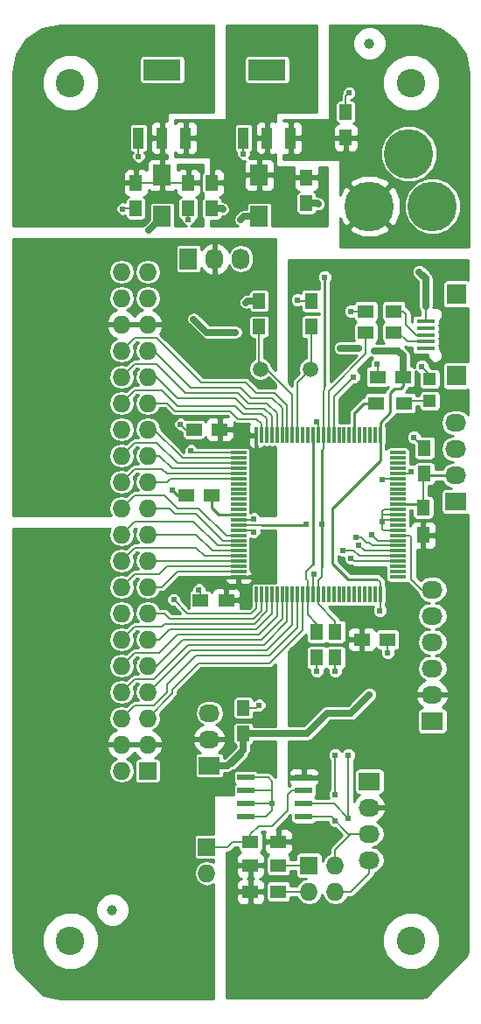
<source format=gbr>
G04 #@! TF.FileFunction,Copper,L1,Top,Signal*
%FSLAX46Y46*%
G04 Gerber Fmt 4.6, Leading zero omitted, Abs format (unit mm)*
G04 Created by KiCad (PCBNEW 4.0.1-stable) date 12/18/2016 7:56:37 PM*
%MOMM*%
G01*
G04 APERTURE LIST*
%ADD10C,0.100000*%
%ADD11R,1.500000X0.300000*%
%ADD12R,0.300000X1.500000*%
%ADD13R,1.500000X1.250000*%
%ADD14R,1.250000X1.500000*%
%ADD15R,1.700000X2.000000*%
%ADD16C,1.000000*%
%ADD17R,2.032000X1.727200*%
%ADD18O,2.032000X1.727200*%
%ADD19R,1.727200X1.727200*%
%ADD20O,1.727200X1.727200*%
%ADD21R,1.727200X2.032000*%
%ADD22O,1.727200X2.032000*%
%ADD23C,2.750000*%
%ADD24R,1.500000X1.300000*%
%ADD25R,1.300000X1.500000*%
%ADD26R,1.651000X0.599440*%
%ADD27C,4.800600*%
%ADD28R,3.657600X2.032000*%
%ADD29R,1.016000X2.032000*%
%ADD30R,1.800000X0.400000*%
%ADD31R,1.900000X1.900000*%
%ADD32C,1.501140*%
%ADD33R,1.198880X1.198880*%
%ADD34C,0.610000*%
%ADD35C,0.203200*%
%ADD36C,0.254000*%
%ADD37C,0.635000*%
G04 APERTURE END LIST*
D10*
D11*
X47705000Y-63785000D03*
X47705000Y-63285000D03*
X47705000Y-62785000D03*
X47705000Y-62285000D03*
X47705000Y-61785000D03*
X47705000Y-61285000D03*
X47705000Y-60785000D03*
X47705000Y-60285000D03*
X47705000Y-59785000D03*
X47705000Y-59285000D03*
X47705000Y-58785000D03*
X47705000Y-58285000D03*
X47705000Y-57785000D03*
X47705000Y-57285000D03*
X47705000Y-56785000D03*
X47705000Y-56285000D03*
X47705000Y-55785000D03*
X47705000Y-55285000D03*
X47705000Y-54785000D03*
X47705000Y-54285000D03*
X47705000Y-53785000D03*
X47705000Y-53285000D03*
X47705000Y-52785000D03*
X47705000Y-52285000D03*
X47705000Y-51785000D03*
D12*
X46005000Y-50085000D03*
X45505000Y-50085000D03*
X45005000Y-50085000D03*
X44505000Y-50085000D03*
X44005000Y-50085000D03*
X43505000Y-50085000D03*
X43005000Y-50085000D03*
X42505000Y-50085000D03*
X42005000Y-50085000D03*
X41505000Y-50085000D03*
X41005000Y-50085000D03*
X40505000Y-50085000D03*
X40005000Y-50085000D03*
X39505000Y-50085000D03*
X39005000Y-50085000D03*
X38505000Y-50085000D03*
X38005000Y-50085000D03*
X37505000Y-50085000D03*
X37005000Y-50085000D03*
X36505000Y-50085000D03*
X36005000Y-50085000D03*
X35505000Y-50085000D03*
X35005000Y-50085000D03*
X34505000Y-50085000D03*
X34005000Y-50085000D03*
D11*
X32305000Y-51785000D03*
X32305000Y-52285000D03*
X32305000Y-52785000D03*
X32305000Y-53285000D03*
X32305000Y-53785000D03*
X32305000Y-54285000D03*
X32305000Y-54785000D03*
X32305000Y-55285000D03*
X32305000Y-55785000D03*
X32305000Y-56285000D03*
X32305000Y-56785000D03*
X32305000Y-57285000D03*
X32305000Y-57785000D03*
X32305000Y-58285000D03*
X32305000Y-58785000D03*
X32305000Y-59285000D03*
X32305000Y-59785000D03*
X32305000Y-60285000D03*
X32305000Y-60785000D03*
X32305000Y-61285000D03*
X32305000Y-61785000D03*
X32305000Y-62285000D03*
X32305000Y-62785000D03*
X32305000Y-63285000D03*
X32305000Y-63785000D03*
D12*
X34005000Y-65485000D03*
X34505000Y-65485000D03*
X35005000Y-65485000D03*
X35505000Y-65485000D03*
X36005000Y-65485000D03*
X36505000Y-65485000D03*
X37005000Y-65485000D03*
X37505000Y-65485000D03*
X38005000Y-65485000D03*
X38505000Y-65485000D03*
X39005000Y-65485000D03*
X39505000Y-65485000D03*
X40005000Y-65485000D03*
X40505000Y-65485000D03*
X41005000Y-65485000D03*
X41505000Y-65485000D03*
X42005000Y-65485000D03*
X42505000Y-65485000D03*
X43005000Y-65485000D03*
X43505000Y-65485000D03*
X44005000Y-65485000D03*
X44505000Y-65485000D03*
X45005000Y-65485000D03*
X45505000Y-65485000D03*
X46005000Y-65485000D03*
D13*
X44216000Y-69850000D03*
X46716000Y-69850000D03*
D14*
X50292000Y-53828000D03*
X50292000Y-51328000D03*
D13*
X31095000Y-66040000D03*
X28595000Y-66040000D03*
X48240000Y-44450000D03*
X45740000Y-44450000D03*
D14*
X32766000Y-78974000D03*
X32766000Y-76474000D03*
D13*
X30460000Y-49530000D03*
X27960000Y-49530000D03*
D14*
X39878000Y-71608000D03*
X39878000Y-69108000D03*
X41656000Y-71608000D03*
X41656000Y-69108000D03*
D13*
X27198000Y-55880000D03*
X29698000Y-55880000D03*
D15*
X24892000Y-28924000D03*
X24892000Y-24924000D03*
X34290000Y-28924000D03*
X34290000Y-24924000D03*
D16*
X44958000Y-12192000D03*
X20066000Y-96012000D03*
D17*
X53340000Y-56515000D03*
D18*
X53340000Y-53975000D03*
X53340000Y-51435000D03*
X53340000Y-48895000D03*
D19*
X29210000Y-89916000D03*
D20*
X29210000Y-92456000D03*
D21*
X27432000Y-33020000D03*
D22*
X29972000Y-33020000D03*
X32512000Y-33020000D03*
D17*
X29464000Y-82042000D03*
D18*
X29464000Y-79502000D03*
X29464000Y-76962000D03*
D23*
X16000000Y-16000000D03*
X49000000Y-16000000D03*
X16000000Y-99000000D03*
X49000000Y-99000000D03*
D24*
X36148000Y-89408000D03*
X33448000Y-89408000D03*
X36148000Y-91694000D03*
X33448000Y-91694000D03*
X36148000Y-94234000D03*
X33448000Y-94234000D03*
D25*
X50165000Y-57070000D03*
X50165000Y-59770000D03*
D24*
X45640000Y-46990000D03*
X48340000Y-46990000D03*
D26*
X38608000Y-83185000D03*
X33020000Y-83185000D03*
X38608000Y-84455000D03*
X38608000Y-85725000D03*
X38608000Y-86995000D03*
X33020000Y-84455000D03*
X33020000Y-85725000D03*
X33020000Y-86995000D03*
D27*
X51054000Y-27940000D03*
X44958000Y-27940000D03*
X48768000Y-22860000D03*
D28*
X35052000Y-14732000D03*
D29*
X35052000Y-21336000D03*
X37338000Y-21336000D03*
X32766000Y-21336000D03*
D28*
X24892000Y-14732000D03*
D29*
X24892000Y-21336000D03*
X27178000Y-21336000D03*
X22606000Y-21336000D03*
D19*
X23495000Y-82550000D03*
D20*
X20955000Y-82550000D03*
X23495000Y-80010000D03*
X20955000Y-80010000D03*
X23495000Y-77470000D03*
X20955000Y-77470000D03*
X23495000Y-74930000D03*
X20955000Y-74930000D03*
X23495000Y-72390000D03*
X20955000Y-72390000D03*
X23495000Y-69850000D03*
X20955000Y-69850000D03*
X23495000Y-67310000D03*
X20955000Y-67310000D03*
X23495000Y-64770000D03*
X20955000Y-64770000D03*
X23495000Y-62230000D03*
X20955000Y-62230000D03*
X23495000Y-59690000D03*
X20955000Y-59690000D03*
X23495000Y-57150000D03*
X20955000Y-57150000D03*
X23495000Y-54610000D03*
X20955000Y-54610000D03*
X23495000Y-52070000D03*
X20955000Y-52070000D03*
X23495000Y-49530000D03*
X20955000Y-49530000D03*
X23495000Y-46990000D03*
X20955000Y-46990000D03*
X23495000Y-44450000D03*
X20955000Y-44450000D03*
X23495000Y-41910000D03*
X20955000Y-41910000D03*
X23495000Y-39370000D03*
X20955000Y-39370000D03*
X23495000Y-36830000D03*
X20955000Y-36830000D03*
X23495000Y-34290000D03*
X20955000Y-34290000D03*
D14*
X34290000Y-37104000D03*
X34290000Y-39604000D03*
X39370000Y-37104000D03*
X39370000Y-39604000D03*
D30*
X50400000Y-41686000D03*
X50400000Y-41036000D03*
X50400000Y-40386000D03*
X50400000Y-39736000D03*
X50400000Y-39086000D03*
D31*
X53425000Y-44336000D03*
X53425000Y-36436000D03*
D24*
X47324000Y-40132000D03*
X44624000Y-40132000D03*
X47324000Y-38100000D03*
X44624000Y-38100000D03*
D32*
X34389060Y-43688000D03*
X39270940Y-43688000D03*
D14*
X42672000Y-21316000D03*
X42672000Y-18816000D03*
X29718000Y-25674000D03*
X29718000Y-28174000D03*
X38862000Y-25166000D03*
X38862000Y-27666000D03*
X27432000Y-25674000D03*
X27432000Y-28174000D03*
X22352000Y-25674000D03*
X22352000Y-28174000D03*
D17*
X44958000Y-83566000D03*
D18*
X44958000Y-86106000D03*
X44958000Y-88646000D03*
X44958000Y-91186000D03*
D19*
X39116000Y-91694000D03*
D20*
X41656000Y-91694000D03*
X39116000Y-94234000D03*
X41656000Y-94234000D03*
D17*
X51054000Y-77724000D03*
D18*
X51054000Y-75184000D03*
X51054000Y-72644000D03*
X51054000Y-70104000D03*
X51054000Y-67564000D03*
X51054000Y-65024000D03*
D33*
X50800000Y-46769020D03*
X50800000Y-44670980D03*
D34*
X50038000Y-43434000D03*
X25908000Y-55372000D03*
X49784000Y-34290000D03*
X38000000Y-37000000D03*
X33000000Y-37250000D03*
X30750000Y-28250000D03*
X40000000Y-27750000D03*
X45720000Y-43180000D03*
X49276000Y-50292000D03*
X28448000Y-65024000D03*
X43000000Y-17000000D03*
X22606000Y-23114000D03*
X21082000Y-28194000D03*
X26670000Y-49022000D03*
X27432000Y-29210000D03*
X32766000Y-22860000D03*
X39878000Y-72898000D03*
X41656000Y-72898000D03*
X34290000Y-76200000D03*
X35560000Y-85725000D03*
X46736000Y-71120000D03*
X46228000Y-58420000D03*
X33782000Y-59436000D03*
X33782000Y-58166000D03*
X39878000Y-48768000D03*
X39624000Y-63500000D03*
X40640000Y-34798000D03*
X40640000Y-29464000D03*
X38862000Y-58674000D03*
X40386000Y-58674000D03*
X27432000Y-24130000D03*
X51562000Y-59690000D03*
X42418000Y-47752000D03*
X41402000Y-42926000D03*
X41402000Y-39624000D03*
X49022000Y-53594000D03*
X46228000Y-54356000D03*
X42926000Y-87122000D03*
X43180000Y-61976000D03*
X42926000Y-81026000D03*
X42418000Y-61214000D03*
X41656000Y-87376000D03*
X41656000Y-84836000D03*
X41656000Y-81026000D03*
X27686000Y-51562000D03*
X26000000Y-66000000D03*
X43434000Y-44450000D03*
X43180000Y-38100000D03*
X43942000Y-60706000D03*
X43688000Y-59944000D03*
X45212000Y-59690000D03*
X23622000Y-30226000D03*
X42164000Y-41656000D03*
X43942000Y-41656000D03*
X44958000Y-75184000D03*
X45974000Y-67056000D03*
X45466000Y-41910000D03*
X32004000Y-40132000D03*
X27940000Y-38862000D03*
X32500000Y-29250000D03*
D35*
X50800000Y-44670980D02*
X50800000Y-44196000D01*
X50800000Y-44196000D02*
X50038000Y-43434000D01*
D36*
X27198000Y-55880000D02*
X26416000Y-55880000D01*
X26416000Y-55880000D02*
X25908000Y-55372000D01*
D35*
X26416000Y-55880000D02*
X25908000Y-55372000D01*
D37*
X50400000Y-37592000D02*
X50400000Y-34906000D01*
X50400000Y-34906000D02*
X49784000Y-34290000D01*
D35*
X50400000Y-39086000D02*
X50400000Y-37592000D01*
X50400000Y-34906000D02*
X49784000Y-34290000D01*
X50400000Y-34906000D02*
X49784000Y-34290000D01*
X39370000Y-37104000D02*
X38104000Y-37104000D01*
X38104000Y-37104000D02*
X38000000Y-37000000D01*
D37*
X34290000Y-37104000D02*
X33146000Y-37104000D01*
X33146000Y-37104000D02*
X33000000Y-37250000D01*
X29718000Y-28174000D02*
X30674000Y-28174000D01*
X30674000Y-28174000D02*
X30750000Y-28250000D01*
X38862000Y-27666000D02*
X39916000Y-27666000D01*
X39916000Y-27666000D02*
X40000000Y-27750000D01*
D35*
X45740000Y-43200000D02*
X45720000Y-43180000D01*
X45740000Y-44450000D02*
X45740000Y-43200000D01*
X50292000Y-51308000D02*
X49276000Y-50292000D01*
X50292000Y-51328000D02*
X50292000Y-51308000D01*
X28595000Y-65171000D02*
X28448000Y-65024000D01*
X28595000Y-66040000D02*
X28595000Y-65171000D01*
X42672000Y-17328000D02*
X43000000Y-17000000D01*
X42672000Y-18816000D02*
X42672000Y-17328000D01*
X22606000Y-21336000D02*
X22606000Y-23114000D01*
X21102000Y-28174000D02*
X21082000Y-28194000D01*
X22352000Y-28174000D02*
X21102000Y-28174000D01*
X27178000Y-49530000D02*
X26670000Y-49022000D01*
X27960000Y-49530000D02*
X27178000Y-49530000D01*
X27432000Y-28174000D02*
X27432000Y-29210000D01*
X32766000Y-21336000D02*
X32766000Y-22860000D01*
X39878000Y-71608000D02*
X39878000Y-72898000D01*
X41656000Y-71608000D02*
X41656000Y-72898000D01*
X34016000Y-76474000D02*
X34290000Y-76200000D01*
X32766000Y-76474000D02*
X34016000Y-76474000D01*
X34925000Y-86995000D02*
X35560000Y-86360000D01*
X35560000Y-84455000D02*
X35560000Y-83566000D01*
X35560000Y-85852000D02*
X35560000Y-84455000D01*
X35560000Y-86360000D02*
X35560000Y-85852000D01*
X35560000Y-83566000D02*
X35179000Y-83185000D01*
X35179000Y-83185000D02*
X33020000Y-83185000D01*
X33020000Y-86995000D02*
X34925000Y-86995000D01*
X33020000Y-84455000D02*
X35560000Y-84455000D01*
X35560000Y-85725000D02*
X35560000Y-85852000D01*
X33020000Y-85725000D02*
X34798000Y-85725000D01*
X34798000Y-85725000D02*
X35560000Y-85725000D01*
X46716000Y-71100000D02*
X46736000Y-71120000D01*
X46716000Y-69850000D02*
X46716000Y-71100000D01*
X46347000Y-57285000D02*
X46228000Y-57404000D01*
X46228000Y-58166000D02*
X46228000Y-59182000D01*
X46228000Y-57658000D02*
X46228000Y-58166000D01*
X46228000Y-57404000D02*
X46228000Y-57658000D01*
X46228000Y-59182000D02*
X46331000Y-59285000D01*
X46331000Y-59285000D02*
X47705000Y-59285000D01*
X47705000Y-57285000D02*
X46347000Y-57285000D01*
X46228000Y-57785000D02*
X46228000Y-57658000D01*
X47705000Y-57785000D02*
X46228000Y-57785000D01*
X46228000Y-58285000D02*
X46228000Y-58166000D01*
X47705000Y-58285000D02*
X46228000Y-58285000D01*
X46228000Y-58285000D02*
X46228000Y-58420000D01*
X33631000Y-59285000D02*
X33782000Y-59436000D01*
X32305000Y-59285000D02*
X33631000Y-59285000D01*
X33663000Y-58285000D02*
X33782000Y-58166000D01*
X32305000Y-58285000D02*
X33663000Y-58285000D01*
X40005000Y-48895000D02*
X39878000Y-48768000D01*
X40005000Y-50085000D02*
X40005000Y-48895000D01*
X39505000Y-63619000D02*
X39624000Y-63500000D01*
X39505000Y-65485000D02*
X39505000Y-63619000D01*
D36*
X34544000Y-58785000D02*
X38751000Y-58785000D01*
X38751000Y-58785000D02*
X38862000Y-58674000D01*
X40386000Y-51562000D02*
X40386000Y-58674000D01*
D35*
X40505000Y-51443000D02*
X40505000Y-50085000D01*
X40386000Y-51562000D02*
X40505000Y-51443000D01*
D36*
X40386000Y-58674000D02*
X40386000Y-62865000D01*
X40640000Y-34798000D02*
X40640000Y-45339000D01*
D35*
X40505000Y-50085000D02*
X40505000Y-45839000D01*
X40640000Y-45704000D02*
X40640000Y-45339000D01*
X40505000Y-45839000D02*
X40640000Y-45704000D01*
X35052000Y-22606000D02*
X34290000Y-23368000D01*
X34290000Y-23368000D02*
X34290000Y-24924000D01*
X35052000Y-21336000D02*
X35052000Y-22606000D01*
X34532000Y-25166000D02*
X34290000Y-24924000D01*
X40005000Y-66421000D02*
X41656000Y-68072000D01*
X41656000Y-68072000D02*
X41656000Y-69108000D01*
X40005000Y-65485000D02*
X40005000Y-66421000D01*
X40005000Y-64135000D02*
X40386000Y-63754000D01*
X40386000Y-63754000D02*
X40386000Y-62865000D01*
X40386000Y-62865000D02*
X40386000Y-58674000D01*
X40005000Y-65485000D02*
X40005000Y-64135000D01*
X38751000Y-58785000D02*
X38862000Y-58674000D01*
X32305000Y-58785000D02*
X34544000Y-58785000D01*
X27432000Y-25674000D02*
X27432000Y-24130000D01*
X51482000Y-59770000D02*
X51562000Y-59690000D01*
X51482000Y-59770000D02*
X50165000Y-59770000D01*
X41402000Y-39624000D02*
X41402000Y-42926000D01*
X22352000Y-25674000D02*
X24142000Y-25674000D01*
X24142000Y-25674000D02*
X24892000Y-24924000D01*
X27432000Y-25674000D02*
X25642000Y-25674000D01*
X25642000Y-25674000D02*
X24892000Y-24924000D01*
X24892000Y-21336000D02*
X24892000Y-24924000D01*
D36*
X53340000Y-53975000D02*
X50439000Y-53975000D01*
X50439000Y-53975000D02*
X50292000Y-53828000D01*
X47705000Y-56785000D02*
X49880000Y-56785000D01*
X49880000Y-56785000D02*
X50165000Y-57070000D01*
D35*
X50165000Y-53955000D02*
X50292000Y-53828000D01*
X50165000Y-57070000D02*
X50165000Y-53955000D01*
X50439000Y-53975000D02*
X50292000Y-53828000D01*
X31095000Y-66040000D02*
X31095000Y-65095000D01*
X32305000Y-64695000D02*
X32305000Y-63785000D01*
X32000000Y-65000000D02*
X32305000Y-64695000D01*
X31190000Y-65000000D02*
X32000000Y-65000000D01*
X31095000Y-65095000D02*
X31190000Y-65000000D01*
X33067000Y-50085000D02*
X32512000Y-49530000D01*
X32512000Y-49530000D02*
X30460000Y-49530000D01*
X34005000Y-50085000D02*
X33067000Y-50085000D01*
D36*
X39505000Y-62603000D02*
X39505000Y-50085000D01*
D35*
X39005000Y-67453000D02*
X39878000Y-68326000D01*
X39878000Y-68326000D02*
X39878000Y-69108000D01*
X39005000Y-65485000D02*
X39005000Y-67453000D01*
X39505000Y-62603000D02*
X38862000Y-63246000D01*
X38862000Y-63246000D02*
X38862000Y-64008000D01*
X38862000Y-64008000D02*
X39005000Y-64151000D01*
X39005000Y-64151000D02*
X39005000Y-65485000D01*
D36*
X32305000Y-57785000D02*
X30353000Y-57785000D01*
X30353000Y-57785000D02*
X29698000Y-57130000D01*
X29698000Y-57130000D02*
X29698000Y-55880000D01*
X29698000Y-57130000D02*
X29698000Y-55880000D01*
D35*
X29698000Y-57130000D02*
X29698000Y-55880000D01*
X48831000Y-53785000D02*
X49022000Y-53594000D01*
X47705000Y-53785000D02*
X48831000Y-53785000D01*
X46228000Y-54356000D02*
X46299000Y-54285000D01*
X46299000Y-54285000D02*
X47705000Y-54285000D01*
X31242000Y-89916000D02*
X31750000Y-89408000D01*
X31750000Y-89408000D02*
X33448000Y-89408000D01*
X29210000Y-89916000D02*
X31242000Y-89916000D01*
X33448000Y-88726000D02*
X34290000Y-87884000D01*
X34290000Y-87884000D02*
X35560000Y-87884000D01*
X35560000Y-87884000D02*
X37084000Y-86360000D01*
X37084000Y-86360000D02*
X37084000Y-84836000D01*
X37084000Y-84836000D02*
X37465000Y-84455000D01*
X37465000Y-84455000D02*
X38608000Y-84455000D01*
X33448000Y-89408000D02*
X33448000Y-88726000D01*
X23749000Y-74676000D02*
X23495000Y-74930000D01*
X37505000Y-68413000D02*
X35052000Y-70866000D01*
X37505000Y-65485000D02*
X37505000Y-68413000D01*
X27686000Y-70866000D02*
X35052000Y-70866000D01*
X23622000Y-74930000D02*
X27686000Y-70866000D01*
X23495000Y-74930000D02*
X23622000Y-74930000D01*
X43180000Y-94234000D02*
X44958000Y-92456000D01*
X44958000Y-92456000D02*
X44958000Y-91186000D01*
X41656000Y-94234000D02*
X43180000Y-94234000D01*
X41529000Y-85725000D02*
X42926000Y-87122000D01*
X38608000Y-85725000D02*
X41529000Y-85725000D01*
X43180000Y-61976000D02*
X43489000Y-62285000D01*
X43489000Y-62285000D02*
X47705000Y-62285000D01*
X42926000Y-87122000D02*
X42926000Y-81026000D01*
X43180000Y-88646000D02*
X41656000Y-90170000D01*
X41656000Y-90170000D02*
X41656000Y-91694000D01*
X44958000Y-88646000D02*
X43180000Y-88646000D01*
X42926000Y-88646000D02*
X41275000Y-86995000D01*
X44958000Y-88646000D02*
X42926000Y-88646000D01*
X42418000Y-61214000D02*
X43434000Y-61214000D01*
X41275000Y-86995000D02*
X41656000Y-87376000D01*
X38608000Y-86995000D02*
X41275000Y-86995000D01*
X44005000Y-61785000D02*
X43434000Y-61214000D01*
X47705000Y-61785000D02*
X44005000Y-61785000D01*
X41656000Y-84836000D02*
X41656000Y-81026000D01*
D36*
X43505000Y-50085000D02*
X43505000Y-47935000D01*
X43505000Y-47935000D02*
X44450000Y-46990000D01*
X44450000Y-46990000D02*
X45640000Y-46990000D01*
D35*
X43505000Y-47935000D02*
X44450000Y-46990000D01*
X44450000Y-46990000D02*
X45640000Y-46990000D01*
X37005000Y-47165000D02*
X35814000Y-45974000D01*
X35814000Y-45974000D02*
X34036000Y-45974000D01*
X34036000Y-45974000D02*
X33020000Y-44958000D01*
X33020000Y-44958000D02*
X28702000Y-44958000D01*
X28702000Y-44958000D02*
X24384000Y-40640000D01*
X24384000Y-40640000D02*
X22225000Y-40640000D01*
X22225000Y-40640000D02*
X20955000Y-41910000D01*
X37005000Y-50085000D02*
X37005000Y-47165000D01*
X24130000Y-41910000D02*
X23495000Y-41910000D01*
X36505000Y-47427000D02*
X35560000Y-46482000D01*
X35560000Y-46482000D02*
X33528000Y-46482000D01*
X33528000Y-46482000D02*
X32512000Y-45466000D01*
X32512000Y-45466000D02*
X27686000Y-45466000D01*
X27686000Y-45466000D02*
X24130000Y-41910000D01*
X36505000Y-50085000D02*
X36505000Y-47427000D01*
X36005000Y-47943000D02*
X35052000Y-46990000D01*
X35052000Y-46990000D02*
X33274000Y-46990000D01*
X33274000Y-46990000D02*
X32258000Y-45974000D01*
X32258000Y-45974000D02*
X27178000Y-45974000D01*
X27178000Y-45974000D02*
X24384000Y-43180000D01*
X24384000Y-43180000D02*
X22225000Y-43180000D01*
X22225000Y-43180000D02*
X20955000Y-44450000D01*
X36005000Y-50085000D02*
X36005000Y-47943000D01*
X35505000Y-48205000D02*
X34798000Y-47498000D01*
X34798000Y-47498000D02*
X33020000Y-47498000D01*
X33020000Y-47498000D02*
X32004000Y-46482000D01*
X32004000Y-46482000D02*
X26416000Y-46482000D01*
X26416000Y-46482000D02*
X24384000Y-44450000D01*
X24384000Y-44450000D02*
X23495000Y-44450000D01*
X35505000Y-50085000D02*
X35505000Y-48205000D01*
X35005000Y-48467000D02*
X34544000Y-48006000D01*
X34544000Y-48006000D02*
X32766000Y-48006000D01*
X32766000Y-48006000D02*
X32004000Y-47244000D01*
X32004000Y-47244000D02*
X26416000Y-47244000D01*
X26416000Y-47244000D02*
X24892000Y-45720000D01*
X24892000Y-45720000D02*
X22225000Y-45720000D01*
X22225000Y-45720000D02*
X20955000Y-46990000D01*
X35005000Y-50085000D02*
X35005000Y-48467000D01*
X31496000Y-47752000D02*
X26162000Y-47752000D01*
X26162000Y-47752000D02*
X25400000Y-46990000D01*
X25400000Y-46990000D02*
X23495000Y-46990000D01*
X34036000Y-48514000D02*
X32258000Y-48514000D01*
X32258000Y-48514000D02*
X31496000Y-47752000D01*
X34505000Y-48983000D02*
X34036000Y-48514000D01*
X34505000Y-50085000D02*
X34505000Y-48983000D01*
X32305000Y-51785000D02*
X27909000Y-51785000D01*
X27909000Y-51785000D02*
X27686000Y-51562000D01*
X24130000Y-49530000D02*
X23495000Y-49530000D01*
X26885000Y-52285000D02*
X24130000Y-49530000D01*
X32305000Y-52285000D02*
X26885000Y-52285000D01*
X26369000Y-52785000D02*
X24384000Y-50800000D01*
X24384000Y-50800000D02*
X22225000Y-50800000D01*
X22225000Y-50800000D02*
X20955000Y-52070000D01*
X32305000Y-52785000D02*
X26369000Y-52785000D01*
X25853000Y-53285000D02*
X24638000Y-52070000D01*
X24638000Y-52070000D02*
X23495000Y-52070000D01*
X32305000Y-53285000D02*
X25853000Y-53285000D01*
X25337000Y-53785000D02*
X24892000Y-53340000D01*
X24892000Y-53340000D02*
X22225000Y-53340000D01*
X22225000Y-53340000D02*
X20955000Y-54610000D01*
X32305000Y-53785000D02*
X25337000Y-53785000D01*
X25725000Y-54285000D02*
X25400000Y-54610000D01*
X25400000Y-54610000D02*
X23495000Y-54610000D01*
X32305000Y-54285000D02*
X25725000Y-54285000D01*
X31083000Y-59785000D02*
X28448000Y-57150000D01*
X28448000Y-57150000D02*
X26416000Y-57150000D01*
X26416000Y-57150000D02*
X25146000Y-55880000D01*
X25146000Y-55880000D02*
X22225000Y-55880000D01*
X22225000Y-55880000D02*
X20955000Y-57150000D01*
X32305000Y-59785000D02*
X31083000Y-59785000D01*
X30821000Y-60285000D02*
X28194000Y-57658000D01*
X28194000Y-57658000D02*
X26162000Y-57658000D01*
X26162000Y-57658000D02*
X25654000Y-57150000D01*
X25654000Y-57150000D02*
X23495000Y-57150000D01*
X32305000Y-60285000D02*
X30821000Y-60285000D01*
X30305000Y-60785000D02*
X27940000Y-58420000D01*
X27940000Y-58420000D02*
X22225000Y-58420000D01*
X22225000Y-58420000D02*
X20955000Y-59690000D01*
X32305000Y-60785000D02*
X30305000Y-60785000D01*
X29789000Y-61285000D02*
X28194000Y-59690000D01*
X28194000Y-59690000D02*
X23495000Y-59690000D01*
X32305000Y-61285000D02*
X29789000Y-61285000D01*
X29019000Y-61785000D02*
X28194000Y-60960000D01*
X28194000Y-60960000D02*
X22225000Y-60960000D01*
X22225000Y-60960000D02*
X20955000Y-62230000D01*
X32305000Y-61785000D02*
X29019000Y-61785000D01*
X28503000Y-62285000D02*
X28448000Y-62230000D01*
X28448000Y-62230000D02*
X23495000Y-62230000D01*
X32305000Y-62285000D02*
X28503000Y-62285000D01*
X25353000Y-62785000D02*
X24638000Y-63500000D01*
X24638000Y-63500000D02*
X22225000Y-63500000D01*
X22225000Y-63500000D02*
X20955000Y-64770000D01*
X32305000Y-62785000D02*
X25353000Y-62785000D01*
X26377000Y-63285000D02*
X24892000Y-64770000D01*
X24892000Y-64770000D02*
X23495000Y-64770000D01*
X32305000Y-63285000D02*
X26377000Y-63285000D01*
X29000000Y-67310000D02*
X27310000Y-67310000D01*
X27310000Y-67310000D02*
X26000000Y-66000000D01*
X34005000Y-66833000D02*
X33528000Y-67310000D01*
X33528000Y-67310000D02*
X29000000Y-67310000D01*
X34005000Y-65485000D02*
X34005000Y-66833000D01*
X34505000Y-67095000D02*
X33782000Y-67818000D01*
X33782000Y-67818000D02*
X25654000Y-67818000D01*
X25654000Y-67818000D02*
X25146000Y-67310000D01*
X25146000Y-67310000D02*
X23495000Y-67310000D01*
X34505000Y-65485000D02*
X34505000Y-67095000D01*
X35005000Y-67133818D02*
X33812818Y-68326000D01*
X33812818Y-68326000D02*
X25146000Y-68326000D01*
X25146000Y-68326000D02*
X24892000Y-68580000D01*
X24892000Y-68580000D02*
X22225000Y-68580000D01*
X22225000Y-68580000D02*
X20955000Y-69850000D01*
X35005000Y-65485000D02*
X35005000Y-67133818D01*
X24003000Y-69342000D02*
X23495000Y-69850000D01*
X35505000Y-67365000D02*
X34036000Y-68834000D01*
X35505000Y-65485000D02*
X35505000Y-67365000D01*
X24638000Y-69850000D02*
X25654000Y-68834000D01*
X25654000Y-68834000D02*
X34036000Y-68834000D01*
X23495000Y-69850000D02*
X24638000Y-69850000D01*
X22225000Y-71120000D02*
X20955000Y-72390000D01*
X36005000Y-67627000D02*
X34290000Y-69342000D01*
X36005000Y-65485000D02*
X36005000Y-67627000D01*
X24638000Y-71120000D02*
X26416000Y-69342000D01*
X26416000Y-69342000D02*
X34290000Y-69342000D01*
X22225000Y-71120000D02*
X24638000Y-71120000D01*
X36505000Y-67889000D02*
X34544000Y-69850000D01*
X36505000Y-65485000D02*
X36505000Y-67889000D01*
X24384000Y-72390000D02*
X26924000Y-69850000D01*
X26924000Y-69850000D02*
X34544000Y-69850000D01*
X23495000Y-72390000D02*
X24384000Y-72390000D01*
X22352000Y-73660000D02*
X22225000Y-73660000D01*
X22225000Y-73660000D02*
X20955000Y-74930000D01*
X37005000Y-68151000D02*
X34798000Y-70358000D01*
X37005000Y-65485000D02*
X37005000Y-68151000D01*
X24130000Y-73660000D02*
X27432000Y-70358000D01*
X27432000Y-70358000D02*
X34798000Y-70358000D01*
X22352000Y-73660000D02*
X24130000Y-73660000D01*
X38505000Y-68937000D02*
X35306000Y-72136000D01*
X35306000Y-72136000D02*
X28448000Y-72136000D01*
X28448000Y-72136000D02*
X25908000Y-74676000D01*
X25908000Y-74676000D02*
X25908000Y-75057000D01*
X25908000Y-75057000D02*
X23495000Y-77470000D01*
X38505000Y-65485000D02*
X38505000Y-68937000D01*
X38005000Y-68675000D02*
X35306000Y-71374000D01*
X35306000Y-71374000D02*
X28194000Y-71374000D01*
X28194000Y-71374000D02*
X25400000Y-74168000D01*
X25400000Y-74168000D02*
X25400000Y-74930000D01*
X25400000Y-74930000D02*
X24130000Y-76200000D01*
X24130000Y-76200000D02*
X22225000Y-76200000D01*
X22225000Y-76200000D02*
X20955000Y-77470000D01*
X38005000Y-65485000D02*
X38005000Y-68675000D01*
X35052000Y-43688000D02*
X34389060Y-43688000D01*
X37505000Y-46141000D02*
X35052000Y-43688000D01*
X37505000Y-50085000D02*
X37505000Y-46141000D01*
X34290000Y-43588940D02*
X34389060Y-43688000D01*
X34290000Y-39604000D02*
X34290000Y-43588940D01*
X38005000Y-44953940D02*
X39270940Y-43688000D01*
X38005000Y-50085000D02*
X38005000Y-44953940D01*
X39370000Y-43588940D02*
X39270940Y-43688000D01*
X39370000Y-39604000D02*
X39370000Y-43588940D01*
X47752000Y-40132000D02*
X47324000Y-40132000D01*
X48656000Y-41036000D02*
X47752000Y-40132000D01*
X50400000Y-41036000D02*
X48656000Y-41036000D01*
X48260000Y-38100000D02*
X47324000Y-38100000D01*
X48514000Y-38354000D02*
X48260000Y-38100000D01*
X48514000Y-39370000D02*
X48514000Y-38354000D01*
X49530000Y-40386000D02*
X48514000Y-39370000D01*
X50400000Y-40386000D02*
X49530000Y-40386000D01*
X41005000Y-45863000D02*
X44624000Y-42244000D01*
X44624000Y-42244000D02*
X44624000Y-40132000D01*
X41005000Y-50085000D02*
X41005000Y-45863000D01*
X41505000Y-46379000D02*
X43434000Y-44450000D01*
X43180000Y-38100000D02*
X44624000Y-38100000D01*
X41505000Y-50085000D02*
X41505000Y-46379000D01*
X44521000Y-61285000D02*
X43942000Y-60706000D01*
X47705000Y-61285000D02*
X44521000Y-61285000D01*
X43688000Y-59944000D02*
X44196000Y-59944000D01*
X44196000Y-59944000D02*
X44704000Y-60452000D01*
X44704000Y-60452000D02*
X44958000Y-60452000D01*
X44958000Y-60452000D02*
X45291000Y-60785000D01*
X45291000Y-60785000D02*
X47705000Y-60785000D01*
X45212000Y-59690000D02*
X45807000Y-60285000D01*
X45807000Y-60285000D02*
X47705000Y-60285000D01*
X48863000Y-59785000D02*
X47705000Y-59785000D01*
X49022000Y-59944000D02*
X48863000Y-59785000D01*
X49022000Y-64008000D02*
X49022000Y-59944000D01*
X50038000Y-65024000D02*
X49022000Y-64008000D01*
X51054000Y-65024000D02*
X50038000Y-65024000D01*
D36*
X46005000Y-50085000D02*
X46005000Y-48864000D01*
X48240000Y-45359000D02*
X48240000Y-44450000D01*
X48006000Y-45593000D02*
X48240000Y-45359000D01*
X47371000Y-45593000D02*
X48006000Y-45593000D01*
X46990000Y-45974000D02*
X47371000Y-45593000D01*
X46990000Y-47879000D02*
X46990000Y-45974000D01*
X46005000Y-48864000D02*
X46990000Y-47879000D01*
X45720000Y-64008000D02*
X42926000Y-64008000D01*
X42926000Y-64008000D02*
X41402000Y-62484000D01*
X41402000Y-62484000D02*
X41402000Y-57150000D01*
X41402000Y-57150000D02*
X46005000Y-52547000D01*
X46005000Y-52547000D02*
X46005000Y-50085000D01*
D37*
X23622000Y-30226000D02*
X24892000Y-28956000D01*
X24892000Y-28956000D02*
X24892000Y-28924000D01*
X32766000Y-78974000D02*
X38882000Y-78974000D01*
X43180000Y-76962000D02*
X44958000Y-75184000D01*
X40894000Y-76962000D02*
X43180000Y-76962000D01*
X38882000Y-78974000D02*
X40894000Y-76962000D01*
X29464000Y-82042000D02*
X31242000Y-82042000D01*
X32766000Y-80518000D02*
X32766000Y-78974000D01*
X31242000Y-82042000D02*
X32766000Y-80518000D01*
X45466000Y-41910000D02*
X47752000Y-41910000D01*
X47752000Y-41910000D02*
X48240000Y-42398000D01*
X48240000Y-42398000D02*
X48240000Y-44450000D01*
X42164000Y-41656000D02*
X43942000Y-41656000D01*
X32004000Y-40132000D02*
X29210000Y-40132000D01*
X29210000Y-40132000D02*
X27940000Y-38862000D01*
D35*
X31750000Y-82042000D02*
X32766000Y-81026000D01*
X45974000Y-67056000D02*
X46005000Y-67025000D01*
X46005000Y-67025000D02*
X46005000Y-65485000D01*
X29464000Y-82042000D02*
X31750000Y-82042000D01*
X48240000Y-42398000D02*
X47752000Y-41910000D01*
X48240000Y-44450000D02*
X48240000Y-42398000D01*
X32766000Y-78974000D02*
X32766000Y-81026000D01*
X46005000Y-50085000D02*
X46005000Y-49753000D01*
X46005000Y-52547000D02*
X41402000Y-57150000D01*
X41402000Y-57150000D02*
X41402000Y-62484000D01*
X41402000Y-62484000D02*
X42926000Y-64008000D01*
X45720000Y-64008000D02*
X46005000Y-64293000D01*
X46005000Y-64293000D02*
X46005000Y-65485000D01*
X46005000Y-50085000D02*
X46005000Y-52547000D01*
X44958000Y-27940000D02*
X44958000Y-27482000D01*
X42652000Y-21336000D02*
X42672000Y-21316000D01*
D37*
X32500000Y-29250000D02*
X32826000Y-28924000D01*
X32826000Y-28924000D02*
X34290000Y-28924000D01*
D35*
X32512000Y-33020000D02*
X32512000Y-32258000D01*
X36148000Y-91694000D02*
X39116000Y-91694000D01*
X36148000Y-94234000D02*
X39116000Y-94234000D01*
X50800000Y-46769020D02*
X48560980Y-46769020D01*
X48560980Y-46769020D02*
X48340000Y-46990000D01*
D36*
G36*
X52243250Y-54890986D02*
X52663508Y-55171794D01*
X52861320Y-55211141D01*
X52324000Y-55211141D01*
X52163985Y-55241250D01*
X52017020Y-55335819D01*
X51918427Y-55480115D01*
X51883741Y-55651400D01*
X51883741Y-57378600D01*
X51913850Y-57538615D01*
X52008419Y-57685580D01*
X52152715Y-57784173D01*
X52324000Y-57818859D01*
X54356000Y-57818859D01*
X54516015Y-57788750D01*
X54518200Y-57787344D01*
X54518200Y-99952549D01*
X54431382Y-100389012D01*
X50389012Y-104431382D01*
X49952549Y-104518200D01*
X31127000Y-104518200D01*
X31127000Y-99548966D01*
X46227520Y-99548966D01*
X46648642Y-100568161D01*
X47427738Y-101348617D01*
X48446196Y-101771518D01*
X49548966Y-101772480D01*
X50568161Y-101351358D01*
X51348617Y-100572262D01*
X51771518Y-99553804D01*
X51772480Y-98451034D01*
X51351358Y-97431839D01*
X50572262Y-96651383D01*
X49553804Y-96228482D01*
X48451034Y-96227520D01*
X47431839Y-96648642D01*
X46651383Y-97427738D01*
X46228482Y-98446196D01*
X46227520Y-99548966D01*
X31127000Y-99548966D01*
X31127000Y-94519750D01*
X32063000Y-94519750D01*
X32063000Y-95010310D01*
X32159673Y-95243699D01*
X32338302Y-95422327D01*
X32571691Y-95519000D01*
X33162250Y-95519000D01*
X33321000Y-95360250D01*
X33321000Y-94361000D01*
X33575000Y-94361000D01*
X33575000Y-95360250D01*
X33733750Y-95519000D01*
X34324309Y-95519000D01*
X34557698Y-95422327D01*
X34736327Y-95243699D01*
X34833000Y-95010310D01*
X34833000Y-94519750D01*
X34674250Y-94361000D01*
X33575000Y-94361000D01*
X33321000Y-94361000D01*
X32221750Y-94361000D01*
X32063000Y-94519750D01*
X31127000Y-94519750D01*
X31127000Y-91979750D01*
X32063000Y-91979750D01*
X32063000Y-92470310D01*
X32159673Y-92703699D01*
X32338302Y-92882327D01*
X32535478Y-92964000D01*
X32338302Y-93045673D01*
X32159673Y-93224301D01*
X32063000Y-93457690D01*
X32063000Y-93948250D01*
X32221750Y-94107000D01*
X33321000Y-94107000D01*
X33321000Y-93107750D01*
X33177250Y-92964000D01*
X33321000Y-92820250D01*
X33321000Y-91821000D01*
X33575000Y-91821000D01*
X33575000Y-92820250D01*
X33718750Y-92964000D01*
X33575000Y-93107750D01*
X33575000Y-94107000D01*
X34674250Y-94107000D01*
X34833000Y-93948250D01*
X34833000Y-93457690D01*
X34736327Y-93224301D01*
X34557698Y-93045673D01*
X34360522Y-92964000D01*
X34557698Y-92882327D01*
X34736327Y-92703699D01*
X34833000Y-92470310D01*
X34833000Y-91979750D01*
X34674250Y-91821000D01*
X33575000Y-91821000D01*
X33321000Y-91821000D01*
X32221750Y-91821000D01*
X32063000Y-91979750D01*
X31127000Y-91979750D01*
X31127000Y-90449400D01*
X31242000Y-90449400D01*
X31446123Y-90408797D01*
X31619171Y-90293171D01*
X31970941Y-89941400D01*
X32257741Y-89941400D01*
X32257741Y-90058000D01*
X32287850Y-90218015D01*
X32382419Y-90364980D01*
X32493964Y-90441195D01*
X32338302Y-90505673D01*
X32159673Y-90684301D01*
X32063000Y-90917690D01*
X32063000Y-91408250D01*
X32221750Y-91567000D01*
X33321000Y-91567000D01*
X33321000Y-91547000D01*
X33575000Y-91547000D01*
X33575000Y-91567000D01*
X34674250Y-91567000D01*
X34833000Y-91408250D01*
X34833000Y-90917690D01*
X34736327Y-90684301D01*
X34557698Y-90505673D01*
X34400739Y-90440658D01*
X34504980Y-90373581D01*
X34603573Y-90229285D01*
X34638259Y-90058000D01*
X34638259Y-88758000D01*
X34608150Y-88597985D01*
X34513581Y-88451020D01*
X34492040Y-88436302D01*
X34510942Y-88417400D01*
X34851762Y-88417400D01*
X34763000Y-88631690D01*
X34763000Y-89122250D01*
X34921750Y-89281000D01*
X36021000Y-89281000D01*
X36021000Y-88281750D01*
X36275000Y-88281750D01*
X36275000Y-89281000D01*
X37374250Y-89281000D01*
X37533000Y-89122250D01*
X37533000Y-88631690D01*
X37436327Y-88398301D01*
X37257698Y-88219673D01*
X37024309Y-88123000D01*
X36433750Y-88123000D01*
X36275000Y-88281750D01*
X36021000Y-88281750D01*
X35968796Y-88229546D01*
X37342241Y-86856100D01*
X37342241Y-87294720D01*
X37372350Y-87454735D01*
X37466919Y-87601700D01*
X37611215Y-87700293D01*
X37782500Y-87734979D01*
X39433500Y-87734979D01*
X39593515Y-87704870D01*
X39740480Y-87610301D01*
X39796440Y-87528400D01*
X40921751Y-87528400D01*
X41031007Y-87792819D01*
X41238091Y-88000265D01*
X41508798Y-88112672D01*
X41638444Y-88112785D01*
X42298659Y-88773000D01*
X41278829Y-89792829D01*
X41163203Y-89965877D01*
X41122600Y-90170000D01*
X41122600Y-90505421D01*
X40714636Y-90778014D01*
X40433828Y-91198272D01*
X40419859Y-91268499D01*
X40419859Y-90830400D01*
X40389750Y-90670385D01*
X40295181Y-90523420D01*
X40150885Y-90424827D01*
X39979600Y-90390141D01*
X38252400Y-90390141D01*
X38092385Y-90420250D01*
X37945420Y-90514819D01*
X37846827Y-90659115D01*
X37812141Y-90830400D01*
X37812141Y-91160600D01*
X37338259Y-91160600D01*
X37338259Y-91044000D01*
X37308150Y-90883985D01*
X37213581Y-90737020D01*
X37102036Y-90660805D01*
X37257698Y-90596327D01*
X37436327Y-90417699D01*
X37533000Y-90184310D01*
X37533000Y-89693750D01*
X37374250Y-89535000D01*
X36275000Y-89535000D01*
X36275000Y-89555000D01*
X36021000Y-89555000D01*
X36021000Y-89535000D01*
X34921750Y-89535000D01*
X34763000Y-89693750D01*
X34763000Y-90184310D01*
X34859673Y-90417699D01*
X35038302Y-90596327D01*
X35195261Y-90661342D01*
X35091020Y-90728419D01*
X34992427Y-90872715D01*
X34957741Y-91044000D01*
X34957741Y-92344000D01*
X34987850Y-92504015D01*
X35082419Y-92650980D01*
X35226715Y-92749573D01*
X35398000Y-92784259D01*
X36898000Y-92784259D01*
X37058015Y-92754150D01*
X37204980Y-92659581D01*
X37303573Y-92515285D01*
X37338259Y-92344000D01*
X37338259Y-92227400D01*
X37812141Y-92227400D01*
X37812141Y-92557600D01*
X37842250Y-92717615D01*
X37936819Y-92864580D01*
X38081115Y-92963173D01*
X38252400Y-92997859D01*
X38792706Y-92997859D01*
X38594894Y-93037206D01*
X38174636Y-93318014D01*
X37919000Y-93700600D01*
X37338259Y-93700600D01*
X37338259Y-93584000D01*
X37308150Y-93423985D01*
X37213581Y-93277020D01*
X37069285Y-93178427D01*
X36898000Y-93143741D01*
X35398000Y-93143741D01*
X35237985Y-93173850D01*
X35091020Y-93268419D01*
X34992427Y-93412715D01*
X34957741Y-93584000D01*
X34957741Y-94884000D01*
X34987850Y-95044015D01*
X35082419Y-95190980D01*
X35226715Y-95289573D01*
X35398000Y-95324259D01*
X36898000Y-95324259D01*
X37058015Y-95294150D01*
X37204980Y-95199581D01*
X37303573Y-95055285D01*
X37338259Y-94884000D01*
X37338259Y-94767400D01*
X37919000Y-94767400D01*
X38174636Y-95149986D01*
X38594894Y-95430794D01*
X39090622Y-95529400D01*
X39141378Y-95529400D01*
X39637106Y-95430794D01*
X40057364Y-95149986D01*
X40338172Y-94729728D01*
X40386000Y-94489279D01*
X40433828Y-94729728D01*
X40714636Y-95149986D01*
X41134894Y-95430794D01*
X41630622Y-95529400D01*
X41681378Y-95529400D01*
X42177106Y-95430794D01*
X42597364Y-95149986D01*
X42853000Y-94767400D01*
X43180000Y-94767400D01*
X43384123Y-94726797D01*
X43557171Y-94611171D01*
X45335171Y-92833171D01*
X45450797Y-92660123D01*
X45491401Y-92456000D01*
X45491400Y-92455995D01*
X45491400Y-92411257D01*
X45634492Y-92382794D01*
X46054750Y-92101986D01*
X46335558Y-91681728D01*
X46434164Y-91186000D01*
X46335558Y-90690272D01*
X46054750Y-90270014D01*
X45634492Y-89989206D01*
X45266459Y-89916000D01*
X45634492Y-89842794D01*
X46054750Y-89561986D01*
X46335558Y-89141728D01*
X46434164Y-88646000D01*
X46335558Y-88150272D01*
X46054750Y-87730014D01*
X45665867Y-87470170D01*
X45872320Y-87397954D01*
X46308732Y-87008036D01*
X46562709Y-86480791D01*
X46565358Y-86465026D01*
X46444217Y-86233000D01*
X45085000Y-86233000D01*
X45085000Y-86253000D01*
X44831000Y-86253000D01*
X44831000Y-86233000D01*
X44811000Y-86233000D01*
X44811000Y-85979000D01*
X44831000Y-85979000D01*
X44831000Y-85959000D01*
X45085000Y-85959000D01*
X45085000Y-85979000D01*
X46444217Y-85979000D01*
X46565358Y-85746974D01*
X46562709Y-85731209D01*
X46308732Y-85203964D01*
X45934788Y-84869859D01*
X45974000Y-84869859D01*
X46134015Y-84839750D01*
X46280980Y-84745181D01*
X46379573Y-84600885D01*
X46414259Y-84429600D01*
X46414259Y-82702400D01*
X46384150Y-82542385D01*
X46289581Y-82395420D01*
X46145285Y-82296827D01*
X45974000Y-82262141D01*
X43942000Y-82262141D01*
X43781985Y-82292250D01*
X43635020Y-82386819D01*
X43536427Y-82531115D01*
X43501741Y-82702400D01*
X43501741Y-84429600D01*
X43531850Y-84589615D01*
X43626419Y-84736580D01*
X43770715Y-84835173D01*
X43942000Y-84869859D01*
X43981212Y-84869859D01*
X43607268Y-85203964D01*
X43459400Y-85510931D01*
X43459400Y-81534615D01*
X43550265Y-81443909D01*
X43662672Y-81173202D01*
X43662928Y-80880084D01*
X43550993Y-80609181D01*
X43343909Y-80401735D01*
X43073202Y-80289328D01*
X42780084Y-80289072D01*
X42509181Y-80401007D01*
X42301735Y-80608091D01*
X42291113Y-80633672D01*
X42280993Y-80609181D01*
X42073909Y-80401735D01*
X41803202Y-80289328D01*
X41510084Y-80289072D01*
X41239181Y-80401007D01*
X41031735Y-80608091D01*
X40919328Y-80878798D01*
X40919072Y-81171916D01*
X41031007Y-81442819D01*
X41122600Y-81534572D01*
X41122600Y-84327385D01*
X41031735Y-84418091D01*
X40919328Y-84688798D01*
X40919072Y-84981916D01*
X41005712Y-85191600D01*
X39796248Y-85191600D01*
X39749081Y-85118300D01*
X39708732Y-85090730D01*
X39740480Y-85070301D01*
X39839073Y-84926005D01*
X39873759Y-84754720D01*
X39873759Y-84155280D01*
X39843650Y-83995265D01*
X39834774Y-83981472D01*
X39971827Y-83844418D01*
X40068500Y-83611029D01*
X40068500Y-83470750D01*
X39909750Y-83312000D01*
X38735000Y-83312000D01*
X38735000Y-83332000D01*
X38481000Y-83332000D01*
X38481000Y-83312000D01*
X37306250Y-83312000D01*
X37147500Y-83470750D01*
X37147500Y-83611029D01*
X37244173Y-83844418D01*
X37345187Y-83945432D01*
X37260876Y-83962203D01*
X37211396Y-83995265D01*
X37127000Y-84051656D01*
X37127000Y-82758971D01*
X37147500Y-82758971D01*
X37147500Y-82899250D01*
X37306250Y-83058000D01*
X38481000Y-83058000D01*
X38481000Y-82409030D01*
X38735000Y-82409030D01*
X38735000Y-83058000D01*
X39909750Y-83058000D01*
X40068500Y-82899250D01*
X40068500Y-82758971D01*
X39971827Y-82525582D01*
X39793199Y-82346953D01*
X39559810Y-82250280D01*
X38893750Y-82250280D01*
X38735000Y-82409030D01*
X38481000Y-82409030D01*
X38322250Y-82250280D01*
X37656190Y-82250280D01*
X37422801Y-82346953D01*
X37244173Y-82525582D01*
X37147500Y-82758971D01*
X37127000Y-82758971D01*
X37127000Y-79723300D01*
X38882000Y-79723300D01*
X39168745Y-79666263D01*
X39411835Y-79503835D01*
X41204370Y-77711300D01*
X43180000Y-77711300D01*
X43466745Y-77654263D01*
X43709835Y-77491835D01*
X45487835Y-75713835D01*
X45523273Y-75660798D01*
X45582265Y-75601909D01*
X45606715Y-75543026D01*
X49446642Y-75543026D01*
X49449291Y-75558791D01*
X49703268Y-76086036D01*
X50077212Y-76420141D01*
X50038000Y-76420141D01*
X49877985Y-76450250D01*
X49731020Y-76544819D01*
X49632427Y-76689115D01*
X49597741Y-76860400D01*
X49597741Y-78587600D01*
X49627850Y-78747615D01*
X49722419Y-78894580D01*
X49866715Y-78993173D01*
X50038000Y-79027859D01*
X52070000Y-79027859D01*
X52230015Y-78997750D01*
X52376980Y-78903181D01*
X52475573Y-78758885D01*
X52510259Y-78587600D01*
X52510259Y-76860400D01*
X52480150Y-76700385D01*
X52385581Y-76553420D01*
X52241285Y-76454827D01*
X52070000Y-76420141D01*
X52030788Y-76420141D01*
X52404732Y-76086036D01*
X52658709Y-75558791D01*
X52661358Y-75543026D01*
X52540217Y-75311000D01*
X51181000Y-75311000D01*
X51181000Y-75331000D01*
X50927000Y-75331000D01*
X50927000Y-75311000D01*
X49567783Y-75311000D01*
X49446642Y-75543026D01*
X45606715Y-75543026D01*
X45614512Y-75524249D01*
X45650263Y-75470744D01*
X45662708Y-75408181D01*
X45694672Y-75331202D01*
X45694745Y-75247116D01*
X45707300Y-75184000D01*
X45694855Y-75121436D01*
X45694928Y-75038084D01*
X45662817Y-74960371D01*
X45650263Y-74897255D01*
X45614823Y-74844216D01*
X45582993Y-74767181D01*
X45523586Y-74707670D01*
X45487835Y-74654165D01*
X45434797Y-74618726D01*
X45375909Y-74559735D01*
X45298251Y-74527489D01*
X45244745Y-74491737D01*
X45182181Y-74479292D01*
X45105202Y-74447328D01*
X45021116Y-74447255D01*
X44958000Y-74434700D01*
X44895436Y-74447145D01*
X44812084Y-74447072D01*
X44734370Y-74479183D01*
X44671256Y-74491737D01*
X44618218Y-74527176D01*
X44541181Y-74559007D01*
X44481670Y-74618414D01*
X44428165Y-74654165D01*
X42869630Y-76212700D01*
X40894000Y-76212700D01*
X40607255Y-76269737D01*
X40491321Y-76347202D01*
X40364165Y-76432165D01*
X38571630Y-78224700D01*
X37127000Y-78224700D01*
X37127000Y-71069342D01*
X37338342Y-70858000D01*
X38812741Y-70858000D01*
X38812741Y-72358000D01*
X38842850Y-72518015D01*
X38937419Y-72664980D01*
X39081715Y-72763573D01*
X39141306Y-72775641D01*
X39141072Y-73043916D01*
X39253007Y-73314819D01*
X39460091Y-73522265D01*
X39730798Y-73634672D01*
X40023916Y-73634928D01*
X40294819Y-73522993D01*
X40502265Y-73315909D01*
X40614672Y-73045202D01*
X40614906Y-72777202D01*
X40663015Y-72768150D01*
X40767764Y-72700746D01*
X40859715Y-72763573D01*
X40919306Y-72775641D01*
X40919072Y-73043916D01*
X41031007Y-73314819D01*
X41238091Y-73522265D01*
X41508798Y-73634672D01*
X41801916Y-73634928D01*
X42072819Y-73522993D01*
X42280265Y-73315909D01*
X42392672Y-73045202D01*
X42392906Y-72777202D01*
X42441015Y-72768150D01*
X42587980Y-72673581D01*
X42686573Y-72529285D01*
X42721259Y-72358000D01*
X42721259Y-70858000D01*
X42691150Y-70697985D01*
X42596581Y-70551020D01*
X42452285Y-70452427D01*
X42281000Y-70417741D01*
X41031000Y-70417741D01*
X40870985Y-70447850D01*
X40766236Y-70515254D01*
X40674285Y-70452427D01*
X40503000Y-70417741D01*
X39253000Y-70417741D01*
X39092985Y-70447850D01*
X38946020Y-70542419D01*
X38847427Y-70686715D01*
X38812741Y-70858000D01*
X37338342Y-70858000D01*
X38812741Y-69383601D01*
X38812741Y-69858000D01*
X38842850Y-70018015D01*
X38937419Y-70164980D01*
X39081715Y-70263573D01*
X39253000Y-70298259D01*
X40503000Y-70298259D01*
X40663015Y-70268150D01*
X40767764Y-70200746D01*
X40859715Y-70263573D01*
X41031000Y-70298259D01*
X42281000Y-70298259D01*
X42441015Y-70268150D01*
X42587980Y-70173581D01*
X42613828Y-70135750D01*
X42831000Y-70135750D01*
X42831000Y-70601310D01*
X42927673Y-70834699D01*
X43106302Y-71013327D01*
X43339691Y-71110000D01*
X43930250Y-71110000D01*
X44089000Y-70951250D01*
X44089000Y-69977000D01*
X42989750Y-69977000D01*
X42831000Y-70135750D01*
X42613828Y-70135750D01*
X42686573Y-70029285D01*
X42721259Y-69858000D01*
X42721259Y-69098690D01*
X42831000Y-69098690D01*
X42831000Y-69564250D01*
X42989750Y-69723000D01*
X44089000Y-69723000D01*
X44089000Y-68748750D01*
X44343000Y-68748750D01*
X44343000Y-69723000D01*
X44363000Y-69723000D01*
X44363000Y-69977000D01*
X44343000Y-69977000D01*
X44343000Y-70951250D01*
X44501750Y-71110000D01*
X45092309Y-71110000D01*
X45325698Y-71013327D01*
X45504327Y-70834699D01*
X45574825Y-70664503D01*
X45650419Y-70781980D01*
X45794715Y-70880573D01*
X45966000Y-70915259D01*
X46023220Y-70915259D01*
X45999328Y-70972798D01*
X45999072Y-71265916D01*
X46111007Y-71536819D01*
X46318091Y-71744265D01*
X46588798Y-71856672D01*
X46881916Y-71856928D01*
X47152819Y-71744993D01*
X47360265Y-71537909D01*
X47472672Y-71267202D01*
X47472928Y-70974084D01*
X47448622Y-70915259D01*
X47466000Y-70915259D01*
X47626015Y-70885150D01*
X47772980Y-70790581D01*
X47871573Y-70646285D01*
X47906259Y-70475000D01*
X47906259Y-69225000D01*
X47876150Y-69064985D01*
X47781581Y-68918020D01*
X47637285Y-68819427D01*
X47466000Y-68784741D01*
X45966000Y-68784741D01*
X45805985Y-68814850D01*
X45659020Y-68909419D01*
X45574089Y-69033720D01*
X45504327Y-68865301D01*
X45325698Y-68686673D01*
X45092309Y-68590000D01*
X44501750Y-68590000D01*
X44343000Y-68748750D01*
X44089000Y-68748750D01*
X43930250Y-68590000D01*
X43339691Y-68590000D01*
X43106302Y-68686673D01*
X42927673Y-68865301D01*
X42831000Y-69098690D01*
X42721259Y-69098690D01*
X42721259Y-68358000D01*
X42691150Y-68197985D01*
X42596581Y-68051020D01*
X42452285Y-67952427D01*
X42281000Y-67917741D01*
X42158716Y-67917741D01*
X42148797Y-67867877D01*
X42125629Y-67833203D01*
X42033171Y-67694829D01*
X42033168Y-67694827D01*
X41013601Y-66675259D01*
X41155000Y-66675259D01*
X41258671Y-66655752D01*
X41355000Y-66675259D01*
X41655000Y-66675259D01*
X41758671Y-66655752D01*
X41855000Y-66675259D01*
X42155000Y-66675259D01*
X42258671Y-66655752D01*
X42355000Y-66675259D01*
X42655000Y-66675259D01*
X42758671Y-66655752D01*
X42855000Y-66675259D01*
X43155000Y-66675259D01*
X43258671Y-66655752D01*
X43355000Y-66675259D01*
X43655000Y-66675259D01*
X43758671Y-66655752D01*
X43855000Y-66675259D01*
X44155000Y-66675259D01*
X44258671Y-66655752D01*
X44355000Y-66675259D01*
X44655000Y-66675259D01*
X44758671Y-66655752D01*
X44855000Y-66675259D01*
X45155000Y-66675259D01*
X45258671Y-66655752D01*
X45335907Y-66671393D01*
X45237328Y-66908798D01*
X45237072Y-67201916D01*
X45349007Y-67472819D01*
X45556091Y-67680265D01*
X45826798Y-67792672D01*
X46119916Y-67792928D01*
X46390819Y-67680993D01*
X46598265Y-67473909D01*
X46710672Y-67203202D01*
X46710928Y-66910084D01*
X46598993Y-66639181D01*
X46538400Y-66578482D01*
X46538400Y-66438736D01*
X46560573Y-66406285D01*
X46595259Y-66235000D01*
X46595259Y-64735000D01*
X46565150Y-64574985D01*
X46538400Y-64533414D01*
X46538400Y-64293000D01*
X46497797Y-64088877D01*
X46382171Y-63915829D01*
X46187464Y-63721122D01*
X46115131Y-63612869D01*
X45933844Y-63491736D01*
X45720000Y-63449200D01*
X43157463Y-63449200D01*
X41960800Y-62252538D01*
X41960800Y-61798905D01*
X42000091Y-61838265D01*
X42270798Y-61950672D01*
X42443221Y-61950823D01*
X42443072Y-62121916D01*
X42555007Y-62392819D01*
X42762091Y-62600265D01*
X43032798Y-62712672D01*
X43187612Y-62712807D01*
X43284877Y-62777797D01*
X43489000Y-62818400D01*
X46514741Y-62818400D01*
X46514741Y-62935000D01*
X46534248Y-63038671D01*
X46514741Y-63135000D01*
X46514741Y-63435000D01*
X46534248Y-63538671D01*
X46514741Y-63635000D01*
X46514741Y-63935000D01*
X46544850Y-64095015D01*
X46639419Y-64241980D01*
X46783715Y-64340573D01*
X46955000Y-64375259D01*
X48455000Y-64375259D01*
X48615015Y-64345150D01*
X48617164Y-64343767D01*
X48644829Y-64385171D01*
X49650881Y-65391223D01*
X49676442Y-65519728D01*
X49957250Y-65939986D01*
X50377508Y-66220794D01*
X50745541Y-66294000D01*
X50377508Y-66367206D01*
X49957250Y-66648014D01*
X49676442Y-67068272D01*
X49577836Y-67564000D01*
X49676442Y-68059728D01*
X49957250Y-68479986D01*
X50377508Y-68760794D01*
X50745541Y-68834000D01*
X50377508Y-68907206D01*
X49957250Y-69188014D01*
X49676442Y-69608272D01*
X49577836Y-70104000D01*
X49676442Y-70599728D01*
X49957250Y-71019986D01*
X50377508Y-71300794D01*
X50745541Y-71374000D01*
X50377508Y-71447206D01*
X49957250Y-71728014D01*
X49676442Y-72148272D01*
X49577836Y-72644000D01*
X49676442Y-73139728D01*
X49957250Y-73559986D01*
X50346133Y-73819830D01*
X50139680Y-73892046D01*
X49703268Y-74281964D01*
X49449291Y-74809209D01*
X49446642Y-74824974D01*
X49567783Y-75057000D01*
X50927000Y-75057000D01*
X50927000Y-75037000D01*
X51181000Y-75037000D01*
X51181000Y-75057000D01*
X52540217Y-75057000D01*
X52661358Y-74824974D01*
X52658709Y-74809209D01*
X52404732Y-74281964D01*
X51968320Y-73892046D01*
X51761867Y-73819830D01*
X52150750Y-73559986D01*
X52431558Y-73139728D01*
X52530164Y-72644000D01*
X52431558Y-72148272D01*
X52150750Y-71728014D01*
X51730492Y-71447206D01*
X51362459Y-71374000D01*
X51730492Y-71300794D01*
X52150750Y-71019986D01*
X52431558Y-70599728D01*
X52530164Y-70104000D01*
X52431558Y-69608272D01*
X52150750Y-69188014D01*
X51730492Y-68907206D01*
X51362459Y-68834000D01*
X51730492Y-68760794D01*
X52150750Y-68479986D01*
X52431558Y-68059728D01*
X52530164Y-67564000D01*
X52431558Y-67068272D01*
X52150750Y-66648014D01*
X51730492Y-66367206D01*
X51362459Y-66294000D01*
X51730492Y-66220794D01*
X52150750Y-65939986D01*
X52431558Y-65519728D01*
X52530164Y-65024000D01*
X52431558Y-64528272D01*
X52150750Y-64108014D01*
X51730492Y-63827206D01*
X51234764Y-63728600D01*
X50873236Y-63728600D01*
X50377508Y-63827206D01*
X49957250Y-64108014D01*
X49924848Y-64156506D01*
X49555400Y-63787058D01*
X49555400Y-61155000D01*
X49879250Y-61155000D01*
X50038000Y-60996250D01*
X50038000Y-59897000D01*
X50292000Y-59897000D01*
X50292000Y-60996250D01*
X50450750Y-61155000D01*
X50941310Y-61155000D01*
X51174699Y-61058327D01*
X51353327Y-60879698D01*
X51450000Y-60646309D01*
X51450000Y-60055750D01*
X51291250Y-59897000D01*
X50292000Y-59897000D01*
X50038000Y-59897000D01*
X50018000Y-59897000D01*
X50018000Y-59643000D01*
X50038000Y-59643000D01*
X50038000Y-58543750D01*
X50292000Y-58543750D01*
X50292000Y-59643000D01*
X51291250Y-59643000D01*
X51450000Y-59484250D01*
X51450000Y-58893691D01*
X51353327Y-58660302D01*
X51174699Y-58481673D01*
X50941310Y-58385000D01*
X50450750Y-58385000D01*
X50292000Y-58543750D01*
X50038000Y-58543750D01*
X49879250Y-58385000D01*
X49388690Y-58385000D01*
X49155301Y-58481673D01*
X48976673Y-58660302D01*
X48895259Y-58856853D01*
X48895259Y-58635000D01*
X48875752Y-58531329D01*
X48895259Y-58435000D01*
X48895259Y-58135000D01*
X48875752Y-58031329D01*
X48895259Y-57935000D01*
X48895259Y-57635000D01*
X48875752Y-57531329D01*
X48895259Y-57435000D01*
X48895259Y-57343800D01*
X49074741Y-57343800D01*
X49074741Y-57820000D01*
X49104850Y-57980015D01*
X49199419Y-58126980D01*
X49343715Y-58225573D01*
X49515000Y-58260259D01*
X50815000Y-58260259D01*
X50975015Y-58230150D01*
X51121980Y-58135581D01*
X51220573Y-57991285D01*
X51255259Y-57820000D01*
X51255259Y-56320000D01*
X51225150Y-56159985D01*
X51130581Y-56013020D01*
X50986285Y-55914427D01*
X50815000Y-55879741D01*
X50698400Y-55879741D01*
X50698400Y-55018259D01*
X50917000Y-55018259D01*
X51077015Y-54988150D01*
X51223980Y-54893581D01*
X51322573Y-54749285D01*
X51357259Y-54578000D01*
X51357259Y-54533800D01*
X52004585Y-54533800D01*
X52243250Y-54890986D01*
X52243250Y-54890986D01*
G37*
X52243250Y-54890986D02*
X52663508Y-55171794D01*
X52861320Y-55211141D01*
X52324000Y-55211141D01*
X52163985Y-55241250D01*
X52017020Y-55335819D01*
X51918427Y-55480115D01*
X51883741Y-55651400D01*
X51883741Y-57378600D01*
X51913850Y-57538615D01*
X52008419Y-57685580D01*
X52152715Y-57784173D01*
X52324000Y-57818859D01*
X54356000Y-57818859D01*
X54516015Y-57788750D01*
X54518200Y-57787344D01*
X54518200Y-99952549D01*
X54431382Y-100389012D01*
X50389012Y-104431382D01*
X49952549Y-104518200D01*
X31127000Y-104518200D01*
X31127000Y-99548966D01*
X46227520Y-99548966D01*
X46648642Y-100568161D01*
X47427738Y-101348617D01*
X48446196Y-101771518D01*
X49548966Y-101772480D01*
X50568161Y-101351358D01*
X51348617Y-100572262D01*
X51771518Y-99553804D01*
X51772480Y-98451034D01*
X51351358Y-97431839D01*
X50572262Y-96651383D01*
X49553804Y-96228482D01*
X48451034Y-96227520D01*
X47431839Y-96648642D01*
X46651383Y-97427738D01*
X46228482Y-98446196D01*
X46227520Y-99548966D01*
X31127000Y-99548966D01*
X31127000Y-94519750D01*
X32063000Y-94519750D01*
X32063000Y-95010310D01*
X32159673Y-95243699D01*
X32338302Y-95422327D01*
X32571691Y-95519000D01*
X33162250Y-95519000D01*
X33321000Y-95360250D01*
X33321000Y-94361000D01*
X33575000Y-94361000D01*
X33575000Y-95360250D01*
X33733750Y-95519000D01*
X34324309Y-95519000D01*
X34557698Y-95422327D01*
X34736327Y-95243699D01*
X34833000Y-95010310D01*
X34833000Y-94519750D01*
X34674250Y-94361000D01*
X33575000Y-94361000D01*
X33321000Y-94361000D01*
X32221750Y-94361000D01*
X32063000Y-94519750D01*
X31127000Y-94519750D01*
X31127000Y-91979750D01*
X32063000Y-91979750D01*
X32063000Y-92470310D01*
X32159673Y-92703699D01*
X32338302Y-92882327D01*
X32535478Y-92964000D01*
X32338302Y-93045673D01*
X32159673Y-93224301D01*
X32063000Y-93457690D01*
X32063000Y-93948250D01*
X32221750Y-94107000D01*
X33321000Y-94107000D01*
X33321000Y-93107750D01*
X33177250Y-92964000D01*
X33321000Y-92820250D01*
X33321000Y-91821000D01*
X33575000Y-91821000D01*
X33575000Y-92820250D01*
X33718750Y-92964000D01*
X33575000Y-93107750D01*
X33575000Y-94107000D01*
X34674250Y-94107000D01*
X34833000Y-93948250D01*
X34833000Y-93457690D01*
X34736327Y-93224301D01*
X34557698Y-93045673D01*
X34360522Y-92964000D01*
X34557698Y-92882327D01*
X34736327Y-92703699D01*
X34833000Y-92470310D01*
X34833000Y-91979750D01*
X34674250Y-91821000D01*
X33575000Y-91821000D01*
X33321000Y-91821000D01*
X32221750Y-91821000D01*
X32063000Y-91979750D01*
X31127000Y-91979750D01*
X31127000Y-90449400D01*
X31242000Y-90449400D01*
X31446123Y-90408797D01*
X31619171Y-90293171D01*
X31970941Y-89941400D01*
X32257741Y-89941400D01*
X32257741Y-90058000D01*
X32287850Y-90218015D01*
X32382419Y-90364980D01*
X32493964Y-90441195D01*
X32338302Y-90505673D01*
X32159673Y-90684301D01*
X32063000Y-90917690D01*
X32063000Y-91408250D01*
X32221750Y-91567000D01*
X33321000Y-91567000D01*
X33321000Y-91547000D01*
X33575000Y-91547000D01*
X33575000Y-91567000D01*
X34674250Y-91567000D01*
X34833000Y-91408250D01*
X34833000Y-90917690D01*
X34736327Y-90684301D01*
X34557698Y-90505673D01*
X34400739Y-90440658D01*
X34504980Y-90373581D01*
X34603573Y-90229285D01*
X34638259Y-90058000D01*
X34638259Y-88758000D01*
X34608150Y-88597985D01*
X34513581Y-88451020D01*
X34492040Y-88436302D01*
X34510942Y-88417400D01*
X34851762Y-88417400D01*
X34763000Y-88631690D01*
X34763000Y-89122250D01*
X34921750Y-89281000D01*
X36021000Y-89281000D01*
X36021000Y-88281750D01*
X36275000Y-88281750D01*
X36275000Y-89281000D01*
X37374250Y-89281000D01*
X37533000Y-89122250D01*
X37533000Y-88631690D01*
X37436327Y-88398301D01*
X37257698Y-88219673D01*
X37024309Y-88123000D01*
X36433750Y-88123000D01*
X36275000Y-88281750D01*
X36021000Y-88281750D01*
X35968796Y-88229546D01*
X37342241Y-86856100D01*
X37342241Y-87294720D01*
X37372350Y-87454735D01*
X37466919Y-87601700D01*
X37611215Y-87700293D01*
X37782500Y-87734979D01*
X39433500Y-87734979D01*
X39593515Y-87704870D01*
X39740480Y-87610301D01*
X39796440Y-87528400D01*
X40921751Y-87528400D01*
X41031007Y-87792819D01*
X41238091Y-88000265D01*
X41508798Y-88112672D01*
X41638444Y-88112785D01*
X42298659Y-88773000D01*
X41278829Y-89792829D01*
X41163203Y-89965877D01*
X41122600Y-90170000D01*
X41122600Y-90505421D01*
X40714636Y-90778014D01*
X40433828Y-91198272D01*
X40419859Y-91268499D01*
X40419859Y-90830400D01*
X40389750Y-90670385D01*
X40295181Y-90523420D01*
X40150885Y-90424827D01*
X39979600Y-90390141D01*
X38252400Y-90390141D01*
X38092385Y-90420250D01*
X37945420Y-90514819D01*
X37846827Y-90659115D01*
X37812141Y-90830400D01*
X37812141Y-91160600D01*
X37338259Y-91160600D01*
X37338259Y-91044000D01*
X37308150Y-90883985D01*
X37213581Y-90737020D01*
X37102036Y-90660805D01*
X37257698Y-90596327D01*
X37436327Y-90417699D01*
X37533000Y-90184310D01*
X37533000Y-89693750D01*
X37374250Y-89535000D01*
X36275000Y-89535000D01*
X36275000Y-89555000D01*
X36021000Y-89555000D01*
X36021000Y-89535000D01*
X34921750Y-89535000D01*
X34763000Y-89693750D01*
X34763000Y-90184310D01*
X34859673Y-90417699D01*
X35038302Y-90596327D01*
X35195261Y-90661342D01*
X35091020Y-90728419D01*
X34992427Y-90872715D01*
X34957741Y-91044000D01*
X34957741Y-92344000D01*
X34987850Y-92504015D01*
X35082419Y-92650980D01*
X35226715Y-92749573D01*
X35398000Y-92784259D01*
X36898000Y-92784259D01*
X37058015Y-92754150D01*
X37204980Y-92659581D01*
X37303573Y-92515285D01*
X37338259Y-92344000D01*
X37338259Y-92227400D01*
X37812141Y-92227400D01*
X37812141Y-92557600D01*
X37842250Y-92717615D01*
X37936819Y-92864580D01*
X38081115Y-92963173D01*
X38252400Y-92997859D01*
X38792706Y-92997859D01*
X38594894Y-93037206D01*
X38174636Y-93318014D01*
X37919000Y-93700600D01*
X37338259Y-93700600D01*
X37338259Y-93584000D01*
X37308150Y-93423985D01*
X37213581Y-93277020D01*
X37069285Y-93178427D01*
X36898000Y-93143741D01*
X35398000Y-93143741D01*
X35237985Y-93173850D01*
X35091020Y-93268419D01*
X34992427Y-93412715D01*
X34957741Y-93584000D01*
X34957741Y-94884000D01*
X34987850Y-95044015D01*
X35082419Y-95190980D01*
X35226715Y-95289573D01*
X35398000Y-95324259D01*
X36898000Y-95324259D01*
X37058015Y-95294150D01*
X37204980Y-95199581D01*
X37303573Y-95055285D01*
X37338259Y-94884000D01*
X37338259Y-94767400D01*
X37919000Y-94767400D01*
X38174636Y-95149986D01*
X38594894Y-95430794D01*
X39090622Y-95529400D01*
X39141378Y-95529400D01*
X39637106Y-95430794D01*
X40057364Y-95149986D01*
X40338172Y-94729728D01*
X40386000Y-94489279D01*
X40433828Y-94729728D01*
X40714636Y-95149986D01*
X41134894Y-95430794D01*
X41630622Y-95529400D01*
X41681378Y-95529400D01*
X42177106Y-95430794D01*
X42597364Y-95149986D01*
X42853000Y-94767400D01*
X43180000Y-94767400D01*
X43384123Y-94726797D01*
X43557171Y-94611171D01*
X45335171Y-92833171D01*
X45450797Y-92660123D01*
X45491401Y-92456000D01*
X45491400Y-92455995D01*
X45491400Y-92411257D01*
X45634492Y-92382794D01*
X46054750Y-92101986D01*
X46335558Y-91681728D01*
X46434164Y-91186000D01*
X46335558Y-90690272D01*
X46054750Y-90270014D01*
X45634492Y-89989206D01*
X45266459Y-89916000D01*
X45634492Y-89842794D01*
X46054750Y-89561986D01*
X46335558Y-89141728D01*
X46434164Y-88646000D01*
X46335558Y-88150272D01*
X46054750Y-87730014D01*
X45665867Y-87470170D01*
X45872320Y-87397954D01*
X46308732Y-87008036D01*
X46562709Y-86480791D01*
X46565358Y-86465026D01*
X46444217Y-86233000D01*
X45085000Y-86233000D01*
X45085000Y-86253000D01*
X44831000Y-86253000D01*
X44831000Y-86233000D01*
X44811000Y-86233000D01*
X44811000Y-85979000D01*
X44831000Y-85979000D01*
X44831000Y-85959000D01*
X45085000Y-85959000D01*
X45085000Y-85979000D01*
X46444217Y-85979000D01*
X46565358Y-85746974D01*
X46562709Y-85731209D01*
X46308732Y-85203964D01*
X45934788Y-84869859D01*
X45974000Y-84869859D01*
X46134015Y-84839750D01*
X46280980Y-84745181D01*
X46379573Y-84600885D01*
X46414259Y-84429600D01*
X46414259Y-82702400D01*
X46384150Y-82542385D01*
X46289581Y-82395420D01*
X46145285Y-82296827D01*
X45974000Y-82262141D01*
X43942000Y-82262141D01*
X43781985Y-82292250D01*
X43635020Y-82386819D01*
X43536427Y-82531115D01*
X43501741Y-82702400D01*
X43501741Y-84429600D01*
X43531850Y-84589615D01*
X43626419Y-84736580D01*
X43770715Y-84835173D01*
X43942000Y-84869859D01*
X43981212Y-84869859D01*
X43607268Y-85203964D01*
X43459400Y-85510931D01*
X43459400Y-81534615D01*
X43550265Y-81443909D01*
X43662672Y-81173202D01*
X43662928Y-80880084D01*
X43550993Y-80609181D01*
X43343909Y-80401735D01*
X43073202Y-80289328D01*
X42780084Y-80289072D01*
X42509181Y-80401007D01*
X42301735Y-80608091D01*
X42291113Y-80633672D01*
X42280993Y-80609181D01*
X42073909Y-80401735D01*
X41803202Y-80289328D01*
X41510084Y-80289072D01*
X41239181Y-80401007D01*
X41031735Y-80608091D01*
X40919328Y-80878798D01*
X40919072Y-81171916D01*
X41031007Y-81442819D01*
X41122600Y-81534572D01*
X41122600Y-84327385D01*
X41031735Y-84418091D01*
X40919328Y-84688798D01*
X40919072Y-84981916D01*
X41005712Y-85191600D01*
X39796248Y-85191600D01*
X39749081Y-85118300D01*
X39708732Y-85090730D01*
X39740480Y-85070301D01*
X39839073Y-84926005D01*
X39873759Y-84754720D01*
X39873759Y-84155280D01*
X39843650Y-83995265D01*
X39834774Y-83981472D01*
X39971827Y-83844418D01*
X40068500Y-83611029D01*
X40068500Y-83470750D01*
X39909750Y-83312000D01*
X38735000Y-83312000D01*
X38735000Y-83332000D01*
X38481000Y-83332000D01*
X38481000Y-83312000D01*
X37306250Y-83312000D01*
X37147500Y-83470750D01*
X37147500Y-83611029D01*
X37244173Y-83844418D01*
X37345187Y-83945432D01*
X37260876Y-83962203D01*
X37211396Y-83995265D01*
X37127000Y-84051656D01*
X37127000Y-82758971D01*
X37147500Y-82758971D01*
X37147500Y-82899250D01*
X37306250Y-83058000D01*
X38481000Y-83058000D01*
X38481000Y-82409030D01*
X38735000Y-82409030D01*
X38735000Y-83058000D01*
X39909750Y-83058000D01*
X40068500Y-82899250D01*
X40068500Y-82758971D01*
X39971827Y-82525582D01*
X39793199Y-82346953D01*
X39559810Y-82250280D01*
X38893750Y-82250280D01*
X38735000Y-82409030D01*
X38481000Y-82409030D01*
X38322250Y-82250280D01*
X37656190Y-82250280D01*
X37422801Y-82346953D01*
X37244173Y-82525582D01*
X37147500Y-82758971D01*
X37127000Y-82758971D01*
X37127000Y-79723300D01*
X38882000Y-79723300D01*
X39168745Y-79666263D01*
X39411835Y-79503835D01*
X41204370Y-77711300D01*
X43180000Y-77711300D01*
X43466745Y-77654263D01*
X43709835Y-77491835D01*
X45487835Y-75713835D01*
X45523273Y-75660798D01*
X45582265Y-75601909D01*
X45606715Y-75543026D01*
X49446642Y-75543026D01*
X49449291Y-75558791D01*
X49703268Y-76086036D01*
X50077212Y-76420141D01*
X50038000Y-76420141D01*
X49877985Y-76450250D01*
X49731020Y-76544819D01*
X49632427Y-76689115D01*
X49597741Y-76860400D01*
X49597741Y-78587600D01*
X49627850Y-78747615D01*
X49722419Y-78894580D01*
X49866715Y-78993173D01*
X50038000Y-79027859D01*
X52070000Y-79027859D01*
X52230015Y-78997750D01*
X52376980Y-78903181D01*
X52475573Y-78758885D01*
X52510259Y-78587600D01*
X52510259Y-76860400D01*
X52480150Y-76700385D01*
X52385581Y-76553420D01*
X52241285Y-76454827D01*
X52070000Y-76420141D01*
X52030788Y-76420141D01*
X52404732Y-76086036D01*
X52658709Y-75558791D01*
X52661358Y-75543026D01*
X52540217Y-75311000D01*
X51181000Y-75311000D01*
X51181000Y-75331000D01*
X50927000Y-75331000D01*
X50927000Y-75311000D01*
X49567783Y-75311000D01*
X49446642Y-75543026D01*
X45606715Y-75543026D01*
X45614512Y-75524249D01*
X45650263Y-75470744D01*
X45662708Y-75408181D01*
X45694672Y-75331202D01*
X45694745Y-75247116D01*
X45707300Y-75184000D01*
X45694855Y-75121436D01*
X45694928Y-75038084D01*
X45662817Y-74960371D01*
X45650263Y-74897255D01*
X45614823Y-74844216D01*
X45582993Y-74767181D01*
X45523586Y-74707670D01*
X45487835Y-74654165D01*
X45434797Y-74618726D01*
X45375909Y-74559735D01*
X45298251Y-74527489D01*
X45244745Y-74491737D01*
X45182181Y-74479292D01*
X45105202Y-74447328D01*
X45021116Y-74447255D01*
X44958000Y-74434700D01*
X44895436Y-74447145D01*
X44812084Y-74447072D01*
X44734370Y-74479183D01*
X44671256Y-74491737D01*
X44618218Y-74527176D01*
X44541181Y-74559007D01*
X44481670Y-74618414D01*
X44428165Y-74654165D01*
X42869630Y-76212700D01*
X40894000Y-76212700D01*
X40607255Y-76269737D01*
X40491321Y-76347202D01*
X40364165Y-76432165D01*
X38571630Y-78224700D01*
X37127000Y-78224700D01*
X37127000Y-71069342D01*
X37338342Y-70858000D01*
X38812741Y-70858000D01*
X38812741Y-72358000D01*
X38842850Y-72518015D01*
X38937419Y-72664980D01*
X39081715Y-72763573D01*
X39141306Y-72775641D01*
X39141072Y-73043916D01*
X39253007Y-73314819D01*
X39460091Y-73522265D01*
X39730798Y-73634672D01*
X40023916Y-73634928D01*
X40294819Y-73522993D01*
X40502265Y-73315909D01*
X40614672Y-73045202D01*
X40614906Y-72777202D01*
X40663015Y-72768150D01*
X40767764Y-72700746D01*
X40859715Y-72763573D01*
X40919306Y-72775641D01*
X40919072Y-73043916D01*
X41031007Y-73314819D01*
X41238091Y-73522265D01*
X41508798Y-73634672D01*
X41801916Y-73634928D01*
X42072819Y-73522993D01*
X42280265Y-73315909D01*
X42392672Y-73045202D01*
X42392906Y-72777202D01*
X42441015Y-72768150D01*
X42587980Y-72673581D01*
X42686573Y-72529285D01*
X42721259Y-72358000D01*
X42721259Y-70858000D01*
X42691150Y-70697985D01*
X42596581Y-70551020D01*
X42452285Y-70452427D01*
X42281000Y-70417741D01*
X41031000Y-70417741D01*
X40870985Y-70447850D01*
X40766236Y-70515254D01*
X40674285Y-70452427D01*
X40503000Y-70417741D01*
X39253000Y-70417741D01*
X39092985Y-70447850D01*
X38946020Y-70542419D01*
X38847427Y-70686715D01*
X38812741Y-70858000D01*
X37338342Y-70858000D01*
X38812741Y-69383601D01*
X38812741Y-69858000D01*
X38842850Y-70018015D01*
X38937419Y-70164980D01*
X39081715Y-70263573D01*
X39253000Y-70298259D01*
X40503000Y-70298259D01*
X40663015Y-70268150D01*
X40767764Y-70200746D01*
X40859715Y-70263573D01*
X41031000Y-70298259D01*
X42281000Y-70298259D01*
X42441015Y-70268150D01*
X42587980Y-70173581D01*
X42613828Y-70135750D01*
X42831000Y-70135750D01*
X42831000Y-70601310D01*
X42927673Y-70834699D01*
X43106302Y-71013327D01*
X43339691Y-71110000D01*
X43930250Y-71110000D01*
X44089000Y-70951250D01*
X44089000Y-69977000D01*
X42989750Y-69977000D01*
X42831000Y-70135750D01*
X42613828Y-70135750D01*
X42686573Y-70029285D01*
X42721259Y-69858000D01*
X42721259Y-69098690D01*
X42831000Y-69098690D01*
X42831000Y-69564250D01*
X42989750Y-69723000D01*
X44089000Y-69723000D01*
X44089000Y-68748750D01*
X44343000Y-68748750D01*
X44343000Y-69723000D01*
X44363000Y-69723000D01*
X44363000Y-69977000D01*
X44343000Y-69977000D01*
X44343000Y-70951250D01*
X44501750Y-71110000D01*
X45092309Y-71110000D01*
X45325698Y-71013327D01*
X45504327Y-70834699D01*
X45574825Y-70664503D01*
X45650419Y-70781980D01*
X45794715Y-70880573D01*
X45966000Y-70915259D01*
X46023220Y-70915259D01*
X45999328Y-70972798D01*
X45999072Y-71265916D01*
X46111007Y-71536819D01*
X46318091Y-71744265D01*
X46588798Y-71856672D01*
X46881916Y-71856928D01*
X47152819Y-71744993D01*
X47360265Y-71537909D01*
X47472672Y-71267202D01*
X47472928Y-70974084D01*
X47448622Y-70915259D01*
X47466000Y-70915259D01*
X47626015Y-70885150D01*
X47772980Y-70790581D01*
X47871573Y-70646285D01*
X47906259Y-70475000D01*
X47906259Y-69225000D01*
X47876150Y-69064985D01*
X47781581Y-68918020D01*
X47637285Y-68819427D01*
X47466000Y-68784741D01*
X45966000Y-68784741D01*
X45805985Y-68814850D01*
X45659020Y-68909419D01*
X45574089Y-69033720D01*
X45504327Y-68865301D01*
X45325698Y-68686673D01*
X45092309Y-68590000D01*
X44501750Y-68590000D01*
X44343000Y-68748750D01*
X44089000Y-68748750D01*
X43930250Y-68590000D01*
X43339691Y-68590000D01*
X43106302Y-68686673D01*
X42927673Y-68865301D01*
X42831000Y-69098690D01*
X42721259Y-69098690D01*
X42721259Y-68358000D01*
X42691150Y-68197985D01*
X42596581Y-68051020D01*
X42452285Y-67952427D01*
X42281000Y-67917741D01*
X42158716Y-67917741D01*
X42148797Y-67867877D01*
X42125629Y-67833203D01*
X42033171Y-67694829D01*
X42033168Y-67694827D01*
X41013601Y-66675259D01*
X41155000Y-66675259D01*
X41258671Y-66655752D01*
X41355000Y-66675259D01*
X41655000Y-66675259D01*
X41758671Y-66655752D01*
X41855000Y-66675259D01*
X42155000Y-66675259D01*
X42258671Y-66655752D01*
X42355000Y-66675259D01*
X42655000Y-66675259D01*
X42758671Y-66655752D01*
X42855000Y-66675259D01*
X43155000Y-66675259D01*
X43258671Y-66655752D01*
X43355000Y-66675259D01*
X43655000Y-66675259D01*
X43758671Y-66655752D01*
X43855000Y-66675259D01*
X44155000Y-66675259D01*
X44258671Y-66655752D01*
X44355000Y-66675259D01*
X44655000Y-66675259D01*
X44758671Y-66655752D01*
X44855000Y-66675259D01*
X45155000Y-66675259D01*
X45258671Y-66655752D01*
X45335907Y-66671393D01*
X45237328Y-66908798D01*
X45237072Y-67201916D01*
X45349007Y-67472819D01*
X45556091Y-67680265D01*
X45826798Y-67792672D01*
X46119916Y-67792928D01*
X46390819Y-67680993D01*
X46598265Y-67473909D01*
X46710672Y-67203202D01*
X46710928Y-66910084D01*
X46598993Y-66639181D01*
X46538400Y-66578482D01*
X46538400Y-66438736D01*
X46560573Y-66406285D01*
X46595259Y-66235000D01*
X46595259Y-64735000D01*
X46565150Y-64574985D01*
X46538400Y-64533414D01*
X46538400Y-64293000D01*
X46497797Y-64088877D01*
X46382171Y-63915829D01*
X46187464Y-63721122D01*
X46115131Y-63612869D01*
X45933844Y-63491736D01*
X45720000Y-63449200D01*
X43157463Y-63449200D01*
X41960800Y-62252538D01*
X41960800Y-61798905D01*
X42000091Y-61838265D01*
X42270798Y-61950672D01*
X42443221Y-61950823D01*
X42443072Y-62121916D01*
X42555007Y-62392819D01*
X42762091Y-62600265D01*
X43032798Y-62712672D01*
X43187612Y-62712807D01*
X43284877Y-62777797D01*
X43489000Y-62818400D01*
X46514741Y-62818400D01*
X46514741Y-62935000D01*
X46534248Y-63038671D01*
X46514741Y-63135000D01*
X46514741Y-63435000D01*
X46534248Y-63538671D01*
X46514741Y-63635000D01*
X46514741Y-63935000D01*
X46544850Y-64095015D01*
X46639419Y-64241980D01*
X46783715Y-64340573D01*
X46955000Y-64375259D01*
X48455000Y-64375259D01*
X48615015Y-64345150D01*
X48617164Y-64343767D01*
X48644829Y-64385171D01*
X49650881Y-65391223D01*
X49676442Y-65519728D01*
X49957250Y-65939986D01*
X50377508Y-66220794D01*
X50745541Y-66294000D01*
X50377508Y-66367206D01*
X49957250Y-66648014D01*
X49676442Y-67068272D01*
X49577836Y-67564000D01*
X49676442Y-68059728D01*
X49957250Y-68479986D01*
X50377508Y-68760794D01*
X50745541Y-68834000D01*
X50377508Y-68907206D01*
X49957250Y-69188014D01*
X49676442Y-69608272D01*
X49577836Y-70104000D01*
X49676442Y-70599728D01*
X49957250Y-71019986D01*
X50377508Y-71300794D01*
X50745541Y-71374000D01*
X50377508Y-71447206D01*
X49957250Y-71728014D01*
X49676442Y-72148272D01*
X49577836Y-72644000D01*
X49676442Y-73139728D01*
X49957250Y-73559986D01*
X50346133Y-73819830D01*
X50139680Y-73892046D01*
X49703268Y-74281964D01*
X49449291Y-74809209D01*
X49446642Y-74824974D01*
X49567783Y-75057000D01*
X50927000Y-75057000D01*
X50927000Y-75037000D01*
X51181000Y-75037000D01*
X51181000Y-75057000D01*
X52540217Y-75057000D01*
X52661358Y-74824974D01*
X52658709Y-74809209D01*
X52404732Y-74281964D01*
X51968320Y-73892046D01*
X51761867Y-73819830D01*
X52150750Y-73559986D01*
X52431558Y-73139728D01*
X52530164Y-72644000D01*
X52431558Y-72148272D01*
X52150750Y-71728014D01*
X51730492Y-71447206D01*
X51362459Y-71374000D01*
X51730492Y-71300794D01*
X52150750Y-71019986D01*
X52431558Y-70599728D01*
X52530164Y-70104000D01*
X52431558Y-69608272D01*
X52150750Y-69188014D01*
X51730492Y-68907206D01*
X51362459Y-68834000D01*
X51730492Y-68760794D01*
X52150750Y-68479986D01*
X52431558Y-68059728D01*
X52530164Y-67564000D01*
X52431558Y-67068272D01*
X52150750Y-66648014D01*
X51730492Y-66367206D01*
X51362459Y-66294000D01*
X51730492Y-66220794D01*
X52150750Y-65939986D01*
X52431558Y-65519728D01*
X52530164Y-65024000D01*
X52431558Y-64528272D01*
X52150750Y-64108014D01*
X51730492Y-63827206D01*
X51234764Y-63728600D01*
X50873236Y-63728600D01*
X50377508Y-63827206D01*
X49957250Y-64108014D01*
X49924848Y-64156506D01*
X49555400Y-63787058D01*
X49555400Y-61155000D01*
X49879250Y-61155000D01*
X50038000Y-60996250D01*
X50038000Y-59897000D01*
X50292000Y-59897000D01*
X50292000Y-60996250D01*
X50450750Y-61155000D01*
X50941310Y-61155000D01*
X51174699Y-61058327D01*
X51353327Y-60879698D01*
X51450000Y-60646309D01*
X51450000Y-60055750D01*
X51291250Y-59897000D01*
X50292000Y-59897000D01*
X50038000Y-59897000D01*
X50018000Y-59897000D01*
X50018000Y-59643000D01*
X50038000Y-59643000D01*
X50038000Y-58543750D01*
X50292000Y-58543750D01*
X50292000Y-59643000D01*
X51291250Y-59643000D01*
X51450000Y-59484250D01*
X51450000Y-58893691D01*
X51353327Y-58660302D01*
X51174699Y-58481673D01*
X50941310Y-58385000D01*
X50450750Y-58385000D01*
X50292000Y-58543750D01*
X50038000Y-58543750D01*
X49879250Y-58385000D01*
X49388690Y-58385000D01*
X49155301Y-58481673D01*
X48976673Y-58660302D01*
X48895259Y-58856853D01*
X48895259Y-58635000D01*
X48875752Y-58531329D01*
X48895259Y-58435000D01*
X48895259Y-58135000D01*
X48875752Y-58031329D01*
X48895259Y-57935000D01*
X48895259Y-57635000D01*
X48875752Y-57531329D01*
X48895259Y-57435000D01*
X48895259Y-57343800D01*
X49074741Y-57343800D01*
X49074741Y-57820000D01*
X49104850Y-57980015D01*
X49199419Y-58126980D01*
X49343715Y-58225573D01*
X49515000Y-58260259D01*
X50815000Y-58260259D01*
X50975015Y-58230150D01*
X51121980Y-58135581D01*
X51220573Y-57991285D01*
X51255259Y-57820000D01*
X51255259Y-56320000D01*
X51225150Y-56159985D01*
X51130581Y-56013020D01*
X50986285Y-55914427D01*
X50815000Y-55879741D01*
X50698400Y-55879741D01*
X50698400Y-55018259D01*
X50917000Y-55018259D01*
X51077015Y-54988150D01*
X51223980Y-54893581D01*
X51322573Y-54749285D01*
X51357259Y-54578000D01*
X51357259Y-54533800D01*
X52004585Y-54533800D01*
X52243250Y-54890986D01*
G36*
X54518200Y-35074740D02*
X54375000Y-35045741D01*
X52475000Y-35045741D01*
X52314985Y-35075850D01*
X52168020Y-35170419D01*
X52069427Y-35314715D01*
X52034741Y-35486000D01*
X52034741Y-37386000D01*
X52064850Y-37546015D01*
X52159419Y-37692980D01*
X52303715Y-37791573D01*
X52475000Y-37826259D01*
X54375000Y-37826259D01*
X54518200Y-37799314D01*
X54518200Y-42974740D01*
X54375000Y-42945741D01*
X52475000Y-42945741D01*
X52314985Y-42975850D01*
X52168020Y-43070419D01*
X52069427Y-43214715D01*
X52034741Y-43386000D01*
X52034741Y-45286000D01*
X52064850Y-45446015D01*
X52159419Y-45592980D01*
X52303715Y-45691573D01*
X52475000Y-45726259D01*
X54375000Y-45726259D01*
X54518200Y-45699314D01*
X54518200Y-48100912D01*
X54436750Y-47979014D01*
X54016492Y-47698206D01*
X53520764Y-47599600D01*
X53159236Y-47599600D01*
X52663508Y-47698206D01*
X52243250Y-47979014D01*
X51962442Y-48399272D01*
X51863836Y-48895000D01*
X51962442Y-49390728D01*
X52243250Y-49810986D01*
X52663508Y-50091794D01*
X53031541Y-50165000D01*
X52663508Y-50238206D01*
X52243250Y-50519014D01*
X51962442Y-50939272D01*
X51863836Y-51435000D01*
X51962442Y-51930728D01*
X52243250Y-52350986D01*
X52663508Y-52631794D01*
X53031541Y-52705000D01*
X52663508Y-52778206D01*
X52243250Y-53059014D01*
X52004585Y-53416200D01*
X51357259Y-53416200D01*
X51357259Y-53078000D01*
X51327150Y-52917985D01*
X51232581Y-52771020D01*
X51088285Y-52672427D01*
X50917000Y-52637741D01*
X49667000Y-52637741D01*
X49506985Y-52667850D01*
X49360020Y-52762419D01*
X49267331Y-52898074D01*
X49169202Y-52857328D01*
X48895259Y-52857089D01*
X48895259Y-52635000D01*
X48875752Y-52531329D01*
X48895259Y-52435000D01*
X48895259Y-52135000D01*
X48875752Y-52031329D01*
X48895259Y-51935000D01*
X48895259Y-51635000D01*
X48865150Y-51474985D01*
X48770581Y-51328020D01*
X48626285Y-51229427D01*
X48455000Y-51194741D01*
X46955000Y-51194741D01*
X46794985Y-51224850D01*
X46648020Y-51319419D01*
X46563800Y-51442679D01*
X46563800Y-50990350D01*
X46595259Y-50835000D01*
X46595259Y-50437916D01*
X48539072Y-50437916D01*
X48651007Y-50708819D01*
X48858091Y-50916265D01*
X49128798Y-51028672D01*
X49226741Y-51028758D01*
X49226741Y-52078000D01*
X49256850Y-52238015D01*
X49351419Y-52384980D01*
X49495715Y-52483573D01*
X49667000Y-52518259D01*
X50917000Y-52518259D01*
X51077015Y-52488150D01*
X51223980Y-52393581D01*
X51322573Y-52249285D01*
X51357259Y-52078000D01*
X51357259Y-50578000D01*
X51327150Y-50417985D01*
X51232581Y-50271020D01*
X51088285Y-50172427D01*
X50917000Y-50137741D01*
X50009481Y-50137741D01*
X49900993Y-49875181D01*
X49693909Y-49667735D01*
X49423202Y-49555328D01*
X49130084Y-49555072D01*
X48859181Y-49667007D01*
X48651735Y-49874091D01*
X48539328Y-50144798D01*
X48539072Y-50437916D01*
X46595259Y-50437916D01*
X46595259Y-49335000D01*
X46565150Y-49174985D01*
X46563800Y-49172887D01*
X46563800Y-49095462D01*
X47385131Y-48274132D01*
X47476874Y-48136829D01*
X47506264Y-48092844D01*
X47511913Y-48064446D01*
X47590000Y-48080259D01*
X49090000Y-48080259D01*
X49250015Y-48050150D01*
X49396980Y-47955581D01*
X49495573Y-47811285D01*
X49530259Y-47640000D01*
X49530259Y-47302420D01*
X49760301Y-47302420D01*
X49760301Y-47368460D01*
X49790410Y-47528475D01*
X49884979Y-47675440D01*
X50029275Y-47774033D01*
X50200560Y-47808719D01*
X51399440Y-47808719D01*
X51559455Y-47778610D01*
X51706420Y-47684041D01*
X51805013Y-47539745D01*
X51839699Y-47368460D01*
X51839699Y-46169580D01*
X51809590Y-46009565D01*
X51715021Y-45862600D01*
X51570725Y-45764007D01*
X51399440Y-45729321D01*
X50200560Y-45729321D01*
X50040545Y-45759430D01*
X49893580Y-45853999D01*
X49794987Y-45998295D01*
X49760301Y-46169580D01*
X49760301Y-46235620D01*
X49510618Y-46235620D01*
X49500150Y-46179985D01*
X49405581Y-46033020D01*
X49261285Y-45934427D01*
X49090000Y-45899741D01*
X48489521Y-45899741D01*
X48635131Y-45754131D01*
X48684283Y-45680570D01*
X48756264Y-45572844D01*
X48767718Y-45515259D01*
X48990000Y-45515259D01*
X49150015Y-45485150D01*
X49296980Y-45390581D01*
X49395573Y-45246285D01*
X49430259Y-45075000D01*
X49430259Y-43868101D01*
X49620091Y-44058265D01*
X49760301Y-44116485D01*
X49760301Y-45270420D01*
X49790410Y-45430435D01*
X49884979Y-45577400D01*
X50029275Y-45675993D01*
X50200560Y-45710679D01*
X51399440Y-45710679D01*
X51559455Y-45680570D01*
X51706420Y-45586001D01*
X51805013Y-45441705D01*
X51839699Y-45270420D01*
X51839699Y-44071540D01*
X51809590Y-43911525D01*
X51715021Y-43764560D01*
X51570725Y-43665967D01*
X51399440Y-43631281D01*
X50989623Y-43631281D01*
X50774816Y-43416474D01*
X50774928Y-43288084D01*
X50662993Y-43017181D01*
X50455909Y-42809735D01*
X50185202Y-42697328D01*
X49892084Y-42697072D01*
X49621181Y-42809007D01*
X49413735Y-43016091D01*
X49301328Y-43286798D01*
X49301129Y-43514978D01*
X49161285Y-43419427D01*
X48990000Y-43384741D01*
X48989300Y-43384741D01*
X48989300Y-42398000D01*
X48932263Y-42111255D01*
X48769835Y-41868165D01*
X48387355Y-41485685D01*
X48451877Y-41528797D01*
X48656000Y-41569400D01*
X49059741Y-41569400D01*
X49059741Y-41886000D01*
X49089850Y-42046015D01*
X49184419Y-42192980D01*
X49328715Y-42291573D01*
X49500000Y-42326259D01*
X50618252Y-42326259D01*
X50618078Y-42525974D01*
X50725455Y-42785847D01*
X50924107Y-42984846D01*
X51183792Y-43092677D01*
X51464974Y-43092922D01*
X51724847Y-42985545D01*
X51923846Y-42786893D01*
X52031677Y-42527208D01*
X52031922Y-42246026D01*
X51924545Y-41986153D01*
X51740259Y-41801545D01*
X51740259Y-41486000D01*
X51715875Y-41356411D01*
X51740259Y-41236000D01*
X51740259Y-40836000D01*
X51715875Y-40706411D01*
X51740259Y-40586000D01*
X51740259Y-40186000D01*
X51715875Y-40056411D01*
X51740259Y-39936000D01*
X51740259Y-39536000D01*
X51715875Y-39406411D01*
X51740259Y-39286000D01*
X51740259Y-38970160D01*
X51923846Y-38786893D01*
X52031677Y-38527208D01*
X52031922Y-38246026D01*
X51924545Y-37986153D01*
X51725893Y-37787154D01*
X51466208Y-37679323D01*
X51185026Y-37679078D01*
X51127229Y-37702959D01*
X51149300Y-37592000D01*
X51149300Y-34906000D01*
X51127818Y-34798000D01*
X51092264Y-34619256D01*
X50929835Y-34376165D01*
X50313835Y-33760165D01*
X50260797Y-33724726D01*
X50201909Y-33665735D01*
X50124251Y-33633489D01*
X50070745Y-33597737D01*
X50008181Y-33585292D01*
X49931202Y-33553328D01*
X49847116Y-33553255D01*
X49784000Y-33540700D01*
X49721436Y-33553145D01*
X49638084Y-33553072D01*
X49560371Y-33585183D01*
X49497255Y-33597737D01*
X49444216Y-33633177D01*
X49367181Y-33665007D01*
X49307670Y-33724414D01*
X49254165Y-33760165D01*
X49218726Y-33813203D01*
X49159735Y-33872091D01*
X49127489Y-33949749D01*
X49091737Y-34003255D01*
X49079292Y-34065819D01*
X49047328Y-34142798D01*
X49047255Y-34226884D01*
X49034700Y-34290000D01*
X49047145Y-34352564D01*
X49047072Y-34435916D01*
X49079183Y-34513629D01*
X49091737Y-34576745D01*
X49127177Y-34629784D01*
X49159007Y-34706819D01*
X49218414Y-34766330D01*
X49254165Y-34819835D01*
X49650700Y-35216370D01*
X49650700Y-37592000D01*
X49707737Y-37878745D01*
X49866600Y-38116500D01*
X49866600Y-38445741D01*
X49500000Y-38445741D01*
X49339985Y-38475850D01*
X49193020Y-38570419D01*
X49094427Y-38714715D01*
X49059741Y-38886000D01*
X49059741Y-39161399D01*
X49047400Y-39149058D01*
X49047400Y-38354000D01*
X49026156Y-38247202D01*
X49006797Y-38149876D01*
X48891171Y-37976829D01*
X48637171Y-37722829D01*
X48514259Y-37640703D01*
X48514259Y-37450000D01*
X48484150Y-37289985D01*
X48389581Y-37143020D01*
X48245285Y-37044427D01*
X48074000Y-37009741D01*
X46574000Y-37009741D01*
X46413985Y-37039850D01*
X46267020Y-37134419D01*
X46168427Y-37278715D01*
X46133741Y-37450000D01*
X46133741Y-38750000D01*
X46163850Y-38910015D01*
X46258419Y-39056980D01*
X46345077Y-39116191D01*
X46267020Y-39166419D01*
X46168427Y-39310715D01*
X46133741Y-39482000D01*
X46133741Y-40782000D01*
X46163850Y-40942015D01*
X46258419Y-41088980D01*
X46363385Y-41160700D01*
X45582890Y-41160700D01*
X45680980Y-41097581D01*
X45779573Y-40953285D01*
X45814259Y-40782000D01*
X45814259Y-39482000D01*
X45784150Y-39321985D01*
X45689581Y-39175020D01*
X45602923Y-39115809D01*
X45680980Y-39065581D01*
X45779573Y-38921285D01*
X45814259Y-38750000D01*
X45814259Y-37450000D01*
X45784150Y-37289985D01*
X45689581Y-37143020D01*
X45545285Y-37044427D01*
X45374000Y-37009741D01*
X43874000Y-37009741D01*
X43713985Y-37039850D01*
X43567020Y-37134419D01*
X43468427Y-37278715D01*
X43441667Y-37410858D01*
X43327202Y-37363328D01*
X43034084Y-37363072D01*
X42763181Y-37475007D01*
X42555735Y-37682091D01*
X42443328Y-37952798D01*
X42443072Y-38245916D01*
X42555007Y-38516819D01*
X42762091Y-38724265D01*
X43032798Y-38836672D01*
X43325916Y-38836928D01*
X43441139Y-38789319D01*
X43463850Y-38910015D01*
X43558419Y-39056980D01*
X43645077Y-39116191D01*
X43567020Y-39166419D01*
X43468427Y-39310715D01*
X43433741Y-39482000D01*
X43433741Y-40782000D01*
X43457205Y-40906700D01*
X42164000Y-40906700D01*
X42101436Y-40919145D01*
X42018084Y-40919072D01*
X41940371Y-40951183D01*
X41877255Y-40963737D01*
X41824216Y-40999177D01*
X41747181Y-41031007D01*
X41687670Y-41090414D01*
X41634165Y-41126165D01*
X41598726Y-41179203D01*
X41539735Y-41238091D01*
X41507489Y-41315749D01*
X41471737Y-41369255D01*
X41459292Y-41431819D01*
X41427328Y-41508798D01*
X41427255Y-41592884D01*
X41414700Y-41656000D01*
X41427145Y-41718564D01*
X41427072Y-41801916D01*
X41459183Y-41879629D01*
X41471737Y-41942745D01*
X41507177Y-41995784D01*
X41539007Y-42072819D01*
X41598414Y-42132330D01*
X41634165Y-42185835D01*
X41687203Y-42221274D01*
X41746091Y-42280265D01*
X41823749Y-42312511D01*
X41877255Y-42348263D01*
X41939819Y-42360708D01*
X42016798Y-42392672D01*
X42100884Y-42392745D01*
X42164000Y-42405300D01*
X43708358Y-42405300D01*
X41198800Y-44914858D01*
X41198800Y-35281260D01*
X41264265Y-35215909D01*
X41376672Y-34945202D01*
X41376928Y-34652084D01*
X41264993Y-34381181D01*
X41057909Y-34173735D01*
X40787202Y-34061328D01*
X40494084Y-34061072D01*
X40223181Y-34173007D01*
X40015735Y-34380091D01*
X39903328Y-34650798D01*
X39903072Y-34943916D01*
X40015007Y-35214819D01*
X40081200Y-35281128D01*
X40081200Y-35931197D01*
X39995000Y-35913741D01*
X38745000Y-35913741D01*
X38584985Y-35943850D01*
X38438020Y-36038419D01*
X38339427Y-36182715D01*
X38309459Y-36330703D01*
X38147202Y-36263328D01*
X37854084Y-36263072D01*
X37583181Y-36375007D01*
X37375735Y-36582091D01*
X37263328Y-36852798D01*
X37263072Y-37145916D01*
X37375007Y-37416819D01*
X37582091Y-37624265D01*
X37852798Y-37736672D01*
X38145916Y-37736928D01*
X38304741Y-37671303D01*
X38304741Y-37854000D01*
X38334850Y-38014015D01*
X38429419Y-38160980D01*
X38573715Y-38259573D01*
X38745000Y-38294259D01*
X39995000Y-38294259D01*
X40081200Y-38278039D01*
X40081200Y-38431197D01*
X39995000Y-38413741D01*
X38745000Y-38413741D01*
X38584985Y-38443850D01*
X38438020Y-38538419D01*
X38339427Y-38682715D01*
X38304741Y-38854000D01*
X38304741Y-40354000D01*
X38334850Y-40514015D01*
X38429419Y-40660980D01*
X38573715Y-40759573D01*
X38745000Y-40794259D01*
X38836600Y-40794259D01*
X38836600Y-42588139D01*
X38602056Y-42685051D01*
X38269160Y-43017367D01*
X38088776Y-43451780D01*
X38088365Y-43922156D01*
X38145110Y-44059489D01*
X37627829Y-44576769D01*
X37512203Y-44749817D01*
X37471600Y-44953940D01*
X37471600Y-45353258D01*
X37127000Y-45008658D01*
X37127000Y-33127000D01*
X54518200Y-33127000D01*
X54518200Y-35074740D01*
X54518200Y-35074740D01*
G37*
X54518200Y-35074740D02*
X54375000Y-35045741D01*
X52475000Y-35045741D01*
X52314985Y-35075850D01*
X52168020Y-35170419D01*
X52069427Y-35314715D01*
X52034741Y-35486000D01*
X52034741Y-37386000D01*
X52064850Y-37546015D01*
X52159419Y-37692980D01*
X52303715Y-37791573D01*
X52475000Y-37826259D01*
X54375000Y-37826259D01*
X54518200Y-37799314D01*
X54518200Y-42974740D01*
X54375000Y-42945741D01*
X52475000Y-42945741D01*
X52314985Y-42975850D01*
X52168020Y-43070419D01*
X52069427Y-43214715D01*
X52034741Y-43386000D01*
X52034741Y-45286000D01*
X52064850Y-45446015D01*
X52159419Y-45592980D01*
X52303715Y-45691573D01*
X52475000Y-45726259D01*
X54375000Y-45726259D01*
X54518200Y-45699314D01*
X54518200Y-48100912D01*
X54436750Y-47979014D01*
X54016492Y-47698206D01*
X53520764Y-47599600D01*
X53159236Y-47599600D01*
X52663508Y-47698206D01*
X52243250Y-47979014D01*
X51962442Y-48399272D01*
X51863836Y-48895000D01*
X51962442Y-49390728D01*
X52243250Y-49810986D01*
X52663508Y-50091794D01*
X53031541Y-50165000D01*
X52663508Y-50238206D01*
X52243250Y-50519014D01*
X51962442Y-50939272D01*
X51863836Y-51435000D01*
X51962442Y-51930728D01*
X52243250Y-52350986D01*
X52663508Y-52631794D01*
X53031541Y-52705000D01*
X52663508Y-52778206D01*
X52243250Y-53059014D01*
X52004585Y-53416200D01*
X51357259Y-53416200D01*
X51357259Y-53078000D01*
X51327150Y-52917985D01*
X51232581Y-52771020D01*
X51088285Y-52672427D01*
X50917000Y-52637741D01*
X49667000Y-52637741D01*
X49506985Y-52667850D01*
X49360020Y-52762419D01*
X49267331Y-52898074D01*
X49169202Y-52857328D01*
X48895259Y-52857089D01*
X48895259Y-52635000D01*
X48875752Y-52531329D01*
X48895259Y-52435000D01*
X48895259Y-52135000D01*
X48875752Y-52031329D01*
X48895259Y-51935000D01*
X48895259Y-51635000D01*
X48865150Y-51474985D01*
X48770581Y-51328020D01*
X48626285Y-51229427D01*
X48455000Y-51194741D01*
X46955000Y-51194741D01*
X46794985Y-51224850D01*
X46648020Y-51319419D01*
X46563800Y-51442679D01*
X46563800Y-50990350D01*
X46595259Y-50835000D01*
X46595259Y-50437916D01*
X48539072Y-50437916D01*
X48651007Y-50708819D01*
X48858091Y-50916265D01*
X49128798Y-51028672D01*
X49226741Y-51028758D01*
X49226741Y-52078000D01*
X49256850Y-52238015D01*
X49351419Y-52384980D01*
X49495715Y-52483573D01*
X49667000Y-52518259D01*
X50917000Y-52518259D01*
X51077015Y-52488150D01*
X51223980Y-52393581D01*
X51322573Y-52249285D01*
X51357259Y-52078000D01*
X51357259Y-50578000D01*
X51327150Y-50417985D01*
X51232581Y-50271020D01*
X51088285Y-50172427D01*
X50917000Y-50137741D01*
X50009481Y-50137741D01*
X49900993Y-49875181D01*
X49693909Y-49667735D01*
X49423202Y-49555328D01*
X49130084Y-49555072D01*
X48859181Y-49667007D01*
X48651735Y-49874091D01*
X48539328Y-50144798D01*
X48539072Y-50437916D01*
X46595259Y-50437916D01*
X46595259Y-49335000D01*
X46565150Y-49174985D01*
X46563800Y-49172887D01*
X46563800Y-49095462D01*
X47385131Y-48274132D01*
X47476874Y-48136829D01*
X47506264Y-48092844D01*
X47511913Y-48064446D01*
X47590000Y-48080259D01*
X49090000Y-48080259D01*
X49250015Y-48050150D01*
X49396980Y-47955581D01*
X49495573Y-47811285D01*
X49530259Y-47640000D01*
X49530259Y-47302420D01*
X49760301Y-47302420D01*
X49760301Y-47368460D01*
X49790410Y-47528475D01*
X49884979Y-47675440D01*
X50029275Y-47774033D01*
X50200560Y-47808719D01*
X51399440Y-47808719D01*
X51559455Y-47778610D01*
X51706420Y-47684041D01*
X51805013Y-47539745D01*
X51839699Y-47368460D01*
X51839699Y-46169580D01*
X51809590Y-46009565D01*
X51715021Y-45862600D01*
X51570725Y-45764007D01*
X51399440Y-45729321D01*
X50200560Y-45729321D01*
X50040545Y-45759430D01*
X49893580Y-45853999D01*
X49794987Y-45998295D01*
X49760301Y-46169580D01*
X49760301Y-46235620D01*
X49510618Y-46235620D01*
X49500150Y-46179985D01*
X49405581Y-46033020D01*
X49261285Y-45934427D01*
X49090000Y-45899741D01*
X48489521Y-45899741D01*
X48635131Y-45754131D01*
X48684283Y-45680570D01*
X48756264Y-45572844D01*
X48767718Y-45515259D01*
X48990000Y-45515259D01*
X49150015Y-45485150D01*
X49296980Y-45390581D01*
X49395573Y-45246285D01*
X49430259Y-45075000D01*
X49430259Y-43868101D01*
X49620091Y-44058265D01*
X49760301Y-44116485D01*
X49760301Y-45270420D01*
X49790410Y-45430435D01*
X49884979Y-45577400D01*
X50029275Y-45675993D01*
X50200560Y-45710679D01*
X51399440Y-45710679D01*
X51559455Y-45680570D01*
X51706420Y-45586001D01*
X51805013Y-45441705D01*
X51839699Y-45270420D01*
X51839699Y-44071540D01*
X51809590Y-43911525D01*
X51715021Y-43764560D01*
X51570725Y-43665967D01*
X51399440Y-43631281D01*
X50989623Y-43631281D01*
X50774816Y-43416474D01*
X50774928Y-43288084D01*
X50662993Y-43017181D01*
X50455909Y-42809735D01*
X50185202Y-42697328D01*
X49892084Y-42697072D01*
X49621181Y-42809007D01*
X49413735Y-43016091D01*
X49301328Y-43286798D01*
X49301129Y-43514978D01*
X49161285Y-43419427D01*
X48990000Y-43384741D01*
X48989300Y-43384741D01*
X48989300Y-42398000D01*
X48932263Y-42111255D01*
X48769835Y-41868165D01*
X48387355Y-41485685D01*
X48451877Y-41528797D01*
X48656000Y-41569400D01*
X49059741Y-41569400D01*
X49059741Y-41886000D01*
X49089850Y-42046015D01*
X49184419Y-42192980D01*
X49328715Y-42291573D01*
X49500000Y-42326259D01*
X50618252Y-42326259D01*
X50618078Y-42525974D01*
X50725455Y-42785847D01*
X50924107Y-42984846D01*
X51183792Y-43092677D01*
X51464974Y-43092922D01*
X51724847Y-42985545D01*
X51923846Y-42786893D01*
X52031677Y-42527208D01*
X52031922Y-42246026D01*
X51924545Y-41986153D01*
X51740259Y-41801545D01*
X51740259Y-41486000D01*
X51715875Y-41356411D01*
X51740259Y-41236000D01*
X51740259Y-40836000D01*
X51715875Y-40706411D01*
X51740259Y-40586000D01*
X51740259Y-40186000D01*
X51715875Y-40056411D01*
X51740259Y-39936000D01*
X51740259Y-39536000D01*
X51715875Y-39406411D01*
X51740259Y-39286000D01*
X51740259Y-38970160D01*
X51923846Y-38786893D01*
X52031677Y-38527208D01*
X52031922Y-38246026D01*
X51924545Y-37986153D01*
X51725893Y-37787154D01*
X51466208Y-37679323D01*
X51185026Y-37679078D01*
X51127229Y-37702959D01*
X51149300Y-37592000D01*
X51149300Y-34906000D01*
X51127818Y-34798000D01*
X51092264Y-34619256D01*
X50929835Y-34376165D01*
X50313835Y-33760165D01*
X50260797Y-33724726D01*
X50201909Y-33665735D01*
X50124251Y-33633489D01*
X50070745Y-33597737D01*
X50008181Y-33585292D01*
X49931202Y-33553328D01*
X49847116Y-33553255D01*
X49784000Y-33540700D01*
X49721436Y-33553145D01*
X49638084Y-33553072D01*
X49560371Y-33585183D01*
X49497255Y-33597737D01*
X49444216Y-33633177D01*
X49367181Y-33665007D01*
X49307670Y-33724414D01*
X49254165Y-33760165D01*
X49218726Y-33813203D01*
X49159735Y-33872091D01*
X49127489Y-33949749D01*
X49091737Y-34003255D01*
X49079292Y-34065819D01*
X49047328Y-34142798D01*
X49047255Y-34226884D01*
X49034700Y-34290000D01*
X49047145Y-34352564D01*
X49047072Y-34435916D01*
X49079183Y-34513629D01*
X49091737Y-34576745D01*
X49127177Y-34629784D01*
X49159007Y-34706819D01*
X49218414Y-34766330D01*
X49254165Y-34819835D01*
X49650700Y-35216370D01*
X49650700Y-37592000D01*
X49707737Y-37878745D01*
X49866600Y-38116500D01*
X49866600Y-38445741D01*
X49500000Y-38445741D01*
X49339985Y-38475850D01*
X49193020Y-38570419D01*
X49094427Y-38714715D01*
X49059741Y-38886000D01*
X49059741Y-39161399D01*
X49047400Y-39149058D01*
X49047400Y-38354000D01*
X49026156Y-38247202D01*
X49006797Y-38149876D01*
X48891171Y-37976829D01*
X48637171Y-37722829D01*
X48514259Y-37640703D01*
X48514259Y-37450000D01*
X48484150Y-37289985D01*
X48389581Y-37143020D01*
X48245285Y-37044427D01*
X48074000Y-37009741D01*
X46574000Y-37009741D01*
X46413985Y-37039850D01*
X46267020Y-37134419D01*
X46168427Y-37278715D01*
X46133741Y-37450000D01*
X46133741Y-38750000D01*
X46163850Y-38910015D01*
X46258419Y-39056980D01*
X46345077Y-39116191D01*
X46267020Y-39166419D01*
X46168427Y-39310715D01*
X46133741Y-39482000D01*
X46133741Y-40782000D01*
X46163850Y-40942015D01*
X46258419Y-41088980D01*
X46363385Y-41160700D01*
X45582890Y-41160700D01*
X45680980Y-41097581D01*
X45779573Y-40953285D01*
X45814259Y-40782000D01*
X45814259Y-39482000D01*
X45784150Y-39321985D01*
X45689581Y-39175020D01*
X45602923Y-39115809D01*
X45680980Y-39065581D01*
X45779573Y-38921285D01*
X45814259Y-38750000D01*
X45814259Y-37450000D01*
X45784150Y-37289985D01*
X45689581Y-37143020D01*
X45545285Y-37044427D01*
X45374000Y-37009741D01*
X43874000Y-37009741D01*
X43713985Y-37039850D01*
X43567020Y-37134419D01*
X43468427Y-37278715D01*
X43441667Y-37410858D01*
X43327202Y-37363328D01*
X43034084Y-37363072D01*
X42763181Y-37475007D01*
X42555735Y-37682091D01*
X42443328Y-37952798D01*
X42443072Y-38245916D01*
X42555007Y-38516819D01*
X42762091Y-38724265D01*
X43032798Y-38836672D01*
X43325916Y-38836928D01*
X43441139Y-38789319D01*
X43463850Y-38910015D01*
X43558419Y-39056980D01*
X43645077Y-39116191D01*
X43567020Y-39166419D01*
X43468427Y-39310715D01*
X43433741Y-39482000D01*
X43433741Y-40782000D01*
X43457205Y-40906700D01*
X42164000Y-40906700D01*
X42101436Y-40919145D01*
X42018084Y-40919072D01*
X41940371Y-40951183D01*
X41877255Y-40963737D01*
X41824216Y-40999177D01*
X41747181Y-41031007D01*
X41687670Y-41090414D01*
X41634165Y-41126165D01*
X41598726Y-41179203D01*
X41539735Y-41238091D01*
X41507489Y-41315749D01*
X41471737Y-41369255D01*
X41459292Y-41431819D01*
X41427328Y-41508798D01*
X41427255Y-41592884D01*
X41414700Y-41656000D01*
X41427145Y-41718564D01*
X41427072Y-41801916D01*
X41459183Y-41879629D01*
X41471737Y-41942745D01*
X41507177Y-41995784D01*
X41539007Y-42072819D01*
X41598414Y-42132330D01*
X41634165Y-42185835D01*
X41687203Y-42221274D01*
X41746091Y-42280265D01*
X41823749Y-42312511D01*
X41877255Y-42348263D01*
X41939819Y-42360708D01*
X42016798Y-42392672D01*
X42100884Y-42392745D01*
X42164000Y-42405300D01*
X43708358Y-42405300D01*
X41198800Y-44914858D01*
X41198800Y-35281260D01*
X41264265Y-35215909D01*
X41376672Y-34945202D01*
X41376928Y-34652084D01*
X41264993Y-34381181D01*
X41057909Y-34173735D01*
X40787202Y-34061328D01*
X40494084Y-34061072D01*
X40223181Y-34173007D01*
X40015735Y-34380091D01*
X39903328Y-34650798D01*
X39903072Y-34943916D01*
X40015007Y-35214819D01*
X40081200Y-35281128D01*
X40081200Y-35931197D01*
X39995000Y-35913741D01*
X38745000Y-35913741D01*
X38584985Y-35943850D01*
X38438020Y-36038419D01*
X38339427Y-36182715D01*
X38309459Y-36330703D01*
X38147202Y-36263328D01*
X37854084Y-36263072D01*
X37583181Y-36375007D01*
X37375735Y-36582091D01*
X37263328Y-36852798D01*
X37263072Y-37145916D01*
X37375007Y-37416819D01*
X37582091Y-37624265D01*
X37852798Y-37736672D01*
X38145916Y-37736928D01*
X38304741Y-37671303D01*
X38304741Y-37854000D01*
X38334850Y-38014015D01*
X38429419Y-38160980D01*
X38573715Y-38259573D01*
X38745000Y-38294259D01*
X39995000Y-38294259D01*
X40081200Y-38278039D01*
X40081200Y-38431197D01*
X39995000Y-38413741D01*
X38745000Y-38413741D01*
X38584985Y-38443850D01*
X38438020Y-38538419D01*
X38339427Y-38682715D01*
X38304741Y-38854000D01*
X38304741Y-40354000D01*
X38334850Y-40514015D01*
X38429419Y-40660980D01*
X38573715Y-40759573D01*
X38745000Y-40794259D01*
X38836600Y-40794259D01*
X38836600Y-42588139D01*
X38602056Y-42685051D01*
X38269160Y-43017367D01*
X38088776Y-43451780D01*
X38088365Y-43922156D01*
X38145110Y-44059489D01*
X37627829Y-44576769D01*
X37512203Y-44749817D01*
X37471600Y-44953940D01*
X37471600Y-45353258D01*
X37127000Y-45008658D01*
X37127000Y-33127000D01*
X54518200Y-33127000D01*
X54518200Y-35074740D01*
G36*
X45125749Y-42566511D02*
X45179255Y-42602263D01*
X45241819Y-42614708D01*
X45242919Y-42615164D01*
X45095735Y-42762091D01*
X44983328Y-43032798D01*
X44983072Y-43325916D01*
X45007378Y-43384741D01*
X44990000Y-43384741D01*
X44829985Y-43414850D01*
X44683020Y-43509419D01*
X44584427Y-43653715D01*
X44549741Y-43825000D01*
X44549741Y-45075000D01*
X44579850Y-45235015D01*
X44674419Y-45381980D01*
X44818715Y-45480573D01*
X44990000Y-45515259D01*
X46490000Y-45515259D01*
X46650015Y-45485150D01*
X46758207Y-45415531D01*
X46594869Y-45578869D01*
X46473736Y-45760156D01*
X46443804Y-45910637D01*
X46390000Y-45899741D01*
X44890000Y-45899741D01*
X44729985Y-45929850D01*
X44583020Y-46024419D01*
X44484427Y-46168715D01*
X44449741Y-46340000D01*
X44449741Y-46431252D01*
X44236156Y-46473736D01*
X44099725Y-46564897D01*
X44054869Y-46594869D01*
X43109869Y-47539869D01*
X42988736Y-47721156D01*
X42946200Y-47935000D01*
X42946200Y-48894741D01*
X42855000Y-48894741D01*
X42751329Y-48914248D01*
X42655000Y-48894741D01*
X42355000Y-48894741D01*
X42251329Y-48914248D01*
X42155000Y-48894741D01*
X42038400Y-48894741D01*
X42038400Y-46599942D01*
X43451526Y-45186816D01*
X43579916Y-45186928D01*
X43850819Y-45074993D01*
X44058265Y-44867909D01*
X44170672Y-44597202D01*
X44170928Y-44304084D01*
X44058993Y-44033181D01*
X43851909Y-43825735D01*
X43812833Y-43809509D01*
X45001171Y-42621171D01*
X45056818Y-42537889D01*
X45125749Y-42566511D01*
X45125749Y-42566511D01*
G37*
X45125749Y-42566511D02*
X45179255Y-42602263D01*
X45241819Y-42614708D01*
X45242919Y-42615164D01*
X45095735Y-42762091D01*
X44983328Y-43032798D01*
X44983072Y-43325916D01*
X45007378Y-43384741D01*
X44990000Y-43384741D01*
X44829985Y-43414850D01*
X44683020Y-43509419D01*
X44584427Y-43653715D01*
X44549741Y-43825000D01*
X44549741Y-45075000D01*
X44579850Y-45235015D01*
X44674419Y-45381980D01*
X44818715Y-45480573D01*
X44990000Y-45515259D01*
X46490000Y-45515259D01*
X46650015Y-45485150D01*
X46758207Y-45415531D01*
X46594869Y-45578869D01*
X46473736Y-45760156D01*
X46443804Y-45910637D01*
X46390000Y-45899741D01*
X44890000Y-45899741D01*
X44729985Y-45929850D01*
X44583020Y-46024419D01*
X44484427Y-46168715D01*
X44449741Y-46340000D01*
X44449741Y-46431252D01*
X44236156Y-46473736D01*
X44099725Y-46564897D01*
X44054869Y-46594869D01*
X43109869Y-47539869D01*
X42988736Y-47721156D01*
X42946200Y-47935000D01*
X42946200Y-48894741D01*
X42855000Y-48894741D01*
X42751329Y-48914248D01*
X42655000Y-48894741D01*
X42355000Y-48894741D01*
X42251329Y-48914248D01*
X42155000Y-48894741D01*
X42038400Y-48894741D01*
X42038400Y-46599942D01*
X43451526Y-45186816D01*
X43579916Y-45186928D01*
X43850819Y-45074993D01*
X44058265Y-44867909D01*
X44170672Y-44597202D01*
X44170928Y-44304084D01*
X44058993Y-44033181D01*
X43851909Y-43825735D01*
X43812833Y-43809509D01*
X45001171Y-42621171D01*
X45056818Y-42537889D01*
X45125749Y-42566511D01*
G36*
X29873000Y-18873000D02*
X25500000Y-18873000D01*
X25450590Y-18883006D01*
X25408965Y-18911447D01*
X25381685Y-18953841D01*
X25373000Y-19000000D01*
X25373000Y-19685000D01*
X25177750Y-19685000D01*
X25019000Y-19843750D01*
X25019000Y-21209000D01*
X25039000Y-21209000D01*
X25039000Y-21463000D01*
X25019000Y-21463000D01*
X25019000Y-22828250D01*
X25177750Y-22987000D01*
X25373000Y-22987000D01*
X25373000Y-23289000D01*
X25177750Y-23289000D01*
X25019000Y-23447750D01*
X25019000Y-24797000D01*
X25039000Y-24797000D01*
X25039000Y-25051000D01*
X25019000Y-25051000D01*
X25019000Y-26400250D01*
X25177750Y-26559000D01*
X25868310Y-26559000D01*
X26101699Y-26462327D01*
X26172000Y-26392026D01*
X26172000Y-26550309D01*
X26268673Y-26783698D01*
X26447301Y-26962327D01*
X26680690Y-27059000D01*
X26682301Y-27059000D01*
X26665810Y-27062103D01*
X26536135Y-27145546D01*
X26449141Y-27272866D01*
X26418536Y-27424000D01*
X26418536Y-28924000D01*
X26445103Y-29065190D01*
X26528546Y-29194865D01*
X26655866Y-29281859D01*
X26745921Y-29300095D01*
X26745881Y-29345855D01*
X26850098Y-29598080D01*
X27042905Y-29791224D01*
X27239843Y-29873000D01*
X26130464Y-29873000D01*
X26130464Y-27924000D01*
X26103897Y-27782810D01*
X26020454Y-27653135D01*
X25893134Y-27566141D01*
X25742000Y-27535536D01*
X24042000Y-27535536D01*
X23900810Y-27562103D01*
X23771135Y-27645546D01*
X23684141Y-27772866D01*
X23653536Y-27924000D01*
X23653536Y-29206636D01*
X23128086Y-29732086D01*
X23092646Y-29785126D01*
X23040776Y-29836905D01*
X23025788Y-29873000D01*
X10431000Y-29873000D01*
X10431000Y-28329855D01*
X20395881Y-28329855D01*
X20500098Y-28582080D01*
X20692905Y-28775224D01*
X20944947Y-28879881D01*
X21217855Y-28880119D01*
X21338536Y-28830255D01*
X21338536Y-28924000D01*
X21365103Y-29065190D01*
X21448546Y-29194865D01*
X21575866Y-29281859D01*
X21727000Y-29312464D01*
X22977000Y-29312464D01*
X23118190Y-29285897D01*
X23247865Y-29202454D01*
X23334859Y-29075134D01*
X23365464Y-28924000D01*
X23365464Y-27424000D01*
X23338897Y-27282810D01*
X23255454Y-27153135D01*
X23128134Y-27066141D01*
X23092870Y-27059000D01*
X23103310Y-27059000D01*
X23336699Y-26962327D01*
X23515327Y-26783698D01*
X23612000Y-26550309D01*
X23612000Y-26392026D01*
X23682301Y-26462327D01*
X23915690Y-26559000D01*
X24606250Y-26559000D01*
X24765000Y-26400250D01*
X24765000Y-25051000D01*
X24745000Y-25051000D01*
X24745000Y-24797000D01*
X24765000Y-24797000D01*
X24765000Y-23447750D01*
X24606250Y-23289000D01*
X23915690Y-23289000D01*
X23682301Y-23385673D01*
X23503673Y-23564302D01*
X23407000Y-23797691D01*
X23407000Y-24455974D01*
X23336699Y-24385673D01*
X23103310Y-24289000D01*
X22637750Y-24289000D01*
X22479000Y-24447750D01*
X22479000Y-25547000D01*
X22499000Y-25547000D01*
X22499000Y-25801000D01*
X22479000Y-25801000D01*
X22479000Y-25821000D01*
X22225000Y-25821000D01*
X22225000Y-25801000D01*
X21250750Y-25801000D01*
X21092000Y-25959750D01*
X21092000Y-26550309D01*
X21188673Y-26783698D01*
X21367301Y-26962327D01*
X21600690Y-27059000D01*
X21602301Y-27059000D01*
X21585810Y-27062103D01*
X21456135Y-27145546D01*
X21369141Y-27272866D01*
X21338536Y-27424000D01*
X21338536Y-27557733D01*
X21219053Y-27508119D01*
X20946145Y-27507881D01*
X20693920Y-27612098D01*
X20500776Y-27804905D01*
X20396119Y-28056947D01*
X20395881Y-28329855D01*
X10431000Y-28329855D01*
X10431000Y-24797691D01*
X21092000Y-24797691D01*
X21092000Y-25388250D01*
X21250750Y-25547000D01*
X22225000Y-25547000D01*
X22225000Y-24447750D01*
X22066250Y-24289000D01*
X21600690Y-24289000D01*
X21367301Y-24385673D01*
X21188673Y-24564302D01*
X21092000Y-24797691D01*
X10431000Y-24797691D01*
X10431000Y-20320000D01*
X21709536Y-20320000D01*
X21709536Y-22352000D01*
X21736103Y-22493190D01*
X21819546Y-22622865D01*
X21946866Y-22709859D01*
X22024496Y-22725579D01*
X21920119Y-22976947D01*
X21919881Y-23249855D01*
X22024098Y-23502080D01*
X22216905Y-23695224D01*
X22468947Y-23799881D01*
X22741855Y-23800119D01*
X22994080Y-23695902D01*
X23187224Y-23503095D01*
X23291881Y-23251053D01*
X23292119Y-22978145D01*
X23188147Y-22726512D01*
X23255190Y-22713897D01*
X23384865Y-22630454D01*
X23471859Y-22503134D01*
X23502464Y-22352000D01*
X23502464Y-21621750D01*
X23749000Y-21621750D01*
X23749000Y-22478310D01*
X23845673Y-22711699D01*
X24024302Y-22890327D01*
X24257691Y-22987000D01*
X24606250Y-22987000D01*
X24765000Y-22828250D01*
X24765000Y-21463000D01*
X23907750Y-21463000D01*
X23749000Y-21621750D01*
X23502464Y-21621750D01*
X23502464Y-20320000D01*
X23478697Y-20193690D01*
X23749000Y-20193690D01*
X23749000Y-21050250D01*
X23907750Y-21209000D01*
X24765000Y-21209000D01*
X24765000Y-19843750D01*
X24606250Y-19685000D01*
X24257691Y-19685000D01*
X24024302Y-19781673D01*
X23845673Y-19960301D01*
X23749000Y-20193690D01*
X23478697Y-20193690D01*
X23475897Y-20178810D01*
X23392454Y-20049135D01*
X23265134Y-19962141D01*
X23114000Y-19931536D01*
X22098000Y-19931536D01*
X21956810Y-19958103D01*
X21827135Y-20041546D01*
X21740141Y-20168866D01*
X21709536Y-20320000D01*
X10431000Y-20320000D01*
X10431000Y-16548966D01*
X13227520Y-16548966D01*
X13648642Y-17568161D01*
X14427738Y-18348617D01*
X15446196Y-18771518D01*
X16548966Y-18772480D01*
X17568161Y-18351358D01*
X18348617Y-17572262D01*
X18771518Y-16553804D01*
X18772480Y-15451034D01*
X18351358Y-14431839D01*
X17636767Y-13716000D01*
X22674736Y-13716000D01*
X22674736Y-15748000D01*
X22701303Y-15889190D01*
X22784746Y-16018865D01*
X22912066Y-16105859D01*
X23063200Y-16136464D01*
X26720800Y-16136464D01*
X26861990Y-16109897D01*
X26991665Y-16026454D01*
X27078659Y-15899134D01*
X27109264Y-15748000D01*
X27109264Y-13716000D01*
X27082697Y-13574810D01*
X26999254Y-13445135D01*
X26871934Y-13358141D01*
X26720800Y-13327536D01*
X23063200Y-13327536D01*
X22922010Y-13354103D01*
X22792335Y-13437546D01*
X22705341Y-13564866D01*
X22674736Y-13716000D01*
X17636767Y-13716000D01*
X17572262Y-13651383D01*
X16553804Y-13228482D01*
X15451034Y-13227520D01*
X14431839Y-13648642D01*
X13651383Y-14427738D01*
X13228482Y-15446196D01*
X13227520Y-16548966D01*
X10431000Y-16548966D01*
X10431000Y-15042448D01*
X10786595Y-13254751D01*
X11775200Y-11775199D01*
X13254751Y-10786595D01*
X15042448Y-10431000D01*
X29873000Y-10431000D01*
X29873000Y-18873000D01*
X29873000Y-18873000D01*
G37*
X29873000Y-18873000D02*
X25500000Y-18873000D01*
X25450590Y-18883006D01*
X25408965Y-18911447D01*
X25381685Y-18953841D01*
X25373000Y-19000000D01*
X25373000Y-19685000D01*
X25177750Y-19685000D01*
X25019000Y-19843750D01*
X25019000Y-21209000D01*
X25039000Y-21209000D01*
X25039000Y-21463000D01*
X25019000Y-21463000D01*
X25019000Y-22828250D01*
X25177750Y-22987000D01*
X25373000Y-22987000D01*
X25373000Y-23289000D01*
X25177750Y-23289000D01*
X25019000Y-23447750D01*
X25019000Y-24797000D01*
X25039000Y-24797000D01*
X25039000Y-25051000D01*
X25019000Y-25051000D01*
X25019000Y-26400250D01*
X25177750Y-26559000D01*
X25868310Y-26559000D01*
X26101699Y-26462327D01*
X26172000Y-26392026D01*
X26172000Y-26550309D01*
X26268673Y-26783698D01*
X26447301Y-26962327D01*
X26680690Y-27059000D01*
X26682301Y-27059000D01*
X26665810Y-27062103D01*
X26536135Y-27145546D01*
X26449141Y-27272866D01*
X26418536Y-27424000D01*
X26418536Y-28924000D01*
X26445103Y-29065190D01*
X26528546Y-29194865D01*
X26655866Y-29281859D01*
X26745921Y-29300095D01*
X26745881Y-29345855D01*
X26850098Y-29598080D01*
X27042905Y-29791224D01*
X27239843Y-29873000D01*
X26130464Y-29873000D01*
X26130464Y-27924000D01*
X26103897Y-27782810D01*
X26020454Y-27653135D01*
X25893134Y-27566141D01*
X25742000Y-27535536D01*
X24042000Y-27535536D01*
X23900810Y-27562103D01*
X23771135Y-27645546D01*
X23684141Y-27772866D01*
X23653536Y-27924000D01*
X23653536Y-29206636D01*
X23128086Y-29732086D01*
X23092646Y-29785126D01*
X23040776Y-29836905D01*
X23025788Y-29873000D01*
X10431000Y-29873000D01*
X10431000Y-28329855D01*
X20395881Y-28329855D01*
X20500098Y-28582080D01*
X20692905Y-28775224D01*
X20944947Y-28879881D01*
X21217855Y-28880119D01*
X21338536Y-28830255D01*
X21338536Y-28924000D01*
X21365103Y-29065190D01*
X21448546Y-29194865D01*
X21575866Y-29281859D01*
X21727000Y-29312464D01*
X22977000Y-29312464D01*
X23118190Y-29285897D01*
X23247865Y-29202454D01*
X23334859Y-29075134D01*
X23365464Y-28924000D01*
X23365464Y-27424000D01*
X23338897Y-27282810D01*
X23255454Y-27153135D01*
X23128134Y-27066141D01*
X23092870Y-27059000D01*
X23103310Y-27059000D01*
X23336699Y-26962327D01*
X23515327Y-26783698D01*
X23612000Y-26550309D01*
X23612000Y-26392026D01*
X23682301Y-26462327D01*
X23915690Y-26559000D01*
X24606250Y-26559000D01*
X24765000Y-26400250D01*
X24765000Y-25051000D01*
X24745000Y-25051000D01*
X24745000Y-24797000D01*
X24765000Y-24797000D01*
X24765000Y-23447750D01*
X24606250Y-23289000D01*
X23915690Y-23289000D01*
X23682301Y-23385673D01*
X23503673Y-23564302D01*
X23407000Y-23797691D01*
X23407000Y-24455974D01*
X23336699Y-24385673D01*
X23103310Y-24289000D01*
X22637750Y-24289000D01*
X22479000Y-24447750D01*
X22479000Y-25547000D01*
X22499000Y-25547000D01*
X22499000Y-25801000D01*
X22479000Y-25801000D01*
X22479000Y-25821000D01*
X22225000Y-25821000D01*
X22225000Y-25801000D01*
X21250750Y-25801000D01*
X21092000Y-25959750D01*
X21092000Y-26550309D01*
X21188673Y-26783698D01*
X21367301Y-26962327D01*
X21600690Y-27059000D01*
X21602301Y-27059000D01*
X21585810Y-27062103D01*
X21456135Y-27145546D01*
X21369141Y-27272866D01*
X21338536Y-27424000D01*
X21338536Y-27557733D01*
X21219053Y-27508119D01*
X20946145Y-27507881D01*
X20693920Y-27612098D01*
X20500776Y-27804905D01*
X20396119Y-28056947D01*
X20395881Y-28329855D01*
X10431000Y-28329855D01*
X10431000Y-24797691D01*
X21092000Y-24797691D01*
X21092000Y-25388250D01*
X21250750Y-25547000D01*
X22225000Y-25547000D01*
X22225000Y-24447750D01*
X22066250Y-24289000D01*
X21600690Y-24289000D01*
X21367301Y-24385673D01*
X21188673Y-24564302D01*
X21092000Y-24797691D01*
X10431000Y-24797691D01*
X10431000Y-20320000D01*
X21709536Y-20320000D01*
X21709536Y-22352000D01*
X21736103Y-22493190D01*
X21819546Y-22622865D01*
X21946866Y-22709859D01*
X22024496Y-22725579D01*
X21920119Y-22976947D01*
X21919881Y-23249855D01*
X22024098Y-23502080D01*
X22216905Y-23695224D01*
X22468947Y-23799881D01*
X22741855Y-23800119D01*
X22994080Y-23695902D01*
X23187224Y-23503095D01*
X23291881Y-23251053D01*
X23292119Y-22978145D01*
X23188147Y-22726512D01*
X23255190Y-22713897D01*
X23384865Y-22630454D01*
X23471859Y-22503134D01*
X23502464Y-22352000D01*
X23502464Y-21621750D01*
X23749000Y-21621750D01*
X23749000Y-22478310D01*
X23845673Y-22711699D01*
X24024302Y-22890327D01*
X24257691Y-22987000D01*
X24606250Y-22987000D01*
X24765000Y-22828250D01*
X24765000Y-21463000D01*
X23907750Y-21463000D01*
X23749000Y-21621750D01*
X23502464Y-21621750D01*
X23502464Y-20320000D01*
X23478697Y-20193690D01*
X23749000Y-20193690D01*
X23749000Y-21050250D01*
X23907750Y-21209000D01*
X24765000Y-21209000D01*
X24765000Y-19843750D01*
X24606250Y-19685000D01*
X24257691Y-19685000D01*
X24024302Y-19781673D01*
X23845673Y-19960301D01*
X23749000Y-20193690D01*
X23478697Y-20193690D01*
X23475897Y-20178810D01*
X23392454Y-20049135D01*
X23265134Y-19962141D01*
X23114000Y-19931536D01*
X22098000Y-19931536D01*
X21956810Y-19958103D01*
X21827135Y-20041546D01*
X21740141Y-20168866D01*
X21709536Y-20320000D01*
X10431000Y-20320000D01*
X10431000Y-16548966D01*
X13227520Y-16548966D01*
X13648642Y-17568161D01*
X14427738Y-18348617D01*
X15446196Y-18771518D01*
X16548966Y-18772480D01*
X17568161Y-18351358D01*
X18348617Y-17572262D01*
X18771518Y-16553804D01*
X18772480Y-15451034D01*
X18351358Y-14431839D01*
X17636767Y-13716000D01*
X22674736Y-13716000D01*
X22674736Y-15748000D01*
X22701303Y-15889190D01*
X22784746Y-16018865D01*
X22912066Y-16105859D01*
X23063200Y-16136464D01*
X26720800Y-16136464D01*
X26861990Y-16109897D01*
X26991665Y-16026454D01*
X27078659Y-15899134D01*
X27109264Y-15748000D01*
X27109264Y-13716000D01*
X27082697Y-13574810D01*
X26999254Y-13445135D01*
X26871934Y-13358141D01*
X26720800Y-13327536D01*
X23063200Y-13327536D01*
X22922010Y-13354103D01*
X22792335Y-13437546D01*
X22705341Y-13564866D01*
X22674736Y-13716000D01*
X17636767Y-13716000D01*
X17572262Y-13651383D01*
X16553804Y-13228482D01*
X15451034Y-13227520D01*
X14431839Y-13648642D01*
X13651383Y-14427738D01*
X13228482Y-15446196D01*
X13227520Y-16548966D01*
X10431000Y-16548966D01*
X10431000Y-15042448D01*
X10786595Y-13254751D01*
X11775200Y-11775199D01*
X13254751Y-10786595D01*
X15042448Y-10431000D01*
X29873000Y-10431000D01*
X29873000Y-18873000D01*
G36*
X28873000Y-24612815D02*
X28822135Y-24645546D01*
X28735141Y-24772866D01*
X28704536Y-24924000D01*
X28704536Y-26424000D01*
X28731103Y-26565190D01*
X28814546Y-26694865D01*
X28873000Y-26734805D01*
X28873000Y-27112815D01*
X28822135Y-27145546D01*
X28735141Y-27272866D01*
X28704536Y-27424000D01*
X28704536Y-28924000D01*
X28731103Y-29065190D01*
X28814546Y-29194865D01*
X28873000Y-29234805D01*
X28873000Y-29873000D01*
X27623807Y-29873000D01*
X27820080Y-29791902D01*
X28013224Y-29599095D01*
X28117881Y-29347053D01*
X28117921Y-29301001D01*
X28198190Y-29285897D01*
X28327865Y-29202454D01*
X28414859Y-29075134D01*
X28445464Y-28924000D01*
X28445464Y-27424000D01*
X28418897Y-27282810D01*
X28335454Y-27153135D01*
X28208134Y-27066141D01*
X28172870Y-27059000D01*
X28183310Y-27059000D01*
X28416699Y-26962327D01*
X28595327Y-26783698D01*
X28692000Y-26550309D01*
X28692000Y-25959750D01*
X28533250Y-25801000D01*
X27559000Y-25801000D01*
X27559000Y-25821000D01*
X27305000Y-25821000D01*
X27305000Y-25801000D01*
X27285000Y-25801000D01*
X27285000Y-25547000D01*
X27305000Y-25547000D01*
X27305000Y-24447750D01*
X27559000Y-24447750D01*
X27559000Y-25547000D01*
X28533250Y-25547000D01*
X28692000Y-25388250D01*
X28692000Y-24797691D01*
X28595327Y-24564302D01*
X28416699Y-24385673D01*
X28183310Y-24289000D01*
X27717750Y-24289000D01*
X27559000Y-24447750D01*
X27305000Y-24447750D01*
X27146250Y-24289000D01*
X26680690Y-24289000D01*
X26447301Y-24385673D01*
X26377000Y-24455974D01*
X26377000Y-23877000D01*
X28873000Y-23877000D01*
X28873000Y-24612815D01*
X28873000Y-24612815D01*
G37*
X28873000Y-24612815D02*
X28822135Y-24645546D01*
X28735141Y-24772866D01*
X28704536Y-24924000D01*
X28704536Y-26424000D01*
X28731103Y-26565190D01*
X28814546Y-26694865D01*
X28873000Y-26734805D01*
X28873000Y-27112815D01*
X28822135Y-27145546D01*
X28735141Y-27272866D01*
X28704536Y-27424000D01*
X28704536Y-28924000D01*
X28731103Y-29065190D01*
X28814546Y-29194865D01*
X28873000Y-29234805D01*
X28873000Y-29873000D01*
X27623807Y-29873000D01*
X27820080Y-29791902D01*
X28013224Y-29599095D01*
X28117881Y-29347053D01*
X28117921Y-29301001D01*
X28198190Y-29285897D01*
X28327865Y-29202454D01*
X28414859Y-29075134D01*
X28445464Y-28924000D01*
X28445464Y-27424000D01*
X28418897Y-27282810D01*
X28335454Y-27153135D01*
X28208134Y-27066141D01*
X28172870Y-27059000D01*
X28183310Y-27059000D01*
X28416699Y-26962327D01*
X28595327Y-26783698D01*
X28692000Y-26550309D01*
X28692000Y-25959750D01*
X28533250Y-25801000D01*
X27559000Y-25801000D01*
X27559000Y-25821000D01*
X27305000Y-25821000D01*
X27305000Y-25801000D01*
X27285000Y-25801000D01*
X27285000Y-25547000D01*
X27305000Y-25547000D01*
X27305000Y-24447750D01*
X27559000Y-24447750D01*
X27559000Y-25547000D01*
X28533250Y-25547000D01*
X28692000Y-25388250D01*
X28692000Y-24797691D01*
X28595327Y-24564302D01*
X28416699Y-24385673D01*
X28183310Y-24289000D01*
X27717750Y-24289000D01*
X27559000Y-24447750D01*
X27305000Y-24447750D01*
X27146250Y-24289000D01*
X26680690Y-24289000D01*
X26447301Y-24385673D01*
X26377000Y-24455974D01*
X26377000Y-23877000D01*
X28873000Y-23877000D01*
X28873000Y-24612815D01*
G36*
X35873000Y-43826500D02*
X35520817Y-43474317D01*
X35520826Y-43463904D01*
X35348918Y-43047854D01*
X35030880Y-42729261D01*
X34772600Y-42622014D01*
X34772600Y-40742464D01*
X34915000Y-40742464D01*
X35056190Y-40715897D01*
X35185865Y-40632454D01*
X35272859Y-40505134D01*
X35303464Y-40354000D01*
X35303464Y-38854000D01*
X35276897Y-38712810D01*
X35193454Y-38583135D01*
X35066134Y-38496141D01*
X34915000Y-38465536D01*
X33665000Y-38465536D01*
X33523810Y-38492103D01*
X33394135Y-38575546D01*
X33307141Y-38702866D01*
X33276536Y-38854000D01*
X33276536Y-40354000D01*
X33303103Y-40495190D01*
X33386546Y-40624865D01*
X33513866Y-40711859D01*
X33665000Y-40742464D01*
X33807400Y-40742464D01*
X33807400Y-42703976D01*
X33748914Y-42728142D01*
X33430321Y-43046180D01*
X33257687Y-43461929D01*
X33257294Y-43912096D01*
X33429202Y-44328146D01*
X33747240Y-44646739D01*
X34162989Y-44819373D01*
X34613156Y-44819766D01*
X35029206Y-44647858D01*
X35179413Y-44497913D01*
X35873000Y-45191500D01*
X35873000Y-45503136D01*
X35814000Y-45491400D01*
X34235900Y-45491400D01*
X33361250Y-44616750D01*
X33204683Y-44512136D01*
X33020000Y-44475400D01*
X28901900Y-44475400D01*
X24725250Y-40298750D01*
X24670620Y-40262248D01*
X24777688Y-40144947D01*
X24949958Y-39729026D01*
X24828817Y-39497000D01*
X23622000Y-39497000D01*
X23622000Y-39517000D01*
X23368000Y-39517000D01*
X23368000Y-39497000D01*
X21082000Y-39497000D01*
X21082000Y-39517000D01*
X20828000Y-39517000D01*
X20828000Y-39497000D01*
X19621183Y-39497000D01*
X19500042Y-39729026D01*
X19672312Y-40144947D01*
X20066510Y-40576821D01*
X20456662Y-40759676D01*
X20454329Y-40760140D01*
X20050552Y-41029935D01*
X19780757Y-41433712D01*
X19686017Y-41910000D01*
X19780757Y-42386288D01*
X20050552Y-42790065D01*
X20454329Y-43059860D01*
X20930617Y-43154600D01*
X20979383Y-43154600D01*
X21455671Y-43059860D01*
X21859448Y-42790065D01*
X22129243Y-42386288D01*
X22223983Y-41910000D01*
X22129243Y-41433712D01*
X22123053Y-41424447D01*
X22424900Y-41122600D01*
X22528635Y-41122600D01*
X22320757Y-41433712D01*
X22226017Y-41910000D01*
X22320757Y-42386288D01*
X22528635Y-42697400D01*
X22225000Y-42697400D01*
X22040317Y-42734136D01*
X21883750Y-42838750D01*
X21427887Y-43294613D01*
X20979383Y-43205400D01*
X20930617Y-43205400D01*
X20454329Y-43300140D01*
X20050552Y-43569935D01*
X19780757Y-43973712D01*
X19686017Y-44450000D01*
X19780757Y-44926288D01*
X20050552Y-45330065D01*
X20454329Y-45599860D01*
X20930617Y-45694600D01*
X20979383Y-45694600D01*
X21455671Y-45599860D01*
X21859448Y-45330065D01*
X22129243Y-44926288D01*
X22223983Y-44450000D01*
X22129243Y-43973712D01*
X22123053Y-43964447D01*
X22424900Y-43662600D01*
X22528635Y-43662600D01*
X22320757Y-43973712D01*
X22226017Y-44450000D01*
X22320757Y-44926288D01*
X22528635Y-45237400D01*
X22225000Y-45237400D01*
X22040317Y-45274136D01*
X21883750Y-45378750D01*
X21427887Y-45834613D01*
X20979383Y-45745400D01*
X20930617Y-45745400D01*
X20454329Y-45840140D01*
X20050552Y-46109935D01*
X19780757Y-46513712D01*
X19686017Y-46990000D01*
X19780757Y-47466288D01*
X20050552Y-47870065D01*
X20454329Y-48139860D01*
X20930617Y-48234600D01*
X20979383Y-48234600D01*
X21455671Y-48139860D01*
X21859448Y-47870065D01*
X22129243Y-47466288D01*
X22223983Y-46990000D01*
X22129243Y-46513712D01*
X22123053Y-46504447D01*
X22424900Y-46202600D01*
X22528635Y-46202600D01*
X22320757Y-46513712D01*
X22226017Y-46990000D01*
X22320757Y-47466288D01*
X22590552Y-47870065D01*
X22994329Y-48139860D01*
X23470617Y-48234600D01*
X23519383Y-48234600D01*
X23995671Y-48139860D01*
X24399448Y-47870065D01*
X24665025Y-47472600D01*
X25200100Y-47472600D01*
X25820750Y-48093250D01*
X25977317Y-48197864D01*
X26162000Y-48234601D01*
X26162005Y-48234600D01*
X31296100Y-48234600D01*
X31331500Y-48270000D01*
X30745750Y-48270000D01*
X30587000Y-48428750D01*
X30587000Y-49403000D01*
X31686250Y-49403000D01*
X31845000Y-49244250D01*
X31845000Y-48783500D01*
X31916750Y-48855250D01*
X32073317Y-48959864D01*
X32258000Y-48996601D01*
X32258005Y-48996600D01*
X33307851Y-48996600D01*
X33220000Y-49208691D01*
X33220000Y-49799250D01*
X33378750Y-49958000D01*
X33930000Y-49958000D01*
X33930000Y-49938000D01*
X33966536Y-49938000D01*
X33966536Y-50835000D01*
X33993103Y-50976190D01*
X34076546Y-51105865D01*
X34080000Y-51108225D01*
X34080000Y-51311250D01*
X34238750Y-51470000D01*
X34281310Y-51470000D01*
X34514699Y-51373327D01*
X34666777Y-51221248D01*
X34758670Y-51203957D01*
X34855000Y-51223464D01*
X35155000Y-51223464D01*
X35258670Y-51203957D01*
X35355000Y-51223464D01*
X35655000Y-51223464D01*
X35758670Y-51203957D01*
X35855000Y-51223464D01*
X35873000Y-51223464D01*
X35873000Y-57873000D01*
X34403188Y-57873000D01*
X34363902Y-57777920D01*
X34171095Y-57584776D01*
X33919053Y-57480119D01*
X33646145Y-57479881D01*
X33431003Y-57568776D01*
X33423957Y-57531330D01*
X33443464Y-57435000D01*
X33443464Y-57135000D01*
X33423957Y-57031330D01*
X33443464Y-56935000D01*
X33443464Y-56635000D01*
X33423957Y-56531330D01*
X33443464Y-56435000D01*
X33443464Y-56135000D01*
X33423957Y-56031330D01*
X33443464Y-55935000D01*
X33443464Y-55635000D01*
X33423957Y-55531330D01*
X33443464Y-55435000D01*
X33443464Y-55135000D01*
X33423957Y-55031330D01*
X33443464Y-54935000D01*
X33443464Y-54635000D01*
X33423957Y-54531330D01*
X33443464Y-54435000D01*
X33443464Y-54135000D01*
X33423957Y-54031330D01*
X33443464Y-53935000D01*
X33443464Y-53635000D01*
X33423957Y-53531330D01*
X33443464Y-53435000D01*
X33443464Y-53135000D01*
X33423957Y-53031330D01*
X33443464Y-52935000D01*
X33443464Y-52635000D01*
X33423957Y-52531330D01*
X33443464Y-52435000D01*
X33443464Y-52135000D01*
X33423957Y-52031330D01*
X33443464Y-51935000D01*
X33443464Y-51635000D01*
X33416897Y-51493810D01*
X33333454Y-51364135D01*
X33206134Y-51277141D01*
X33055000Y-51246536D01*
X31555000Y-51246536D01*
X31413810Y-51273103D01*
X31368281Y-51302400D01*
X28320989Y-51302400D01*
X28267902Y-51173920D01*
X28075095Y-50980776D01*
X27823053Y-50876119D01*
X27550145Y-50875881D01*
X27297920Y-50980098D01*
X27104776Y-51172905D01*
X27000119Y-51424947D01*
X26999881Y-51697855D01*
X27013631Y-51731131D01*
X24751936Y-49469436D01*
X24689959Y-49157855D01*
X25983881Y-49157855D01*
X26088098Y-49410080D01*
X26280905Y-49603224D01*
X26532947Y-49707881D01*
X26673504Y-49708004D01*
X26821536Y-49856035D01*
X26821536Y-50155000D01*
X26848103Y-50296190D01*
X26931546Y-50425865D01*
X27058866Y-50512859D01*
X27210000Y-50543464D01*
X28710000Y-50543464D01*
X28851190Y-50516897D01*
X28980865Y-50433454D01*
X29067859Y-50306134D01*
X29075000Y-50270870D01*
X29075000Y-50281310D01*
X29171673Y-50514699D01*
X29350302Y-50693327D01*
X29583691Y-50790000D01*
X30174250Y-50790000D01*
X30333000Y-50631250D01*
X30333000Y-49657000D01*
X30587000Y-49657000D01*
X30587000Y-50631250D01*
X30745750Y-50790000D01*
X31336309Y-50790000D01*
X31569698Y-50693327D01*
X31748327Y-50514699D01*
X31807952Y-50370750D01*
X33220000Y-50370750D01*
X33220000Y-50961309D01*
X33316673Y-51194698D01*
X33495301Y-51373327D01*
X33728690Y-51470000D01*
X33771250Y-51470000D01*
X33930000Y-51311250D01*
X33930000Y-50212000D01*
X33378750Y-50212000D01*
X33220000Y-50370750D01*
X31807952Y-50370750D01*
X31845000Y-50281310D01*
X31845000Y-49815750D01*
X31686250Y-49657000D01*
X30587000Y-49657000D01*
X30333000Y-49657000D01*
X30313000Y-49657000D01*
X30313000Y-49403000D01*
X30333000Y-49403000D01*
X30333000Y-48428750D01*
X30174250Y-48270000D01*
X29583691Y-48270000D01*
X29350302Y-48366673D01*
X29171673Y-48545301D01*
X29075000Y-48778690D01*
X29075000Y-48780301D01*
X29071897Y-48763810D01*
X28988454Y-48634135D01*
X28861134Y-48547141D01*
X28710000Y-48516536D01*
X27210000Y-48516536D01*
X27146627Y-48528461D01*
X27059095Y-48440776D01*
X26807053Y-48336119D01*
X26534145Y-48335881D01*
X26281920Y-48440098D01*
X26088776Y-48632905D01*
X25984119Y-48884947D01*
X25983881Y-49157855D01*
X24689959Y-49157855D01*
X24669243Y-49053712D01*
X24399448Y-48649935D01*
X23995671Y-48380140D01*
X23519383Y-48285400D01*
X23470617Y-48285400D01*
X22994329Y-48380140D01*
X22590552Y-48649935D01*
X22320757Y-49053712D01*
X22226017Y-49530000D01*
X22320757Y-50006288D01*
X22528635Y-50317400D01*
X22225000Y-50317400D01*
X22040317Y-50354136D01*
X21883750Y-50458750D01*
X21427887Y-50914613D01*
X20979383Y-50825400D01*
X20930617Y-50825400D01*
X20454329Y-50920140D01*
X20050552Y-51189935D01*
X19780757Y-51593712D01*
X19686017Y-52070000D01*
X19780757Y-52546288D01*
X20050552Y-52950065D01*
X20454329Y-53219860D01*
X20930617Y-53314600D01*
X20979383Y-53314600D01*
X21455671Y-53219860D01*
X21859448Y-52950065D01*
X22129243Y-52546288D01*
X22223983Y-52070000D01*
X22129243Y-51593712D01*
X22123053Y-51584447D01*
X22424900Y-51282600D01*
X22528635Y-51282600D01*
X22320757Y-51593712D01*
X22226017Y-52070000D01*
X22320757Y-52546288D01*
X22528635Y-52857400D01*
X22225000Y-52857400D01*
X22040317Y-52894136D01*
X21883750Y-52998750D01*
X21427887Y-53454613D01*
X20979383Y-53365400D01*
X20930617Y-53365400D01*
X20454329Y-53460140D01*
X20050552Y-53729935D01*
X19780757Y-54133712D01*
X19686017Y-54610000D01*
X19780757Y-55086288D01*
X20050552Y-55490065D01*
X20454329Y-55759860D01*
X20930617Y-55854600D01*
X20979383Y-55854600D01*
X21455671Y-55759860D01*
X21859448Y-55490065D01*
X22129243Y-55086288D01*
X22223983Y-54610000D01*
X22129243Y-54133712D01*
X22123053Y-54124447D01*
X22424900Y-53822600D01*
X22528635Y-53822600D01*
X22320757Y-54133712D01*
X22226017Y-54610000D01*
X22320757Y-55086288D01*
X22528635Y-55397400D01*
X22225000Y-55397400D01*
X22040317Y-55434136D01*
X21883750Y-55538750D01*
X21427887Y-55994613D01*
X20979383Y-55905400D01*
X20930617Y-55905400D01*
X20454329Y-56000140D01*
X20050552Y-56269935D01*
X19780757Y-56673712D01*
X19686017Y-57150000D01*
X19780757Y-57626288D01*
X19945605Y-57873000D01*
X10431000Y-57873000D01*
X10431000Y-49530000D01*
X19686017Y-49530000D01*
X19780757Y-50006288D01*
X20050552Y-50410065D01*
X20454329Y-50679860D01*
X20930617Y-50774600D01*
X20979383Y-50774600D01*
X21455671Y-50679860D01*
X21859448Y-50410065D01*
X22129243Y-50006288D01*
X22223983Y-49530000D01*
X22129243Y-49053712D01*
X21859448Y-48649935D01*
X21455671Y-48380140D01*
X20979383Y-48285400D01*
X20930617Y-48285400D01*
X20454329Y-48380140D01*
X20050552Y-48649935D01*
X19780757Y-49053712D01*
X19686017Y-49530000D01*
X10431000Y-49530000D01*
X10431000Y-39010974D01*
X19500042Y-39010974D01*
X19621183Y-39243000D01*
X20828000Y-39243000D01*
X20828000Y-39223000D01*
X21082000Y-39223000D01*
X21082000Y-39243000D01*
X23368000Y-39243000D01*
X23368000Y-39223000D01*
X23622000Y-39223000D01*
X23622000Y-39243000D01*
X24828817Y-39243000D01*
X24949958Y-39010974D01*
X24888255Y-38862000D01*
X27241500Y-38862000D01*
X27253945Y-38924565D01*
X27253881Y-38997855D01*
X27282115Y-39066187D01*
X27294670Y-39129305D01*
X27330111Y-39182346D01*
X27358098Y-39250080D01*
X27410333Y-39302407D01*
X27446086Y-39355914D01*
X28716086Y-40625914D01*
X28942695Y-40777330D01*
X29210000Y-40830500D01*
X32004000Y-40830500D01*
X32066565Y-40818055D01*
X32139855Y-40818119D01*
X32208188Y-40789885D01*
X32271304Y-40777330D01*
X32324344Y-40741890D01*
X32392080Y-40713902D01*
X32444407Y-40661666D01*
X32497914Y-40625914D01*
X32533354Y-40572875D01*
X32585224Y-40521095D01*
X32613578Y-40452810D01*
X32649330Y-40399304D01*
X32661775Y-40336741D01*
X32689881Y-40269053D01*
X32689945Y-40195116D01*
X32702500Y-40132000D01*
X32690055Y-40069435D01*
X32690119Y-39996145D01*
X32661885Y-39927812D01*
X32649330Y-39864696D01*
X32613890Y-39811656D01*
X32585902Y-39743920D01*
X32533666Y-39691593D01*
X32497914Y-39638086D01*
X32444875Y-39602646D01*
X32393095Y-39550776D01*
X32324810Y-39522422D01*
X32271304Y-39486670D01*
X32208741Y-39474225D01*
X32141053Y-39446119D01*
X32067116Y-39446055D01*
X32004000Y-39433500D01*
X29499328Y-39433500D01*
X28433914Y-38368086D01*
X28380874Y-38332646D01*
X28329095Y-38280776D01*
X28260812Y-38252422D01*
X28207305Y-38216670D01*
X28144740Y-38204225D01*
X28077053Y-38176119D01*
X28003116Y-38176055D01*
X27940000Y-38163500D01*
X27877435Y-38175945D01*
X27804145Y-38175881D01*
X27735813Y-38204115D01*
X27672695Y-38216670D01*
X27619654Y-38252111D01*
X27551920Y-38280098D01*
X27499593Y-38332333D01*
X27446086Y-38368086D01*
X27410646Y-38421126D01*
X27358776Y-38472905D01*
X27330422Y-38541188D01*
X27294670Y-38594695D01*
X27282225Y-38657260D01*
X27254119Y-38724947D01*
X27254055Y-38798884D01*
X27241500Y-38862000D01*
X24888255Y-38862000D01*
X24777688Y-38595053D01*
X24383490Y-38163179D01*
X23993338Y-37980324D01*
X23995671Y-37979860D01*
X24399448Y-37710065D01*
X24669243Y-37306288D01*
X24680439Y-37250000D01*
X32301500Y-37250000D01*
X32313945Y-37312565D01*
X32313881Y-37385855D01*
X32342115Y-37454187D01*
X32354670Y-37517305D01*
X32390111Y-37570346D01*
X32418098Y-37638080D01*
X32470333Y-37690407D01*
X32506086Y-37743914D01*
X32559126Y-37779354D01*
X32610905Y-37831224D01*
X32679188Y-37859578D01*
X32732695Y-37895330D01*
X32795260Y-37907775D01*
X32862947Y-37935881D01*
X32936884Y-37935945D01*
X33000000Y-37948500D01*
X33062565Y-37936055D01*
X33135855Y-37936119D01*
X33204187Y-37907885D01*
X33267305Y-37895330D01*
X33282413Y-37885235D01*
X33303103Y-37995190D01*
X33386546Y-38124865D01*
X33513866Y-38211859D01*
X33665000Y-38242464D01*
X34915000Y-38242464D01*
X35056190Y-38215897D01*
X35185865Y-38132454D01*
X35272859Y-38005134D01*
X35303464Y-37854000D01*
X35303464Y-36354000D01*
X35276897Y-36212810D01*
X35193454Y-36083135D01*
X35066134Y-35996141D01*
X34915000Y-35965536D01*
X33665000Y-35965536D01*
X33523810Y-35992103D01*
X33394135Y-36075546D01*
X33307141Y-36202866D01*
X33276536Y-36354000D01*
X33276536Y-36405500D01*
X33146000Y-36405500D01*
X32878695Y-36458670D01*
X32652086Y-36610086D01*
X32506086Y-36756086D01*
X32470646Y-36809126D01*
X32418776Y-36860905D01*
X32390422Y-36929188D01*
X32354670Y-36982695D01*
X32342225Y-37045260D01*
X32314119Y-37112947D01*
X32314055Y-37186884D01*
X32301500Y-37250000D01*
X24680439Y-37250000D01*
X24763983Y-36830000D01*
X24669243Y-36353712D01*
X24399448Y-35949935D01*
X23995671Y-35680140D01*
X23519383Y-35585400D01*
X23470617Y-35585400D01*
X22994329Y-35680140D01*
X22590552Y-35949935D01*
X22320757Y-36353712D01*
X22226017Y-36830000D01*
X22320757Y-37306288D01*
X22590552Y-37710065D01*
X22994329Y-37979860D01*
X22996662Y-37980324D01*
X22606510Y-38163179D01*
X22225000Y-38581152D01*
X21843490Y-38163179D01*
X21453338Y-37980324D01*
X21455671Y-37979860D01*
X21859448Y-37710065D01*
X22129243Y-37306288D01*
X22223983Y-36830000D01*
X22129243Y-36353712D01*
X21859448Y-35949935D01*
X21455671Y-35680140D01*
X20979383Y-35585400D01*
X20930617Y-35585400D01*
X20454329Y-35680140D01*
X20050552Y-35949935D01*
X19780757Y-36353712D01*
X19686017Y-36830000D01*
X19780757Y-37306288D01*
X20050552Y-37710065D01*
X20454329Y-37979860D01*
X20456662Y-37980324D01*
X20066510Y-38163179D01*
X19672312Y-38595053D01*
X19500042Y-39010974D01*
X10431000Y-39010974D01*
X10431000Y-34290000D01*
X19686017Y-34290000D01*
X19780757Y-34766288D01*
X20050552Y-35170065D01*
X20454329Y-35439860D01*
X20930617Y-35534600D01*
X20979383Y-35534600D01*
X21455671Y-35439860D01*
X21859448Y-35170065D01*
X22129243Y-34766288D01*
X22223983Y-34290000D01*
X22226017Y-34290000D01*
X22320757Y-34766288D01*
X22590552Y-35170065D01*
X22994329Y-35439860D01*
X23470617Y-35534600D01*
X23519383Y-35534600D01*
X23995671Y-35439860D01*
X24399448Y-35170065D01*
X24669243Y-34766288D01*
X24763983Y-34290000D01*
X24669243Y-33813712D01*
X24399448Y-33409935D01*
X23995671Y-33140140D01*
X23519383Y-33045400D01*
X23470617Y-33045400D01*
X22994329Y-33140140D01*
X22590552Y-33409935D01*
X22320757Y-33813712D01*
X22226017Y-34290000D01*
X22223983Y-34290000D01*
X22129243Y-33813712D01*
X21859448Y-33409935D01*
X21455671Y-33140140D01*
X20979383Y-33045400D01*
X20930617Y-33045400D01*
X20454329Y-33140140D01*
X20050552Y-33409935D01*
X19780757Y-33813712D01*
X19686017Y-34290000D01*
X10431000Y-34290000D01*
X10431000Y-32004000D01*
X26179936Y-32004000D01*
X26179936Y-34036000D01*
X26206503Y-34177190D01*
X26289946Y-34306865D01*
X26417266Y-34393859D01*
X26568400Y-34424464D01*
X28295600Y-34424464D01*
X28436790Y-34397897D01*
X28566465Y-34314454D01*
X28653459Y-34187134D01*
X28684064Y-34036000D01*
X28684064Y-33938817D01*
X29069964Y-34370732D01*
X29597209Y-34624709D01*
X29612974Y-34627358D01*
X29845000Y-34506217D01*
X29845000Y-33147000D01*
X29825000Y-33147000D01*
X29825000Y-32893000D01*
X29845000Y-32893000D01*
X29845000Y-31533783D01*
X30099000Y-31533783D01*
X30099000Y-32893000D01*
X30119000Y-32893000D01*
X30119000Y-33147000D01*
X30099000Y-33147000D01*
X30099000Y-34506217D01*
X30331026Y-34627358D01*
X30346791Y-34624709D01*
X30874036Y-34370732D01*
X31263954Y-33934320D01*
X31359296Y-33661757D01*
X31362140Y-33676057D01*
X31631935Y-34079834D01*
X32035712Y-34349629D01*
X32512000Y-34444369D01*
X32988288Y-34349629D01*
X33392065Y-34079834D01*
X33661860Y-33676057D01*
X33756600Y-33199769D01*
X33756600Y-32840231D01*
X33661860Y-32363943D01*
X33392065Y-31960166D01*
X32988288Y-31690371D01*
X32512000Y-31595631D01*
X32035712Y-31690371D01*
X31631935Y-31960166D01*
X31362140Y-32363943D01*
X31359296Y-32378243D01*
X31263954Y-32105680D01*
X30874036Y-31669268D01*
X30346791Y-31415291D01*
X30331026Y-31412642D01*
X30099000Y-31533783D01*
X29845000Y-31533783D01*
X29612974Y-31412642D01*
X29597209Y-31415291D01*
X29069964Y-31669268D01*
X28684064Y-32101183D01*
X28684064Y-32004000D01*
X28657497Y-31862810D01*
X28574054Y-31733135D01*
X28446734Y-31646141D01*
X28295600Y-31615536D01*
X26568400Y-31615536D01*
X26427210Y-31642103D01*
X26297535Y-31725546D01*
X26210541Y-31852866D01*
X26179936Y-32004000D01*
X10431000Y-32004000D01*
X10431000Y-31127000D01*
X35873000Y-31127000D01*
X35873000Y-43826500D01*
X35873000Y-43826500D01*
G37*
X35873000Y-43826500D02*
X35520817Y-43474317D01*
X35520826Y-43463904D01*
X35348918Y-43047854D01*
X35030880Y-42729261D01*
X34772600Y-42622014D01*
X34772600Y-40742464D01*
X34915000Y-40742464D01*
X35056190Y-40715897D01*
X35185865Y-40632454D01*
X35272859Y-40505134D01*
X35303464Y-40354000D01*
X35303464Y-38854000D01*
X35276897Y-38712810D01*
X35193454Y-38583135D01*
X35066134Y-38496141D01*
X34915000Y-38465536D01*
X33665000Y-38465536D01*
X33523810Y-38492103D01*
X33394135Y-38575546D01*
X33307141Y-38702866D01*
X33276536Y-38854000D01*
X33276536Y-40354000D01*
X33303103Y-40495190D01*
X33386546Y-40624865D01*
X33513866Y-40711859D01*
X33665000Y-40742464D01*
X33807400Y-40742464D01*
X33807400Y-42703976D01*
X33748914Y-42728142D01*
X33430321Y-43046180D01*
X33257687Y-43461929D01*
X33257294Y-43912096D01*
X33429202Y-44328146D01*
X33747240Y-44646739D01*
X34162989Y-44819373D01*
X34613156Y-44819766D01*
X35029206Y-44647858D01*
X35179413Y-44497913D01*
X35873000Y-45191500D01*
X35873000Y-45503136D01*
X35814000Y-45491400D01*
X34235900Y-45491400D01*
X33361250Y-44616750D01*
X33204683Y-44512136D01*
X33020000Y-44475400D01*
X28901900Y-44475400D01*
X24725250Y-40298750D01*
X24670620Y-40262248D01*
X24777688Y-40144947D01*
X24949958Y-39729026D01*
X24828817Y-39497000D01*
X23622000Y-39497000D01*
X23622000Y-39517000D01*
X23368000Y-39517000D01*
X23368000Y-39497000D01*
X21082000Y-39497000D01*
X21082000Y-39517000D01*
X20828000Y-39517000D01*
X20828000Y-39497000D01*
X19621183Y-39497000D01*
X19500042Y-39729026D01*
X19672312Y-40144947D01*
X20066510Y-40576821D01*
X20456662Y-40759676D01*
X20454329Y-40760140D01*
X20050552Y-41029935D01*
X19780757Y-41433712D01*
X19686017Y-41910000D01*
X19780757Y-42386288D01*
X20050552Y-42790065D01*
X20454329Y-43059860D01*
X20930617Y-43154600D01*
X20979383Y-43154600D01*
X21455671Y-43059860D01*
X21859448Y-42790065D01*
X22129243Y-42386288D01*
X22223983Y-41910000D01*
X22129243Y-41433712D01*
X22123053Y-41424447D01*
X22424900Y-41122600D01*
X22528635Y-41122600D01*
X22320757Y-41433712D01*
X22226017Y-41910000D01*
X22320757Y-42386288D01*
X22528635Y-42697400D01*
X22225000Y-42697400D01*
X22040317Y-42734136D01*
X21883750Y-42838750D01*
X21427887Y-43294613D01*
X20979383Y-43205400D01*
X20930617Y-43205400D01*
X20454329Y-43300140D01*
X20050552Y-43569935D01*
X19780757Y-43973712D01*
X19686017Y-44450000D01*
X19780757Y-44926288D01*
X20050552Y-45330065D01*
X20454329Y-45599860D01*
X20930617Y-45694600D01*
X20979383Y-45694600D01*
X21455671Y-45599860D01*
X21859448Y-45330065D01*
X22129243Y-44926288D01*
X22223983Y-44450000D01*
X22129243Y-43973712D01*
X22123053Y-43964447D01*
X22424900Y-43662600D01*
X22528635Y-43662600D01*
X22320757Y-43973712D01*
X22226017Y-44450000D01*
X22320757Y-44926288D01*
X22528635Y-45237400D01*
X22225000Y-45237400D01*
X22040317Y-45274136D01*
X21883750Y-45378750D01*
X21427887Y-45834613D01*
X20979383Y-45745400D01*
X20930617Y-45745400D01*
X20454329Y-45840140D01*
X20050552Y-46109935D01*
X19780757Y-46513712D01*
X19686017Y-46990000D01*
X19780757Y-47466288D01*
X20050552Y-47870065D01*
X20454329Y-48139860D01*
X20930617Y-48234600D01*
X20979383Y-48234600D01*
X21455671Y-48139860D01*
X21859448Y-47870065D01*
X22129243Y-47466288D01*
X22223983Y-46990000D01*
X22129243Y-46513712D01*
X22123053Y-46504447D01*
X22424900Y-46202600D01*
X22528635Y-46202600D01*
X22320757Y-46513712D01*
X22226017Y-46990000D01*
X22320757Y-47466288D01*
X22590552Y-47870065D01*
X22994329Y-48139860D01*
X23470617Y-48234600D01*
X23519383Y-48234600D01*
X23995671Y-48139860D01*
X24399448Y-47870065D01*
X24665025Y-47472600D01*
X25200100Y-47472600D01*
X25820750Y-48093250D01*
X25977317Y-48197864D01*
X26162000Y-48234601D01*
X26162005Y-48234600D01*
X31296100Y-48234600D01*
X31331500Y-48270000D01*
X30745750Y-48270000D01*
X30587000Y-48428750D01*
X30587000Y-49403000D01*
X31686250Y-49403000D01*
X31845000Y-49244250D01*
X31845000Y-48783500D01*
X31916750Y-48855250D01*
X32073317Y-48959864D01*
X32258000Y-48996601D01*
X32258005Y-48996600D01*
X33307851Y-48996600D01*
X33220000Y-49208691D01*
X33220000Y-49799250D01*
X33378750Y-49958000D01*
X33930000Y-49958000D01*
X33930000Y-49938000D01*
X33966536Y-49938000D01*
X33966536Y-50835000D01*
X33993103Y-50976190D01*
X34076546Y-51105865D01*
X34080000Y-51108225D01*
X34080000Y-51311250D01*
X34238750Y-51470000D01*
X34281310Y-51470000D01*
X34514699Y-51373327D01*
X34666777Y-51221248D01*
X34758670Y-51203957D01*
X34855000Y-51223464D01*
X35155000Y-51223464D01*
X35258670Y-51203957D01*
X35355000Y-51223464D01*
X35655000Y-51223464D01*
X35758670Y-51203957D01*
X35855000Y-51223464D01*
X35873000Y-51223464D01*
X35873000Y-57873000D01*
X34403188Y-57873000D01*
X34363902Y-57777920D01*
X34171095Y-57584776D01*
X33919053Y-57480119D01*
X33646145Y-57479881D01*
X33431003Y-57568776D01*
X33423957Y-57531330D01*
X33443464Y-57435000D01*
X33443464Y-57135000D01*
X33423957Y-57031330D01*
X33443464Y-56935000D01*
X33443464Y-56635000D01*
X33423957Y-56531330D01*
X33443464Y-56435000D01*
X33443464Y-56135000D01*
X33423957Y-56031330D01*
X33443464Y-55935000D01*
X33443464Y-55635000D01*
X33423957Y-55531330D01*
X33443464Y-55435000D01*
X33443464Y-55135000D01*
X33423957Y-55031330D01*
X33443464Y-54935000D01*
X33443464Y-54635000D01*
X33423957Y-54531330D01*
X33443464Y-54435000D01*
X33443464Y-54135000D01*
X33423957Y-54031330D01*
X33443464Y-53935000D01*
X33443464Y-53635000D01*
X33423957Y-53531330D01*
X33443464Y-53435000D01*
X33443464Y-53135000D01*
X33423957Y-53031330D01*
X33443464Y-52935000D01*
X33443464Y-52635000D01*
X33423957Y-52531330D01*
X33443464Y-52435000D01*
X33443464Y-52135000D01*
X33423957Y-52031330D01*
X33443464Y-51935000D01*
X33443464Y-51635000D01*
X33416897Y-51493810D01*
X33333454Y-51364135D01*
X33206134Y-51277141D01*
X33055000Y-51246536D01*
X31555000Y-51246536D01*
X31413810Y-51273103D01*
X31368281Y-51302400D01*
X28320989Y-51302400D01*
X28267902Y-51173920D01*
X28075095Y-50980776D01*
X27823053Y-50876119D01*
X27550145Y-50875881D01*
X27297920Y-50980098D01*
X27104776Y-51172905D01*
X27000119Y-51424947D01*
X26999881Y-51697855D01*
X27013631Y-51731131D01*
X24751936Y-49469436D01*
X24689959Y-49157855D01*
X25983881Y-49157855D01*
X26088098Y-49410080D01*
X26280905Y-49603224D01*
X26532947Y-49707881D01*
X26673504Y-49708004D01*
X26821536Y-49856035D01*
X26821536Y-50155000D01*
X26848103Y-50296190D01*
X26931546Y-50425865D01*
X27058866Y-50512859D01*
X27210000Y-50543464D01*
X28710000Y-50543464D01*
X28851190Y-50516897D01*
X28980865Y-50433454D01*
X29067859Y-50306134D01*
X29075000Y-50270870D01*
X29075000Y-50281310D01*
X29171673Y-50514699D01*
X29350302Y-50693327D01*
X29583691Y-50790000D01*
X30174250Y-50790000D01*
X30333000Y-50631250D01*
X30333000Y-49657000D01*
X30587000Y-49657000D01*
X30587000Y-50631250D01*
X30745750Y-50790000D01*
X31336309Y-50790000D01*
X31569698Y-50693327D01*
X31748327Y-50514699D01*
X31807952Y-50370750D01*
X33220000Y-50370750D01*
X33220000Y-50961309D01*
X33316673Y-51194698D01*
X33495301Y-51373327D01*
X33728690Y-51470000D01*
X33771250Y-51470000D01*
X33930000Y-51311250D01*
X33930000Y-50212000D01*
X33378750Y-50212000D01*
X33220000Y-50370750D01*
X31807952Y-50370750D01*
X31845000Y-50281310D01*
X31845000Y-49815750D01*
X31686250Y-49657000D01*
X30587000Y-49657000D01*
X30333000Y-49657000D01*
X30313000Y-49657000D01*
X30313000Y-49403000D01*
X30333000Y-49403000D01*
X30333000Y-48428750D01*
X30174250Y-48270000D01*
X29583691Y-48270000D01*
X29350302Y-48366673D01*
X29171673Y-48545301D01*
X29075000Y-48778690D01*
X29075000Y-48780301D01*
X29071897Y-48763810D01*
X28988454Y-48634135D01*
X28861134Y-48547141D01*
X28710000Y-48516536D01*
X27210000Y-48516536D01*
X27146627Y-48528461D01*
X27059095Y-48440776D01*
X26807053Y-48336119D01*
X26534145Y-48335881D01*
X26281920Y-48440098D01*
X26088776Y-48632905D01*
X25984119Y-48884947D01*
X25983881Y-49157855D01*
X24689959Y-49157855D01*
X24669243Y-49053712D01*
X24399448Y-48649935D01*
X23995671Y-48380140D01*
X23519383Y-48285400D01*
X23470617Y-48285400D01*
X22994329Y-48380140D01*
X22590552Y-48649935D01*
X22320757Y-49053712D01*
X22226017Y-49530000D01*
X22320757Y-50006288D01*
X22528635Y-50317400D01*
X22225000Y-50317400D01*
X22040317Y-50354136D01*
X21883750Y-50458750D01*
X21427887Y-50914613D01*
X20979383Y-50825400D01*
X20930617Y-50825400D01*
X20454329Y-50920140D01*
X20050552Y-51189935D01*
X19780757Y-51593712D01*
X19686017Y-52070000D01*
X19780757Y-52546288D01*
X20050552Y-52950065D01*
X20454329Y-53219860D01*
X20930617Y-53314600D01*
X20979383Y-53314600D01*
X21455671Y-53219860D01*
X21859448Y-52950065D01*
X22129243Y-52546288D01*
X22223983Y-52070000D01*
X22129243Y-51593712D01*
X22123053Y-51584447D01*
X22424900Y-51282600D01*
X22528635Y-51282600D01*
X22320757Y-51593712D01*
X22226017Y-52070000D01*
X22320757Y-52546288D01*
X22528635Y-52857400D01*
X22225000Y-52857400D01*
X22040317Y-52894136D01*
X21883750Y-52998750D01*
X21427887Y-53454613D01*
X20979383Y-53365400D01*
X20930617Y-53365400D01*
X20454329Y-53460140D01*
X20050552Y-53729935D01*
X19780757Y-54133712D01*
X19686017Y-54610000D01*
X19780757Y-55086288D01*
X20050552Y-55490065D01*
X20454329Y-55759860D01*
X20930617Y-55854600D01*
X20979383Y-55854600D01*
X21455671Y-55759860D01*
X21859448Y-55490065D01*
X22129243Y-55086288D01*
X22223983Y-54610000D01*
X22129243Y-54133712D01*
X22123053Y-54124447D01*
X22424900Y-53822600D01*
X22528635Y-53822600D01*
X22320757Y-54133712D01*
X22226017Y-54610000D01*
X22320757Y-55086288D01*
X22528635Y-55397400D01*
X22225000Y-55397400D01*
X22040317Y-55434136D01*
X21883750Y-55538750D01*
X21427887Y-55994613D01*
X20979383Y-55905400D01*
X20930617Y-55905400D01*
X20454329Y-56000140D01*
X20050552Y-56269935D01*
X19780757Y-56673712D01*
X19686017Y-57150000D01*
X19780757Y-57626288D01*
X19945605Y-57873000D01*
X10431000Y-57873000D01*
X10431000Y-49530000D01*
X19686017Y-49530000D01*
X19780757Y-50006288D01*
X20050552Y-50410065D01*
X20454329Y-50679860D01*
X20930617Y-50774600D01*
X20979383Y-50774600D01*
X21455671Y-50679860D01*
X21859448Y-50410065D01*
X22129243Y-50006288D01*
X22223983Y-49530000D01*
X22129243Y-49053712D01*
X21859448Y-48649935D01*
X21455671Y-48380140D01*
X20979383Y-48285400D01*
X20930617Y-48285400D01*
X20454329Y-48380140D01*
X20050552Y-48649935D01*
X19780757Y-49053712D01*
X19686017Y-49530000D01*
X10431000Y-49530000D01*
X10431000Y-39010974D01*
X19500042Y-39010974D01*
X19621183Y-39243000D01*
X20828000Y-39243000D01*
X20828000Y-39223000D01*
X21082000Y-39223000D01*
X21082000Y-39243000D01*
X23368000Y-39243000D01*
X23368000Y-39223000D01*
X23622000Y-39223000D01*
X23622000Y-39243000D01*
X24828817Y-39243000D01*
X24949958Y-39010974D01*
X24888255Y-38862000D01*
X27241500Y-38862000D01*
X27253945Y-38924565D01*
X27253881Y-38997855D01*
X27282115Y-39066187D01*
X27294670Y-39129305D01*
X27330111Y-39182346D01*
X27358098Y-39250080D01*
X27410333Y-39302407D01*
X27446086Y-39355914D01*
X28716086Y-40625914D01*
X28942695Y-40777330D01*
X29210000Y-40830500D01*
X32004000Y-40830500D01*
X32066565Y-40818055D01*
X32139855Y-40818119D01*
X32208188Y-40789885D01*
X32271304Y-40777330D01*
X32324344Y-40741890D01*
X32392080Y-40713902D01*
X32444407Y-40661666D01*
X32497914Y-40625914D01*
X32533354Y-40572875D01*
X32585224Y-40521095D01*
X32613578Y-40452810D01*
X32649330Y-40399304D01*
X32661775Y-40336741D01*
X32689881Y-40269053D01*
X32689945Y-40195116D01*
X32702500Y-40132000D01*
X32690055Y-40069435D01*
X32690119Y-39996145D01*
X32661885Y-39927812D01*
X32649330Y-39864696D01*
X32613890Y-39811656D01*
X32585902Y-39743920D01*
X32533666Y-39691593D01*
X32497914Y-39638086D01*
X32444875Y-39602646D01*
X32393095Y-39550776D01*
X32324810Y-39522422D01*
X32271304Y-39486670D01*
X32208741Y-39474225D01*
X32141053Y-39446119D01*
X32067116Y-39446055D01*
X32004000Y-39433500D01*
X29499328Y-39433500D01*
X28433914Y-38368086D01*
X28380874Y-38332646D01*
X28329095Y-38280776D01*
X28260812Y-38252422D01*
X28207305Y-38216670D01*
X28144740Y-38204225D01*
X28077053Y-38176119D01*
X28003116Y-38176055D01*
X27940000Y-38163500D01*
X27877435Y-38175945D01*
X27804145Y-38175881D01*
X27735813Y-38204115D01*
X27672695Y-38216670D01*
X27619654Y-38252111D01*
X27551920Y-38280098D01*
X27499593Y-38332333D01*
X27446086Y-38368086D01*
X27410646Y-38421126D01*
X27358776Y-38472905D01*
X27330422Y-38541188D01*
X27294670Y-38594695D01*
X27282225Y-38657260D01*
X27254119Y-38724947D01*
X27254055Y-38798884D01*
X27241500Y-38862000D01*
X24888255Y-38862000D01*
X24777688Y-38595053D01*
X24383490Y-38163179D01*
X23993338Y-37980324D01*
X23995671Y-37979860D01*
X24399448Y-37710065D01*
X24669243Y-37306288D01*
X24680439Y-37250000D01*
X32301500Y-37250000D01*
X32313945Y-37312565D01*
X32313881Y-37385855D01*
X32342115Y-37454187D01*
X32354670Y-37517305D01*
X32390111Y-37570346D01*
X32418098Y-37638080D01*
X32470333Y-37690407D01*
X32506086Y-37743914D01*
X32559126Y-37779354D01*
X32610905Y-37831224D01*
X32679188Y-37859578D01*
X32732695Y-37895330D01*
X32795260Y-37907775D01*
X32862947Y-37935881D01*
X32936884Y-37935945D01*
X33000000Y-37948500D01*
X33062565Y-37936055D01*
X33135855Y-37936119D01*
X33204187Y-37907885D01*
X33267305Y-37895330D01*
X33282413Y-37885235D01*
X33303103Y-37995190D01*
X33386546Y-38124865D01*
X33513866Y-38211859D01*
X33665000Y-38242464D01*
X34915000Y-38242464D01*
X35056190Y-38215897D01*
X35185865Y-38132454D01*
X35272859Y-38005134D01*
X35303464Y-37854000D01*
X35303464Y-36354000D01*
X35276897Y-36212810D01*
X35193454Y-36083135D01*
X35066134Y-35996141D01*
X34915000Y-35965536D01*
X33665000Y-35965536D01*
X33523810Y-35992103D01*
X33394135Y-36075546D01*
X33307141Y-36202866D01*
X33276536Y-36354000D01*
X33276536Y-36405500D01*
X33146000Y-36405500D01*
X32878695Y-36458670D01*
X32652086Y-36610086D01*
X32506086Y-36756086D01*
X32470646Y-36809126D01*
X32418776Y-36860905D01*
X32390422Y-36929188D01*
X32354670Y-36982695D01*
X32342225Y-37045260D01*
X32314119Y-37112947D01*
X32314055Y-37186884D01*
X32301500Y-37250000D01*
X24680439Y-37250000D01*
X24763983Y-36830000D01*
X24669243Y-36353712D01*
X24399448Y-35949935D01*
X23995671Y-35680140D01*
X23519383Y-35585400D01*
X23470617Y-35585400D01*
X22994329Y-35680140D01*
X22590552Y-35949935D01*
X22320757Y-36353712D01*
X22226017Y-36830000D01*
X22320757Y-37306288D01*
X22590552Y-37710065D01*
X22994329Y-37979860D01*
X22996662Y-37980324D01*
X22606510Y-38163179D01*
X22225000Y-38581152D01*
X21843490Y-38163179D01*
X21453338Y-37980324D01*
X21455671Y-37979860D01*
X21859448Y-37710065D01*
X22129243Y-37306288D01*
X22223983Y-36830000D01*
X22129243Y-36353712D01*
X21859448Y-35949935D01*
X21455671Y-35680140D01*
X20979383Y-35585400D01*
X20930617Y-35585400D01*
X20454329Y-35680140D01*
X20050552Y-35949935D01*
X19780757Y-36353712D01*
X19686017Y-36830000D01*
X19780757Y-37306288D01*
X20050552Y-37710065D01*
X20454329Y-37979860D01*
X20456662Y-37980324D01*
X20066510Y-38163179D01*
X19672312Y-38595053D01*
X19500042Y-39010974D01*
X10431000Y-39010974D01*
X10431000Y-34290000D01*
X19686017Y-34290000D01*
X19780757Y-34766288D01*
X20050552Y-35170065D01*
X20454329Y-35439860D01*
X20930617Y-35534600D01*
X20979383Y-35534600D01*
X21455671Y-35439860D01*
X21859448Y-35170065D01*
X22129243Y-34766288D01*
X22223983Y-34290000D01*
X22226017Y-34290000D01*
X22320757Y-34766288D01*
X22590552Y-35170065D01*
X22994329Y-35439860D01*
X23470617Y-35534600D01*
X23519383Y-35534600D01*
X23995671Y-35439860D01*
X24399448Y-35170065D01*
X24669243Y-34766288D01*
X24763983Y-34290000D01*
X24669243Y-33813712D01*
X24399448Y-33409935D01*
X23995671Y-33140140D01*
X23519383Y-33045400D01*
X23470617Y-33045400D01*
X22994329Y-33140140D01*
X22590552Y-33409935D01*
X22320757Y-33813712D01*
X22226017Y-34290000D01*
X22223983Y-34290000D01*
X22129243Y-33813712D01*
X21859448Y-33409935D01*
X21455671Y-33140140D01*
X20979383Y-33045400D01*
X20930617Y-33045400D01*
X20454329Y-33140140D01*
X20050552Y-33409935D01*
X19780757Y-33813712D01*
X19686017Y-34290000D01*
X10431000Y-34290000D01*
X10431000Y-32004000D01*
X26179936Y-32004000D01*
X26179936Y-34036000D01*
X26206503Y-34177190D01*
X26289946Y-34306865D01*
X26417266Y-34393859D01*
X26568400Y-34424464D01*
X28295600Y-34424464D01*
X28436790Y-34397897D01*
X28566465Y-34314454D01*
X28653459Y-34187134D01*
X28684064Y-34036000D01*
X28684064Y-33938817D01*
X29069964Y-34370732D01*
X29597209Y-34624709D01*
X29612974Y-34627358D01*
X29845000Y-34506217D01*
X29845000Y-33147000D01*
X29825000Y-33147000D01*
X29825000Y-32893000D01*
X29845000Y-32893000D01*
X29845000Y-31533783D01*
X30099000Y-31533783D01*
X30099000Y-32893000D01*
X30119000Y-32893000D01*
X30119000Y-33147000D01*
X30099000Y-33147000D01*
X30099000Y-34506217D01*
X30331026Y-34627358D01*
X30346791Y-34624709D01*
X30874036Y-34370732D01*
X31263954Y-33934320D01*
X31359296Y-33661757D01*
X31362140Y-33676057D01*
X31631935Y-34079834D01*
X32035712Y-34349629D01*
X32512000Y-34444369D01*
X32988288Y-34349629D01*
X33392065Y-34079834D01*
X33661860Y-33676057D01*
X33756600Y-33199769D01*
X33756600Y-32840231D01*
X33661860Y-32363943D01*
X33392065Y-31960166D01*
X32988288Y-31690371D01*
X32512000Y-31595631D01*
X32035712Y-31690371D01*
X31631935Y-31960166D01*
X31362140Y-32363943D01*
X31359296Y-32378243D01*
X31263954Y-32105680D01*
X30874036Y-31669268D01*
X30346791Y-31415291D01*
X30331026Y-31412642D01*
X30099000Y-31533783D01*
X29845000Y-31533783D01*
X29612974Y-31412642D01*
X29597209Y-31415291D01*
X29069964Y-31669268D01*
X28684064Y-32101183D01*
X28684064Y-32004000D01*
X28657497Y-31862810D01*
X28574054Y-31733135D01*
X28446734Y-31646141D01*
X28295600Y-31615536D01*
X26568400Y-31615536D01*
X26427210Y-31642103D01*
X26297535Y-31725546D01*
X26210541Y-31852866D01*
X26179936Y-32004000D01*
X10431000Y-32004000D01*
X10431000Y-31127000D01*
X35873000Y-31127000D01*
X35873000Y-43826500D01*
G36*
X19780757Y-59213712D02*
X19686017Y-59690000D01*
X19780757Y-60166288D01*
X20050552Y-60570065D01*
X20454329Y-60839860D01*
X20930617Y-60934600D01*
X20979383Y-60934600D01*
X21455671Y-60839860D01*
X21859448Y-60570065D01*
X22129243Y-60166288D01*
X22223983Y-59690000D01*
X22129243Y-59213712D01*
X22123053Y-59204447D01*
X22200500Y-59127000D01*
X22378696Y-59127000D01*
X22320757Y-59213712D01*
X22226017Y-59690000D01*
X22320757Y-60166288D01*
X22528635Y-60477400D01*
X22225000Y-60477400D01*
X22040317Y-60514136D01*
X21883750Y-60618750D01*
X21427887Y-61074613D01*
X20979383Y-60985400D01*
X20930617Y-60985400D01*
X20454329Y-61080140D01*
X20050552Y-61349935D01*
X19780757Y-61753712D01*
X19686017Y-62230000D01*
X19780757Y-62706288D01*
X20050552Y-63110065D01*
X20454329Y-63379860D01*
X20930617Y-63474600D01*
X20979383Y-63474600D01*
X21455671Y-63379860D01*
X21859448Y-63110065D01*
X22129243Y-62706288D01*
X22223983Y-62230000D01*
X22129243Y-61753712D01*
X22123053Y-61744447D01*
X22424900Y-61442600D01*
X22528635Y-61442600D01*
X22320757Y-61753712D01*
X22226017Y-62230000D01*
X22320757Y-62706288D01*
X22528635Y-63017400D01*
X22225000Y-63017400D01*
X22040317Y-63054136D01*
X21883750Y-63158750D01*
X21427887Y-63614613D01*
X20979383Y-63525400D01*
X20930617Y-63525400D01*
X20454329Y-63620140D01*
X20050552Y-63889935D01*
X19780757Y-64293712D01*
X19686017Y-64770000D01*
X19780757Y-65246288D01*
X20050552Y-65650065D01*
X20454329Y-65919860D01*
X20930617Y-66014600D01*
X20979383Y-66014600D01*
X21455671Y-65919860D01*
X21859448Y-65650065D01*
X22129243Y-65246288D01*
X22223983Y-64770000D01*
X22129243Y-64293712D01*
X22123053Y-64284447D01*
X22424900Y-63982600D01*
X22528635Y-63982600D01*
X22320757Y-64293712D01*
X22226017Y-64770000D01*
X22320757Y-65246288D01*
X22590552Y-65650065D01*
X22994329Y-65919860D01*
X23470617Y-66014600D01*
X23519383Y-66014600D01*
X23995671Y-65919860D01*
X24399448Y-65650065D01*
X24665025Y-65252600D01*
X24892000Y-65252600D01*
X25076683Y-65215864D01*
X25233250Y-65111250D01*
X26325750Y-64018750D01*
X30920000Y-64018750D01*
X30920000Y-64061310D01*
X31016673Y-64294699D01*
X31195302Y-64473327D01*
X31428691Y-64570000D01*
X32019250Y-64570000D01*
X32178000Y-64411250D01*
X32178000Y-63860000D01*
X32432000Y-63860000D01*
X32432000Y-64411250D01*
X32590750Y-64570000D01*
X33181309Y-64570000D01*
X33414698Y-64473327D01*
X33593327Y-64294699D01*
X33690000Y-64061310D01*
X33690000Y-64018750D01*
X33531250Y-63860000D01*
X32432000Y-63860000D01*
X32178000Y-63860000D01*
X31078750Y-63860000D01*
X30920000Y-64018750D01*
X26325750Y-64018750D01*
X26576900Y-63767600D01*
X31366898Y-63767600D01*
X31403866Y-63792859D01*
X31555000Y-63823464D01*
X33055000Y-63823464D01*
X33196190Y-63796897D01*
X33325865Y-63713454D01*
X33328225Y-63710000D01*
X33531250Y-63710000D01*
X33690000Y-63551250D01*
X33690000Y-63508690D01*
X33593327Y-63275301D01*
X33441248Y-63123223D01*
X33423957Y-63031330D01*
X33443464Y-62935000D01*
X33443464Y-62635000D01*
X33423957Y-62531330D01*
X33443464Y-62435000D01*
X33443464Y-62135000D01*
X33423957Y-62031330D01*
X33443464Y-61935000D01*
X33443464Y-61635000D01*
X33423957Y-61531330D01*
X33443464Y-61435000D01*
X33443464Y-61135000D01*
X33423957Y-61031330D01*
X33443464Y-60935000D01*
X33443464Y-60635000D01*
X33423957Y-60531330D01*
X33443464Y-60435000D01*
X33443464Y-60135000D01*
X33423957Y-60031330D01*
X33424183Y-60030212D01*
X33644947Y-60121881D01*
X33917855Y-60122119D01*
X34170080Y-60017902D01*
X34363224Y-59825095D01*
X34467881Y-59573053D01*
X34468119Y-59300145D01*
X34458107Y-59275915D01*
X34544000Y-59293000D01*
X35873000Y-59293000D01*
X35873000Y-64346536D01*
X35855000Y-64346536D01*
X35751330Y-64366043D01*
X35655000Y-64346536D01*
X35355000Y-64346536D01*
X35251330Y-64366043D01*
X35155000Y-64346536D01*
X34855000Y-64346536D01*
X34751330Y-64366043D01*
X34655000Y-64346536D01*
X34355000Y-64346536D01*
X34251330Y-64366043D01*
X34155000Y-64346536D01*
X33855000Y-64346536D01*
X33713810Y-64373103D01*
X33584135Y-64456546D01*
X33497141Y-64583866D01*
X33466536Y-64735000D01*
X33466536Y-66235000D01*
X33493103Y-66376190D01*
X33522400Y-66421719D01*
X33522400Y-66633100D01*
X33328100Y-66827400D01*
X32465051Y-66827400D01*
X32480000Y-66791310D01*
X32480000Y-66325750D01*
X32321250Y-66167000D01*
X31222000Y-66167000D01*
X31222000Y-66187000D01*
X30968000Y-66187000D01*
X30968000Y-66167000D01*
X30948000Y-66167000D01*
X30948000Y-65913000D01*
X30968000Y-65913000D01*
X30968000Y-64938750D01*
X31222000Y-64938750D01*
X31222000Y-65913000D01*
X32321250Y-65913000D01*
X32480000Y-65754250D01*
X32480000Y-65288690D01*
X32383327Y-65055301D01*
X32204698Y-64876673D01*
X31971309Y-64780000D01*
X31380750Y-64780000D01*
X31222000Y-64938750D01*
X30968000Y-64938750D01*
X30809250Y-64780000D01*
X30218691Y-64780000D01*
X29985302Y-64876673D01*
X29806673Y-65055301D01*
X29710000Y-65288690D01*
X29710000Y-65290301D01*
X29706897Y-65273810D01*
X29623454Y-65144135D01*
X29496134Y-65057141D01*
X29345000Y-65026536D01*
X29133998Y-65026536D01*
X29134119Y-64888145D01*
X29029902Y-64635920D01*
X28837095Y-64442776D01*
X28585053Y-64338119D01*
X28312145Y-64337881D01*
X28059920Y-64442098D01*
X27866776Y-64634905D01*
X27762119Y-64886947D01*
X27761984Y-65042157D01*
X27703810Y-65053103D01*
X27574135Y-65136546D01*
X27487141Y-65263866D01*
X27456536Y-65415000D01*
X27456536Y-66665000D01*
X27481808Y-66799308D01*
X26685997Y-66003497D01*
X26686119Y-65864145D01*
X26581902Y-65611920D01*
X26389095Y-65418776D01*
X26137053Y-65314119D01*
X25864145Y-65313881D01*
X25611920Y-65418098D01*
X25418776Y-65610905D01*
X25314119Y-65862947D01*
X25313881Y-66135855D01*
X25418098Y-66388080D01*
X25610905Y-66581224D01*
X25862947Y-66685881D01*
X26003504Y-66686004D01*
X26652900Y-67335400D01*
X25853899Y-67335400D01*
X25487250Y-66968750D01*
X25330683Y-66864136D01*
X25146000Y-66827400D01*
X24665025Y-66827400D01*
X24399448Y-66429935D01*
X23995671Y-66160140D01*
X23519383Y-66065400D01*
X23470617Y-66065400D01*
X22994329Y-66160140D01*
X22590552Y-66429935D01*
X22320757Y-66833712D01*
X22226017Y-67310000D01*
X22320757Y-67786288D01*
X22528635Y-68097400D01*
X22225000Y-68097400D01*
X22040317Y-68134136D01*
X21883750Y-68238750D01*
X21427887Y-68694613D01*
X20979383Y-68605400D01*
X20930617Y-68605400D01*
X20454329Y-68700140D01*
X20050552Y-68969935D01*
X19780757Y-69373712D01*
X19686017Y-69850000D01*
X19780757Y-70326288D01*
X20050552Y-70730065D01*
X20454329Y-70999860D01*
X20930617Y-71094600D01*
X20979383Y-71094600D01*
X21455671Y-70999860D01*
X21859448Y-70730065D01*
X22129243Y-70326288D01*
X22223983Y-69850000D01*
X22129243Y-69373712D01*
X22123053Y-69364447D01*
X22424900Y-69062600D01*
X22528635Y-69062600D01*
X22320757Y-69373712D01*
X22226017Y-69850000D01*
X22320757Y-70326288D01*
X22528635Y-70637400D01*
X22225000Y-70637400D01*
X22040317Y-70674136D01*
X21883750Y-70778750D01*
X21427887Y-71234613D01*
X20979383Y-71145400D01*
X20930617Y-71145400D01*
X20454329Y-71240140D01*
X20050552Y-71509935D01*
X19780757Y-71913712D01*
X19686017Y-72390000D01*
X19780757Y-72866288D01*
X20050552Y-73270065D01*
X20454329Y-73539860D01*
X20930617Y-73634600D01*
X20979383Y-73634600D01*
X21455671Y-73539860D01*
X21859448Y-73270065D01*
X22129243Y-72866288D01*
X22223983Y-72390000D01*
X22129243Y-71913712D01*
X22123053Y-71904447D01*
X22424900Y-71602600D01*
X22528635Y-71602600D01*
X22320757Y-71913712D01*
X22226017Y-72390000D01*
X22320757Y-72866288D01*
X22528635Y-73177400D01*
X22225000Y-73177400D01*
X22040317Y-73214136D01*
X21883750Y-73318750D01*
X21427887Y-73774613D01*
X20979383Y-73685400D01*
X20930617Y-73685400D01*
X20454329Y-73780140D01*
X20050552Y-74049935D01*
X19780757Y-74453712D01*
X19686017Y-74930000D01*
X19780757Y-75406288D01*
X20050552Y-75810065D01*
X20454329Y-76079860D01*
X20930617Y-76174600D01*
X20979383Y-76174600D01*
X21455671Y-76079860D01*
X21859448Y-75810065D01*
X22129243Y-75406288D01*
X22223983Y-74930000D01*
X22129243Y-74453712D01*
X22123053Y-74444447D01*
X22424900Y-74142600D01*
X22528635Y-74142600D01*
X22320757Y-74453712D01*
X22226017Y-74930000D01*
X22320757Y-75406288D01*
X22528635Y-75717400D01*
X22225000Y-75717400D01*
X22040317Y-75754136D01*
X21883750Y-75858750D01*
X21427887Y-76314613D01*
X20979383Y-76225400D01*
X20930617Y-76225400D01*
X20454329Y-76320140D01*
X20050552Y-76589935D01*
X19780757Y-76993712D01*
X19686017Y-77470000D01*
X19780757Y-77946288D01*
X20050552Y-78350065D01*
X20454329Y-78619860D01*
X20456662Y-78620324D01*
X20066510Y-78803179D01*
X19672312Y-79235053D01*
X19500042Y-79650974D01*
X19621183Y-79883000D01*
X20828000Y-79883000D01*
X20828000Y-79863000D01*
X21082000Y-79863000D01*
X21082000Y-79883000D01*
X23368000Y-79883000D01*
X23368000Y-79863000D01*
X23622000Y-79863000D01*
X23622000Y-79883000D01*
X24828817Y-79883000D01*
X24949958Y-79650974D01*
X24777688Y-79235053D01*
X24693642Y-79142974D01*
X27856642Y-79142974D01*
X27977783Y-79375000D01*
X29337000Y-79375000D01*
X29337000Y-79355000D01*
X29591000Y-79355000D01*
X29591000Y-79375000D01*
X30950217Y-79375000D01*
X31071358Y-79142974D01*
X31068709Y-79127209D01*
X30814732Y-78599964D01*
X30378320Y-78210046D01*
X30105757Y-78114704D01*
X30120057Y-78111860D01*
X30523834Y-77842065D01*
X30793629Y-77438288D01*
X30888369Y-76962000D01*
X30793629Y-76485712D01*
X30523834Y-76081935D01*
X30120057Y-75812140D01*
X29676950Y-75724000D01*
X31752536Y-75724000D01*
X31752536Y-77224000D01*
X31779103Y-77365190D01*
X31862546Y-77494865D01*
X31989866Y-77581859D01*
X32141000Y-77612464D01*
X33391000Y-77612464D01*
X33532190Y-77585897D01*
X33661865Y-77502454D01*
X33748859Y-77375134D01*
X33779464Y-77224000D01*
X33779464Y-76956600D01*
X34016000Y-76956600D01*
X34200683Y-76919864D01*
X34251414Y-76885967D01*
X34425855Y-76886119D01*
X34678080Y-76781902D01*
X34871224Y-76589095D01*
X34975881Y-76337053D01*
X34976119Y-76064145D01*
X34871902Y-75811920D01*
X34679095Y-75618776D01*
X34427053Y-75514119D01*
X34154145Y-75513881D01*
X33901920Y-75618098D01*
X33779464Y-75740340D01*
X33779464Y-75724000D01*
X33752897Y-75582810D01*
X33669454Y-75453135D01*
X33542134Y-75366141D01*
X33391000Y-75335536D01*
X32141000Y-75335536D01*
X31999810Y-75362103D01*
X31870135Y-75445546D01*
X31783141Y-75572866D01*
X31752536Y-75724000D01*
X29676950Y-75724000D01*
X29643769Y-75717400D01*
X29284231Y-75717400D01*
X28807943Y-75812140D01*
X28404166Y-76081935D01*
X28134371Y-76485712D01*
X28039631Y-76962000D01*
X28134371Y-77438288D01*
X28404166Y-77842065D01*
X28807943Y-78111860D01*
X28822243Y-78114704D01*
X28549680Y-78210046D01*
X28113268Y-78599964D01*
X27859291Y-79127209D01*
X27856642Y-79142974D01*
X24693642Y-79142974D01*
X24383490Y-78803179D01*
X23993338Y-78620324D01*
X23995671Y-78619860D01*
X24399448Y-78350065D01*
X24669243Y-77946288D01*
X24763983Y-77470000D01*
X24669243Y-76993712D01*
X24663053Y-76984447D01*
X26249250Y-75398250D01*
X26353864Y-75241683D01*
X26390600Y-75057000D01*
X26390600Y-74875900D01*
X28647899Y-72618600D01*
X35306000Y-72618600D01*
X35490683Y-72581864D01*
X35647250Y-72477250D01*
X35873000Y-72251500D01*
X35873000Y-78275500D01*
X33779464Y-78275500D01*
X33779464Y-78224000D01*
X33752897Y-78082810D01*
X33669454Y-77953135D01*
X33542134Y-77866141D01*
X33391000Y-77835536D01*
X32141000Y-77835536D01*
X31999810Y-77862103D01*
X31870135Y-77945546D01*
X31783141Y-78072866D01*
X31752536Y-78224000D01*
X31752536Y-79724000D01*
X31779103Y-79865190D01*
X31862546Y-79994865D01*
X31989866Y-80081859D01*
X32067500Y-80097580D01*
X32067500Y-80228672D01*
X30952672Y-81343500D01*
X30868464Y-81343500D01*
X30868464Y-81178400D01*
X30841897Y-81037210D01*
X30758454Y-80907535D01*
X30631134Y-80820541D01*
X30480000Y-80789936D01*
X30382817Y-80789936D01*
X30814732Y-80404036D01*
X31068709Y-79876791D01*
X31071358Y-79861026D01*
X30950217Y-79629000D01*
X29591000Y-79629000D01*
X29591000Y-79649000D01*
X29337000Y-79649000D01*
X29337000Y-79629000D01*
X27977783Y-79629000D01*
X27856642Y-79861026D01*
X27859291Y-79876791D01*
X28113268Y-80404036D01*
X28545183Y-80789936D01*
X28448000Y-80789936D01*
X28306810Y-80816503D01*
X28177135Y-80899946D01*
X28090141Y-81027266D01*
X28059536Y-81178400D01*
X28059536Y-82905600D01*
X28086103Y-83046790D01*
X28169546Y-83176465D01*
X28296866Y-83263459D01*
X28448000Y-83294064D01*
X30480000Y-83294064D01*
X30621190Y-83267497D01*
X30750865Y-83184054D01*
X30837859Y-83056734D01*
X30868464Y-82905600D01*
X30868464Y-82740500D01*
X31242000Y-82740500D01*
X31509305Y-82687330D01*
X31735914Y-82535914D01*
X31747228Y-82524600D01*
X31750000Y-82524600D01*
X31934683Y-82487864D01*
X32091250Y-82383250D01*
X33107250Y-81367250D01*
X33211864Y-81210683D01*
X33248600Y-81026000D01*
X33248600Y-81023228D01*
X33259914Y-81011914D01*
X33329658Y-80907535D01*
X33411330Y-80785304D01*
X33464500Y-80518000D01*
X33464500Y-80098634D01*
X33532190Y-80085897D01*
X33661865Y-80002454D01*
X33748859Y-79875134D01*
X33779464Y-79724000D01*
X33779464Y-79672500D01*
X35873000Y-79672500D01*
X35873000Y-83196501D01*
X35520250Y-82843750D01*
X35363683Y-82739136D01*
X35179000Y-82702400D01*
X34180570Y-82702400D01*
X34123954Y-82614415D01*
X33996634Y-82527421D01*
X33845500Y-82496816D01*
X32194500Y-82496816D01*
X32053310Y-82523383D01*
X31923635Y-82606826D01*
X31836641Y-82734146D01*
X31806036Y-82885280D01*
X31806036Y-83484720D01*
X31832603Y-83625910D01*
X31916046Y-83755585D01*
X32011109Y-83820539D01*
X31923635Y-83876826D01*
X31836641Y-84004146D01*
X31806036Y-84155280D01*
X31806036Y-84754720D01*
X31828292Y-84873000D01*
X30000000Y-84873000D01*
X29950590Y-84883006D01*
X29908965Y-84911447D01*
X29881685Y-84953841D01*
X29873000Y-85000000D01*
X29873000Y-88663936D01*
X28346400Y-88663936D01*
X28205210Y-88690503D01*
X28075535Y-88773946D01*
X27988541Y-88901266D01*
X27957936Y-89052400D01*
X27957936Y-90779600D01*
X27984503Y-90920790D01*
X28067946Y-91050465D01*
X28195266Y-91137459D01*
X28346400Y-91168064D01*
X29873000Y-91168064D01*
X29873000Y-91406514D01*
X29686288Y-91281757D01*
X29210000Y-91187017D01*
X28733712Y-91281757D01*
X28329935Y-91551552D01*
X28060140Y-91955329D01*
X27965400Y-92431617D01*
X27965400Y-92480383D01*
X28060140Y-92956671D01*
X28329935Y-93360448D01*
X28733712Y-93630243D01*
X29210000Y-93724983D01*
X29686288Y-93630243D01*
X29873000Y-93505486D01*
X29873000Y-104569000D01*
X15042448Y-104569000D01*
X13427341Y-104247735D01*
X10752265Y-101572659D01*
X10431000Y-99957552D01*
X10431000Y-99548966D01*
X13227520Y-99548966D01*
X13648642Y-100568161D01*
X14427738Y-101348617D01*
X15446196Y-101771518D01*
X16548966Y-101772480D01*
X17568161Y-101351358D01*
X18348617Y-100572262D01*
X18771518Y-99553804D01*
X18772480Y-98451034D01*
X18351358Y-97431839D01*
X17572262Y-96651383D01*
X16808428Y-96334211D01*
X18438718Y-96334211D01*
X18685892Y-96932418D01*
X19143175Y-97390499D01*
X19740950Y-97638717D01*
X20388211Y-97639282D01*
X20986418Y-97392108D01*
X21444499Y-96934825D01*
X21692717Y-96337050D01*
X21693282Y-95689789D01*
X21446108Y-95091582D01*
X20988825Y-94633501D01*
X20391050Y-94385283D01*
X19743789Y-94384718D01*
X19145582Y-94631892D01*
X18687501Y-95089175D01*
X18439283Y-95686950D01*
X18438718Y-96334211D01*
X16808428Y-96334211D01*
X16553804Y-96228482D01*
X15451034Y-96227520D01*
X14431839Y-96648642D01*
X13651383Y-97427738D01*
X13228482Y-98446196D01*
X13227520Y-99548966D01*
X10431000Y-99548966D01*
X10431000Y-80369026D01*
X19500042Y-80369026D01*
X19672312Y-80784947D01*
X20066510Y-81216821D01*
X20456662Y-81399676D01*
X20454329Y-81400140D01*
X20050552Y-81669935D01*
X19780757Y-82073712D01*
X19686017Y-82550000D01*
X19780757Y-83026288D01*
X20050552Y-83430065D01*
X20454329Y-83699860D01*
X20930617Y-83794600D01*
X20979383Y-83794600D01*
X21455671Y-83699860D01*
X21859448Y-83430065D01*
X22129243Y-83026288D01*
X22223983Y-82550000D01*
X22129243Y-82073712D01*
X21859448Y-81669935D01*
X21455671Y-81400140D01*
X21453338Y-81399676D01*
X21843490Y-81216821D01*
X22225000Y-80798848D01*
X22606510Y-81216821D01*
X22779582Y-81297936D01*
X22631400Y-81297936D01*
X22490210Y-81324503D01*
X22360535Y-81407946D01*
X22273541Y-81535266D01*
X22242936Y-81686400D01*
X22242936Y-83413600D01*
X22269503Y-83554790D01*
X22352946Y-83684465D01*
X22480266Y-83771459D01*
X22631400Y-83802064D01*
X24358600Y-83802064D01*
X24499790Y-83775497D01*
X24629465Y-83692054D01*
X24716459Y-83564734D01*
X24747064Y-83413600D01*
X24747064Y-81686400D01*
X24720497Y-81545210D01*
X24637054Y-81415535D01*
X24509734Y-81328541D01*
X24358600Y-81297936D01*
X24210418Y-81297936D01*
X24383490Y-81216821D01*
X24777688Y-80784947D01*
X24949958Y-80369026D01*
X24828817Y-80137000D01*
X23622000Y-80137000D01*
X23622000Y-80157000D01*
X23368000Y-80157000D01*
X23368000Y-80137000D01*
X21082000Y-80137000D01*
X21082000Y-80157000D01*
X20828000Y-80157000D01*
X20828000Y-80137000D01*
X19621183Y-80137000D01*
X19500042Y-80369026D01*
X10431000Y-80369026D01*
X10431000Y-67310000D01*
X19686017Y-67310000D01*
X19780757Y-67786288D01*
X20050552Y-68190065D01*
X20454329Y-68459860D01*
X20930617Y-68554600D01*
X20979383Y-68554600D01*
X21455671Y-68459860D01*
X21859448Y-68190065D01*
X22129243Y-67786288D01*
X22223983Y-67310000D01*
X22129243Y-66833712D01*
X21859448Y-66429935D01*
X21455671Y-66160140D01*
X20979383Y-66065400D01*
X20930617Y-66065400D01*
X20454329Y-66160140D01*
X20050552Y-66429935D01*
X19780757Y-66833712D01*
X19686017Y-67310000D01*
X10431000Y-67310000D01*
X10431000Y-59127000D01*
X19838696Y-59127000D01*
X19780757Y-59213712D01*
X19780757Y-59213712D01*
G37*
X19780757Y-59213712D02*
X19686017Y-59690000D01*
X19780757Y-60166288D01*
X20050552Y-60570065D01*
X20454329Y-60839860D01*
X20930617Y-60934600D01*
X20979383Y-60934600D01*
X21455671Y-60839860D01*
X21859448Y-60570065D01*
X22129243Y-60166288D01*
X22223983Y-59690000D01*
X22129243Y-59213712D01*
X22123053Y-59204447D01*
X22200500Y-59127000D01*
X22378696Y-59127000D01*
X22320757Y-59213712D01*
X22226017Y-59690000D01*
X22320757Y-60166288D01*
X22528635Y-60477400D01*
X22225000Y-60477400D01*
X22040317Y-60514136D01*
X21883750Y-60618750D01*
X21427887Y-61074613D01*
X20979383Y-60985400D01*
X20930617Y-60985400D01*
X20454329Y-61080140D01*
X20050552Y-61349935D01*
X19780757Y-61753712D01*
X19686017Y-62230000D01*
X19780757Y-62706288D01*
X20050552Y-63110065D01*
X20454329Y-63379860D01*
X20930617Y-63474600D01*
X20979383Y-63474600D01*
X21455671Y-63379860D01*
X21859448Y-63110065D01*
X22129243Y-62706288D01*
X22223983Y-62230000D01*
X22129243Y-61753712D01*
X22123053Y-61744447D01*
X22424900Y-61442600D01*
X22528635Y-61442600D01*
X22320757Y-61753712D01*
X22226017Y-62230000D01*
X22320757Y-62706288D01*
X22528635Y-63017400D01*
X22225000Y-63017400D01*
X22040317Y-63054136D01*
X21883750Y-63158750D01*
X21427887Y-63614613D01*
X20979383Y-63525400D01*
X20930617Y-63525400D01*
X20454329Y-63620140D01*
X20050552Y-63889935D01*
X19780757Y-64293712D01*
X19686017Y-64770000D01*
X19780757Y-65246288D01*
X20050552Y-65650065D01*
X20454329Y-65919860D01*
X20930617Y-66014600D01*
X20979383Y-66014600D01*
X21455671Y-65919860D01*
X21859448Y-65650065D01*
X22129243Y-65246288D01*
X22223983Y-64770000D01*
X22129243Y-64293712D01*
X22123053Y-64284447D01*
X22424900Y-63982600D01*
X22528635Y-63982600D01*
X22320757Y-64293712D01*
X22226017Y-64770000D01*
X22320757Y-65246288D01*
X22590552Y-65650065D01*
X22994329Y-65919860D01*
X23470617Y-66014600D01*
X23519383Y-66014600D01*
X23995671Y-65919860D01*
X24399448Y-65650065D01*
X24665025Y-65252600D01*
X24892000Y-65252600D01*
X25076683Y-65215864D01*
X25233250Y-65111250D01*
X26325750Y-64018750D01*
X30920000Y-64018750D01*
X30920000Y-64061310D01*
X31016673Y-64294699D01*
X31195302Y-64473327D01*
X31428691Y-64570000D01*
X32019250Y-64570000D01*
X32178000Y-64411250D01*
X32178000Y-63860000D01*
X32432000Y-63860000D01*
X32432000Y-64411250D01*
X32590750Y-64570000D01*
X33181309Y-64570000D01*
X33414698Y-64473327D01*
X33593327Y-64294699D01*
X33690000Y-64061310D01*
X33690000Y-64018750D01*
X33531250Y-63860000D01*
X32432000Y-63860000D01*
X32178000Y-63860000D01*
X31078750Y-63860000D01*
X30920000Y-64018750D01*
X26325750Y-64018750D01*
X26576900Y-63767600D01*
X31366898Y-63767600D01*
X31403866Y-63792859D01*
X31555000Y-63823464D01*
X33055000Y-63823464D01*
X33196190Y-63796897D01*
X33325865Y-63713454D01*
X33328225Y-63710000D01*
X33531250Y-63710000D01*
X33690000Y-63551250D01*
X33690000Y-63508690D01*
X33593327Y-63275301D01*
X33441248Y-63123223D01*
X33423957Y-63031330D01*
X33443464Y-62935000D01*
X33443464Y-62635000D01*
X33423957Y-62531330D01*
X33443464Y-62435000D01*
X33443464Y-62135000D01*
X33423957Y-62031330D01*
X33443464Y-61935000D01*
X33443464Y-61635000D01*
X33423957Y-61531330D01*
X33443464Y-61435000D01*
X33443464Y-61135000D01*
X33423957Y-61031330D01*
X33443464Y-60935000D01*
X33443464Y-60635000D01*
X33423957Y-60531330D01*
X33443464Y-60435000D01*
X33443464Y-60135000D01*
X33423957Y-60031330D01*
X33424183Y-60030212D01*
X33644947Y-60121881D01*
X33917855Y-60122119D01*
X34170080Y-60017902D01*
X34363224Y-59825095D01*
X34467881Y-59573053D01*
X34468119Y-59300145D01*
X34458107Y-59275915D01*
X34544000Y-59293000D01*
X35873000Y-59293000D01*
X35873000Y-64346536D01*
X35855000Y-64346536D01*
X35751330Y-64366043D01*
X35655000Y-64346536D01*
X35355000Y-64346536D01*
X35251330Y-64366043D01*
X35155000Y-64346536D01*
X34855000Y-64346536D01*
X34751330Y-64366043D01*
X34655000Y-64346536D01*
X34355000Y-64346536D01*
X34251330Y-64366043D01*
X34155000Y-64346536D01*
X33855000Y-64346536D01*
X33713810Y-64373103D01*
X33584135Y-64456546D01*
X33497141Y-64583866D01*
X33466536Y-64735000D01*
X33466536Y-66235000D01*
X33493103Y-66376190D01*
X33522400Y-66421719D01*
X33522400Y-66633100D01*
X33328100Y-66827400D01*
X32465051Y-66827400D01*
X32480000Y-66791310D01*
X32480000Y-66325750D01*
X32321250Y-66167000D01*
X31222000Y-66167000D01*
X31222000Y-66187000D01*
X30968000Y-66187000D01*
X30968000Y-66167000D01*
X30948000Y-66167000D01*
X30948000Y-65913000D01*
X30968000Y-65913000D01*
X30968000Y-64938750D01*
X31222000Y-64938750D01*
X31222000Y-65913000D01*
X32321250Y-65913000D01*
X32480000Y-65754250D01*
X32480000Y-65288690D01*
X32383327Y-65055301D01*
X32204698Y-64876673D01*
X31971309Y-64780000D01*
X31380750Y-64780000D01*
X31222000Y-64938750D01*
X30968000Y-64938750D01*
X30809250Y-64780000D01*
X30218691Y-64780000D01*
X29985302Y-64876673D01*
X29806673Y-65055301D01*
X29710000Y-65288690D01*
X29710000Y-65290301D01*
X29706897Y-65273810D01*
X29623454Y-65144135D01*
X29496134Y-65057141D01*
X29345000Y-65026536D01*
X29133998Y-65026536D01*
X29134119Y-64888145D01*
X29029902Y-64635920D01*
X28837095Y-64442776D01*
X28585053Y-64338119D01*
X28312145Y-64337881D01*
X28059920Y-64442098D01*
X27866776Y-64634905D01*
X27762119Y-64886947D01*
X27761984Y-65042157D01*
X27703810Y-65053103D01*
X27574135Y-65136546D01*
X27487141Y-65263866D01*
X27456536Y-65415000D01*
X27456536Y-66665000D01*
X27481808Y-66799308D01*
X26685997Y-66003497D01*
X26686119Y-65864145D01*
X26581902Y-65611920D01*
X26389095Y-65418776D01*
X26137053Y-65314119D01*
X25864145Y-65313881D01*
X25611920Y-65418098D01*
X25418776Y-65610905D01*
X25314119Y-65862947D01*
X25313881Y-66135855D01*
X25418098Y-66388080D01*
X25610905Y-66581224D01*
X25862947Y-66685881D01*
X26003504Y-66686004D01*
X26652900Y-67335400D01*
X25853899Y-67335400D01*
X25487250Y-66968750D01*
X25330683Y-66864136D01*
X25146000Y-66827400D01*
X24665025Y-66827400D01*
X24399448Y-66429935D01*
X23995671Y-66160140D01*
X23519383Y-66065400D01*
X23470617Y-66065400D01*
X22994329Y-66160140D01*
X22590552Y-66429935D01*
X22320757Y-66833712D01*
X22226017Y-67310000D01*
X22320757Y-67786288D01*
X22528635Y-68097400D01*
X22225000Y-68097400D01*
X22040317Y-68134136D01*
X21883750Y-68238750D01*
X21427887Y-68694613D01*
X20979383Y-68605400D01*
X20930617Y-68605400D01*
X20454329Y-68700140D01*
X20050552Y-68969935D01*
X19780757Y-69373712D01*
X19686017Y-69850000D01*
X19780757Y-70326288D01*
X20050552Y-70730065D01*
X20454329Y-70999860D01*
X20930617Y-71094600D01*
X20979383Y-71094600D01*
X21455671Y-70999860D01*
X21859448Y-70730065D01*
X22129243Y-70326288D01*
X22223983Y-69850000D01*
X22129243Y-69373712D01*
X22123053Y-69364447D01*
X22424900Y-69062600D01*
X22528635Y-69062600D01*
X22320757Y-69373712D01*
X22226017Y-69850000D01*
X22320757Y-70326288D01*
X22528635Y-70637400D01*
X22225000Y-70637400D01*
X22040317Y-70674136D01*
X21883750Y-70778750D01*
X21427887Y-71234613D01*
X20979383Y-71145400D01*
X20930617Y-71145400D01*
X20454329Y-71240140D01*
X20050552Y-71509935D01*
X19780757Y-71913712D01*
X19686017Y-72390000D01*
X19780757Y-72866288D01*
X20050552Y-73270065D01*
X20454329Y-73539860D01*
X20930617Y-73634600D01*
X20979383Y-73634600D01*
X21455671Y-73539860D01*
X21859448Y-73270065D01*
X22129243Y-72866288D01*
X22223983Y-72390000D01*
X22129243Y-71913712D01*
X22123053Y-71904447D01*
X22424900Y-71602600D01*
X22528635Y-71602600D01*
X22320757Y-71913712D01*
X22226017Y-72390000D01*
X22320757Y-72866288D01*
X22528635Y-73177400D01*
X22225000Y-73177400D01*
X22040317Y-73214136D01*
X21883750Y-73318750D01*
X21427887Y-73774613D01*
X20979383Y-73685400D01*
X20930617Y-73685400D01*
X20454329Y-73780140D01*
X20050552Y-74049935D01*
X19780757Y-74453712D01*
X19686017Y-74930000D01*
X19780757Y-75406288D01*
X20050552Y-75810065D01*
X20454329Y-76079860D01*
X20930617Y-76174600D01*
X20979383Y-76174600D01*
X21455671Y-76079860D01*
X21859448Y-75810065D01*
X22129243Y-75406288D01*
X22223983Y-74930000D01*
X22129243Y-74453712D01*
X22123053Y-74444447D01*
X22424900Y-74142600D01*
X22528635Y-74142600D01*
X22320757Y-74453712D01*
X22226017Y-74930000D01*
X22320757Y-75406288D01*
X22528635Y-75717400D01*
X22225000Y-75717400D01*
X22040317Y-75754136D01*
X21883750Y-75858750D01*
X21427887Y-76314613D01*
X20979383Y-76225400D01*
X20930617Y-76225400D01*
X20454329Y-76320140D01*
X20050552Y-76589935D01*
X19780757Y-76993712D01*
X19686017Y-77470000D01*
X19780757Y-77946288D01*
X20050552Y-78350065D01*
X20454329Y-78619860D01*
X20456662Y-78620324D01*
X20066510Y-78803179D01*
X19672312Y-79235053D01*
X19500042Y-79650974D01*
X19621183Y-79883000D01*
X20828000Y-79883000D01*
X20828000Y-79863000D01*
X21082000Y-79863000D01*
X21082000Y-79883000D01*
X23368000Y-79883000D01*
X23368000Y-79863000D01*
X23622000Y-79863000D01*
X23622000Y-79883000D01*
X24828817Y-79883000D01*
X24949958Y-79650974D01*
X24777688Y-79235053D01*
X24693642Y-79142974D01*
X27856642Y-79142974D01*
X27977783Y-79375000D01*
X29337000Y-79375000D01*
X29337000Y-79355000D01*
X29591000Y-79355000D01*
X29591000Y-79375000D01*
X30950217Y-79375000D01*
X31071358Y-79142974D01*
X31068709Y-79127209D01*
X30814732Y-78599964D01*
X30378320Y-78210046D01*
X30105757Y-78114704D01*
X30120057Y-78111860D01*
X30523834Y-77842065D01*
X30793629Y-77438288D01*
X30888369Y-76962000D01*
X30793629Y-76485712D01*
X30523834Y-76081935D01*
X30120057Y-75812140D01*
X29676950Y-75724000D01*
X31752536Y-75724000D01*
X31752536Y-77224000D01*
X31779103Y-77365190D01*
X31862546Y-77494865D01*
X31989866Y-77581859D01*
X32141000Y-77612464D01*
X33391000Y-77612464D01*
X33532190Y-77585897D01*
X33661865Y-77502454D01*
X33748859Y-77375134D01*
X33779464Y-77224000D01*
X33779464Y-76956600D01*
X34016000Y-76956600D01*
X34200683Y-76919864D01*
X34251414Y-76885967D01*
X34425855Y-76886119D01*
X34678080Y-76781902D01*
X34871224Y-76589095D01*
X34975881Y-76337053D01*
X34976119Y-76064145D01*
X34871902Y-75811920D01*
X34679095Y-75618776D01*
X34427053Y-75514119D01*
X34154145Y-75513881D01*
X33901920Y-75618098D01*
X33779464Y-75740340D01*
X33779464Y-75724000D01*
X33752897Y-75582810D01*
X33669454Y-75453135D01*
X33542134Y-75366141D01*
X33391000Y-75335536D01*
X32141000Y-75335536D01*
X31999810Y-75362103D01*
X31870135Y-75445546D01*
X31783141Y-75572866D01*
X31752536Y-75724000D01*
X29676950Y-75724000D01*
X29643769Y-75717400D01*
X29284231Y-75717400D01*
X28807943Y-75812140D01*
X28404166Y-76081935D01*
X28134371Y-76485712D01*
X28039631Y-76962000D01*
X28134371Y-77438288D01*
X28404166Y-77842065D01*
X28807943Y-78111860D01*
X28822243Y-78114704D01*
X28549680Y-78210046D01*
X28113268Y-78599964D01*
X27859291Y-79127209D01*
X27856642Y-79142974D01*
X24693642Y-79142974D01*
X24383490Y-78803179D01*
X23993338Y-78620324D01*
X23995671Y-78619860D01*
X24399448Y-78350065D01*
X24669243Y-77946288D01*
X24763983Y-77470000D01*
X24669243Y-76993712D01*
X24663053Y-76984447D01*
X26249250Y-75398250D01*
X26353864Y-75241683D01*
X26390600Y-75057000D01*
X26390600Y-74875900D01*
X28647899Y-72618600D01*
X35306000Y-72618600D01*
X35490683Y-72581864D01*
X35647250Y-72477250D01*
X35873000Y-72251500D01*
X35873000Y-78275500D01*
X33779464Y-78275500D01*
X33779464Y-78224000D01*
X33752897Y-78082810D01*
X33669454Y-77953135D01*
X33542134Y-77866141D01*
X33391000Y-77835536D01*
X32141000Y-77835536D01*
X31999810Y-77862103D01*
X31870135Y-77945546D01*
X31783141Y-78072866D01*
X31752536Y-78224000D01*
X31752536Y-79724000D01*
X31779103Y-79865190D01*
X31862546Y-79994865D01*
X31989866Y-80081859D01*
X32067500Y-80097580D01*
X32067500Y-80228672D01*
X30952672Y-81343500D01*
X30868464Y-81343500D01*
X30868464Y-81178400D01*
X30841897Y-81037210D01*
X30758454Y-80907535D01*
X30631134Y-80820541D01*
X30480000Y-80789936D01*
X30382817Y-80789936D01*
X30814732Y-80404036D01*
X31068709Y-79876791D01*
X31071358Y-79861026D01*
X30950217Y-79629000D01*
X29591000Y-79629000D01*
X29591000Y-79649000D01*
X29337000Y-79649000D01*
X29337000Y-79629000D01*
X27977783Y-79629000D01*
X27856642Y-79861026D01*
X27859291Y-79876791D01*
X28113268Y-80404036D01*
X28545183Y-80789936D01*
X28448000Y-80789936D01*
X28306810Y-80816503D01*
X28177135Y-80899946D01*
X28090141Y-81027266D01*
X28059536Y-81178400D01*
X28059536Y-82905600D01*
X28086103Y-83046790D01*
X28169546Y-83176465D01*
X28296866Y-83263459D01*
X28448000Y-83294064D01*
X30480000Y-83294064D01*
X30621190Y-83267497D01*
X30750865Y-83184054D01*
X30837859Y-83056734D01*
X30868464Y-82905600D01*
X30868464Y-82740500D01*
X31242000Y-82740500D01*
X31509305Y-82687330D01*
X31735914Y-82535914D01*
X31747228Y-82524600D01*
X31750000Y-82524600D01*
X31934683Y-82487864D01*
X32091250Y-82383250D01*
X33107250Y-81367250D01*
X33211864Y-81210683D01*
X33248600Y-81026000D01*
X33248600Y-81023228D01*
X33259914Y-81011914D01*
X33329658Y-80907535D01*
X33411330Y-80785304D01*
X33464500Y-80518000D01*
X33464500Y-80098634D01*
X33532190Y-80085897D01*
X33661865Y-80002454D01*
X33748859Y-79875134D01*
X33779464Y-79724000D01*
X33779464Y-79672500D01*
X35873000Y-79672500D01*
X35873000Y-83196501D01*
X35520250Y-82843750D01*
X35363683Y-82739136D01*
X35179000Y-82702400D01*
X34180570Y-82702400D01*
X34123954Y-82614415D01*
X33996634Y-82527421D01*
X33845500Y-82496816D01*
X32194500Y-82496816D01*
X32053310Y-82523383D01*
X31923635Y-82606826D01*
X31836641Y-82734146D01*
X31806036Y-82885280D01*
X31806036Y-83484720D01*
X31832603Y-83625910D01*
X31916046Y-83755585D01*
X32011109Y-83820539D01*
X31923635Y-83876826D01*
X31836641Y-84004146D01*
X31806036Y-84155280D01*
X31806036Y-84754720D01*
X31828292Y-84873000D01*
X30000000Y-84873000D01*
X29950590Y-84883006D01*
X29908965Y-84911447D01*
X29881685Y-84953841D01*
X29873000Y-85000000D01*
X29873000Y-88663936D01*
X28346400Y-88663936D01*
X28205210Y-88690503D01*
X28075535Y-88773946D01*
X27988541Y-88901266D01*
X27957936Y-89052400D01*
X27957936Y-90779600D01*
X27984503Y-90920790D01*
X28067946Y-91050465D01*
X28195266Y-91137459D01*
X28346400Y-91168064D01*
X29873000Y-91168064D01*
X29873000Y-91406514D01*
X29686288Y-91281757D01*
X29210000Y-91187017D01*
X28733712Y-91281757D01*
X28329935Y-91551552D01*
X28060140Y-91955329D01*
X27965400Y-92431617D01*
X27965400Y-92480383D01*
X28060140Y-92956671D01*
X28329935Y-93360448D01*
X28733712Y-93630243D01*
X29210000Y-93724983D01*
X29686288Y-93630243D01*
X29873000Y-93505486D01*
X29873000Y-104569000D01*
X15042448Y-104569000D01*
X13427341Y-104247735D01*
X10752265Y-101572659D01*
X10431000Y-99957552D01*
X10431000Y-99548966D01*
X13227520Y-99548966D01*
X13648642Y-100568161D01*
X14427738Y-101348617D01*
X15446196Y-101771518D01*
X16548966Y-101772480D01*
X17568161Y-101351358D01*
X18348617Y-100572262D01*
X18771518Y-99553804D01*
X18772480Y-98451034D01*
X18351358Y-97431839D01*
X17572262Y-96651383D01*
X16808428Y-96334211D01*
X18438718Y-96334211D01*
X18685892Y-96932418D01*
X19143175Y-97390499D01*
X19740950Y-97638717D01*
X20388211Y-97639282D01*
X20986418Y-97392108D01*
X21444499Y-96934825D01*
X21692717Y-96337050D01*
X21693282Y-95689789D01*
X21446108Y-95091582D01*
X20988825Y-94633501D01*
X20391050Y-94385283D01*
X19743789Y-94384718D01*
X19145582Y-94631892D01*
X18687501Y-95089175D01*
X18439283Y-95686950D01*
X18438718Y-96334211D01*
X16808428Y-96334211D01*
X16553804Y-96228482D01*
X15451034Y-96227520D01*
X14431839Y-96648642D01*
X13651383Y-97427738D01*
X13228482Y-98446196D01*
X13227520Y-99548966D01*
X10431000Y-99548966D01*
X10431000Y-80369026D01*
X19500042Y-80369026D01*
X19672312Y-80784947D01*
X20066510Y-81216821D01*
X20456662Y-81399676D01*
X20454329Y-81400140D01*
X20050552Y-81669935D01*
X19780757Y-82073712D01*
X19686017Y-82550000D01*
X19780757Y-83026288D01*
X20050552Y-83430065D01*
X20454329Y-83699860D01*
X20930617Y-83794600D01*
X20979383Y-83794600D01*
X21455671Y-83699860D01*
X21859448Y-83430065D01*
X22129243Y-83026288D01*
X22223983Y-82550000D01*
X22129243Y-82073712D01*
X21859448Y-81669935D01*
X21455671Y-81400140D01*
X21453338Y-81399676D01*
X21843490Y-81216821D01*
X22225000Y-80798848D01*
X22606510Y-81216821D01*
X22779582Y-81297936D01*
X22631400Y-81297936D01*
X22490210Y-81324503D01*
X22360535Y-81407946D01*
X22273541Y-81535266D01*
X22242936Y-81686400D01*
X22242936Y-83413600D01*
X22269503Y-83554790D01*
X22352946Y-83684465D01*
X22480266Y-83771459D01*
X22631400Y-83802064D01*
X24358600Y-83802064D01*
X24499790Y-83775497D01*
X24629465Y-83692054D01*
X24716459Y-83564734D01*
X24747064Y-83413600D01*
X24747064Y-81686400D01*
X24720497Y-81545210D01*
X24637054Y-81415535D01*
X24509734Y-81328541D01*
X24358600Y-81297936D01*
X24210418Y-81297936D01*
X24383490Y-81216821D01*
X24777688Y-80784947D01*
X24949958Y-80369026D01*
X24828817Y-80137000D01*
X23622000Y-80137000D01*
X23622000Y-80157000D01*
X23368000Y-80157000D01*
X23368000Y-80137000D01*
X21082000Y-80137000D01*
X21082000Y-80157000D01*
X20828000Y-80157000D01*
X20828000Y-80137000D01*
X19621183Y-80137000D01*
X19500042Y-80369026D01*
X10431000Y-80369026D01*
X10431000Y-67310000D01*
X19686017Y-67310000D01*
X19780757Y-67786288D01*
X20050552Y-68190065D01*
X20454329Y-68459860D01*
X20930617Y-68554600D01*
X20979383Y-68554600D01*
X21455671Y-68459860D01*
X21859448Y-68190065D01*
X22129243Y-67786288D01*
X22223983Y-67310000D01*
X22129243Y-66833712D01*
X21859448Y-66429935D01*
X21455671Y-66160140D01*
X20979383Y-66065400D01*
X20930617Y-66065400D01*
X20454329Y-66160140D01*
X20050552Y-66429935D01*
X19780757Y-66833712D01*
X19686017Y-67310000D01*
X10431000Y-67310000D01*
X10431000Y-59127000D01*
X19838696Y-59127000D01*
X19780757Y-59213712D01*
G36*
X39873000Y-18873000D02*
X36000000Y-18873000D01*
X35950590Y-18883006D01*
X35908965Y-18911447D01*
X35881685Y-18953841D01*
X35873000Y-19000000D01*
X35873000Y-19762330D01*
X35686309Y-19685000D01*
X35337750Y-19685000D01*
X35179000Y-19843750D01*
X35179000Y-21209000D01*
X35199000Y-21209000D01*
X35199000Y-21463000D01*
X35179000Y-21463000D01*
X35179000Y-22828250D01*
X35337750Y-22987000D01*
X35686309Y-22987000D01*
X35873000Y-22909670D01*
X35873000Y-24000000D01*
X35883006Y-24049410D01*
X35911447Y-24091035D01*
X35953841Y-24118315D01*
X36000000Y-24127000D01*
X37669389Y-24127000D01*
X37602000Y-24289691D01*
X37602000Y-24880250D01*
X37760750Y-25039000D01*
X38735000Y-25039000D01*
X38735000Y-25019000D01*
X38989000Y-25019000D01*
X38989000Y-25039000D01*
X39963250Y-25039000D01*
X40122000Y-24880250D01*
X40122000Y-24289691D01*
X40054611Y-24127000D01*
X40873000Y-24127000D01*
X40873000Y-29873000D01*
X35528464Y-29873000D01*
X35528464Y-27924000D01*
X35501897Y-27782810D01*
X35418454Y-27653135D01*
X35291134Y-27566141D01*
X35140000Y-27535536D01*
X33440000Y-27535536D01*
X33298810Y-27562103D01*
X33169135Y-27645546D01*
X33082141Y-27772866D01*
X33051536Y-27924000D01*
X33051536Y-28225500D01*
X32826000Y-28225500D01*
X32558696Y-28278670D01*
X32332086Y-28430086D01*
X32006086Y-28756086D01*
X31970646Y-28809126D01*
X31918776Y-28860905D01*
X31890422Y-28929188D01*
X31854670Y-28982695D01*
X31842225Y-29045260D01*
X31814119Y-29112947D01*
X31814055Y-29186884D01*
X31801500Y-29250000D01*
X31813945Y-29312565D01*
X31813881Y-29385855D01*
X31842115Y-29454187D01*
X31854670Y-29517305D01*
X31890111Y-29570346D01*
X31918098Y-29638080D01*
X31970333Y-29690407D01*
X32006086Y-29743914D01*
X32059126Y-29779354D01*
X32110905Y-29831224D01*
X32179188Y-29859578D01*
X32199276Y-29873000D01*
X29627000Y-29873000D01*
X29627000Y-29312464D01*
X30343000Y-29312464D01*
X30484190Y-29285897D01*
X30613865Y-29202454D01*
X30700859Y-29075134D01*
X30727413Y-28944007D01*
X30750000Y-28948500D01*
X30812565Y-28936055D01*
X30885855Y-28936119D01*
X30954187Y-28907885D01*
X31017305Y-28895330D01*
X31070346Y-28859889D01*
X31138080Y-28831902D01*
X31190407Y-28779667D01*
X31243914Y-28743914D01*
X31279354Y-28690874D01*
X31331224Y-28639095D01*
X31359578Y-28570812D01*
X31395330Y-28517305D01*
X31407775Y-28454740D01*
X31435881Y-28387053D01*
X31435945Y-28313116D01*
X31448500Y-28250000D01*
X31436055Y-28187435D01*
X31436119Y-28114145D01*
X31407885Y-28045813D01*
X31395330Y-27982695D01*
X31359889Y-27929654D01*
X31331902Y-27861920D01*
X31279667Y-27809593D01*
X31243914Y-27756086D01*
X31167914Y-27680086D01*
X30941305Y-27528670D01*
X30731464Y-27486930D01*
X30731464Y-27424000D01*
X30704897Y-27282810D01*
X30621454Y-27153135D01*
X30494134Y-27066141D01*
X30458870Y-27059000D01*
X30469310Y-27059000D01*
X30702699Y-26962327D01*
X30881327Y-26783698D01*
X30978000Y-26550309D01*
X30978000Y-25959750D01*
X30819250Y-25801000D01*
X29845000Y-25801000D01*
X29845000Y-25821000D01*
X29627000Y-25821000D01*
X29627000Y-24447750D01*
X29845000Y-24447750D01*
X29845000Y-25547000D01*
X30819250Y-25547000D01*
X30978000Y-25388250D01*
X30978000Y-25209750D01*
X32805000Y-25209750D01*
X32805000Y-26050309D01*
X32901673Y-26283698D01*
X33080301Y-26462327D01*
X33313690Y-26559000D01*
X34004250Y-26559000D01*
X34163000Y-26400250D01*
X34163000Y-25051000D01*
X34417000Y-25051000D01*
X34417000Y-26400250D01*
X34575750Y-26559000D01*
X35266310Y-26559000D01*
X35499699Y-26462327D01*
X35678327Y-26283698D01*
X35775000Y-26050309D01*
X35775000Y-25451750D01*
X37602000Y-25451750D01*
X37602000Y-26042309D01*
X37698673Y-26275698D01*
X37877301Y-26454327D01*
X38110690Y-26551000D01*
X38112301Y-26551000D01*
X38095810Y-26554103D01*
X37966135Y-26637546D01*
X37879141Y-26764866D01*
X37848536Y-26916000D01*
X37848536Y-28416000D01*
X37875103Y-28557190D01*
X37958546Y-28686865D01*
X38085866Y-28773859D01*
X38237000Y-28804464D01*
X39487000Y-28804464D01*
X39628190Y-28777897D01*
X39757865Y-28694454D01*
X39844859Y-28567134D01*
X39871437Y-28435888D01*
X39936884Y-28435945D01*
X40000000Y-28448500D01*
X40062565Y-28436055D01*
X40135855Y-28436119D01*
X40204187Y-28407885D01*
X40267305Y-28395330D01*
X40320346Y-28359889D01*
X40388080Y-28331902D01*
X40440407Y-28279667D01*
X40493914Y-28243914D01*
X40529354Y-28190874D01*
X40581224Y-28139095D01*
X40609578Y-28070812D01*
X40645330Y-28017305D01*
X40657775Y-27954740D01*
X40685881Y-27887053D01*
X40685945Y-27813116D01*
X40698500Y-27750000D01*
X40686055Y-27687435D01*
X40686119Y-27614145D01*
X40657885Y-27545813D01*
X40645330Y-27482695D01*
X40609889Y-27429654D01*
X40581902Y-27361920D01*
X40529667Y-27309593D01*
X40493914Y-27256086D01*
X40409914Y-27172086D01*
X40183305Y-27020670D01*
X39916000Y-26967500D01*
X39875464Y-26967500D01*
X39875464Y-26916000D01*
X39848897Y-26774810D01*
X39765454Y-26645135D01*
X39638134Y-26558141D01*
X39602870Y-26551000D01*
X39613310Y-26551000D01*
X39846699Y-26454327D01*
X40025327Y-26275698D01*
X40122000Y-26042309D01*
X40122000Y-25451750D01*
X39963250Y-25293000D01*
X38989000Y-25293000D01*
X38989000Y-25313000D01*
X38735000Y-25313000D01*
X38735000Y-25293000D01*
X37760750Y-25293000D01*
X37602000Y-25451750D01*
X35775000Y-25451750D01*
X35775000Y-25209750D01*
X35616250Y-25051000D01*
X34417000Y-25051000D01*
X34163000Y-25051000D01*
X32963750Y-25051000D01*
X32805000Y-25209750D01*
X30978000Y-25209750D01*
X30978000Y-24797691D01*
X30881327Y-24564302D01*
X30702699Y-24385673D01*
X30469310Y-24289000D01*
X30003750Y-24289000D01*
X29845000Y-24447750D01*
X29627000Y-24447750D01*
X29627000Y-23250000D01*
X29616994Y-23200590D01*
X29588553Y-23158965D01*
X29546159Y-23131685D01*
X29500000Y-23123000D01*
X26127000Y-23123000D01*
X26127000Y-22700417D01*
X26131673Y-22711699D01*
X26310302Y-22890327D01*
X26543691Y-22987000D01*
X26892250Y-22987000D01*
X27051000Y-22828250D01*
X27051000Y-21463000D01*
X27305000Y-21463000D01*
X27305000Y-22828250D01*
X27463750Y-22987000D01*
X27812309Y-22987000D01*
X28045698Y-22890327D01*
X28224327Y-22711699D01*
X28321000Y-22478310D01*
X28321000Y-21621750D01*
X28162250Y-21463000D01*
X27305000Y-21463000D01*
X27051000Y-21463000D01*
X27031000Y-21463000D01*
X27031000Y-21209000D01*
X27051000Y-21209000D01*
X27051000Y-19843750D01*
X27305000Y-19843750D01*
X27305000Y-21209000D01*
X28162250Y-21209000D01*
X28321000Y-21050250D01*
X28321000Y-20320000D01*
X31869536Y-20320000D01*
X31869536Y-22352000D01*
X31896103Y-22493190D01*
X31979546Y-22622865D01*
X32090264Y-22698515D01*
X32080119Y-22722947D01*
X32079881Y-22995855D01*
X32184098Y-23248080D01*
X32376905Y-23441224D01*
X32628947Y-23545881D01*
X32901855Y-23546119D01*
X32932531Y-23533444D01*
X32901673Y-23564302D01*
X32805000Y-23797691D01*
X32805000Y-24638250D01*
X32963750Y-24797000D01*
X34163000Y-24797000D01*
X34163000Y-23447750D01*
X34417000Y-23447750D01*
X34417000Y-24797000D01*
X35616250Y-24797000D01*
X35775000Y-24638250D01*
X35775000Y-23797691D01*
X35678327Y-23564302D01*
X35499699Y-23385673D01*
X35266310Y-23289000D01*
X34575750Y-23289000D01*
X34417000Y-23447750D01*
X34163000Y-23447750D01*
X34004250Y-23289000D01*
X33313690Y-23289000D01*
X33302681Y-23293560D01*
X33347224Y-23249095D01*
X33451881Y-22997053D01*
X33452119Y-22724145D01*
X33441018Y-22697278D01*
X33544865Y-22630454D01*
X33631859Y-22503134D01*
X33662464Y-22352000D01*
X33662464Y-21621750D01*
X33909000Y-21621750D01*
X33909000Y-22478310D01*
X34005673Y-22711699D01*
X34184302Y-22890327D01*
X34417691Y-22987000D01*
X34766250Y-22987000D01*
X34925000Y-22828250D01*
X34925000Y-21463000D01*
X34067750Y-21463000D01*
X33909000Y-21621750D01*
X33662464Y-21621750D01*
X33662464Y-20320000D01*
X33638697Y-20193690D01*
X33909000Y-20193690D01*
X33909000Y-21050250D01*
X34067750Y-21209000D01*
X34925000Y-21209000D01*
X34925000Y-19843750D01*
X34766250Y-19685000D01*
X34417691Y-19685000D01*
X34184302Y-19781673D01*
X34005673Y-19960301D01*
X33909000Y-20193690D01*
X33638697Y-20193690D01*
X33635897Y-20178810D01*
X33552454Y-20049135D01*
X33425134Y-19962141D01*
X33274000Y-19931536D01*
X32258000Y-19931536D01*
X32116810Y-19958103D01*
X31987135Y-20041546D01*
X31900141Y-20168866D01*
X31869536Y-20320000D01*
X28321000Y-20320000D01*
X28321000Y-20193690D01*
X28224327Y-19960301D01*
X28045698Y-19781673D01*
X27812309Y-19685000D01*
X27463750Y-19685000D01*
X27305000Y-19843750D01*
X27051000Y-19843750D01*
X26892250Y-19685000D01*
X26543691Y-19685000D01*
X26310302Y-19781673D01*
X26131673Y-19960301D01*
X26127000Y-19971583D01*
X26127000Y-19627000D01*
X31000000Y-19627000D01*
X31049410Y-19616994D01*
X31091035Y-19588553D01*
X31118315Y-19546159D01*
X31127000Y-19500000D01*
X31127000Y-13716000D01*
X32834736Y-13716000D01*
X32834736Y-15748000D01*
X32861303Y-15889190D01*
X32944746Y-16018865D01*
X33072066Y-16105859D01*
X33223200Y-16136464D01*
X36880800Y-16136464D01*
X37021990Y-16109897D01*
X37151665Y-16026454D01*
X37238659Y-15899134D01*
X37269264Y-15748000D01*
X37269264Y-13716000D01*
X37242697Y-13574810D01*
X37159254Y-13445135D01*
X37031934Y-13358141D01*
X36880800Y-13327536D01*
X33223200Y-13327536D01*
X33082010Y-13354103D01*
X32952335Y-13437546D01*
X32865341Y-13564866D01*
X32834736Y-13716000D01*
X31127000Y-13716000D01*
X31127000Y-10431000D01*
X39873000Y-10431000D01*
X39873000Y-18873000D01*
X39873000Y-18873000D01*
G37*
X39873000Y-18873000D02*
X36000000Y-18873000D01*
X35950590Y-18883006D01*
X35908965Y-18911447D01*
X35881685Y-18953841D01*
X35873000Y-19000000D01*
X35873000Y-19762330D01*
X35686309Y-19685000D01*
X35337750Y-19685000D01*
X35179000Y-19843750D01*
X35179000Y-21209000D01*
X35199000Y-21209000D01*
X35199000Y-21463000D01*
X35179000Y-21463000D01*
X35179000Y-22828250D01*
X35337750Y-22987000D01*
X35686309Y-22987000D01*
X35873000Y-22909670D01*
X35873000Y-24000000D01*
X35883006Y-24049410D01*
X35911447Y-24091035D01*
X35953841Y-24118315D01*
X36000000Y-24127000D01*
X37669389Y-24127000D01*
X37602000Y-24289691D01*
X37602000Y-24880250D01*
X37760750Y-25039000D01*
X38735000Y-25039000D01*
X38735000Y-25019000D01*
X38989000Y-25019000D01*
X38989000Y-25039000D01*
X39963250Y-25039000D01*
X40122000Y-24880250D01*
X40122000Y-24289691D01*
X40054611Y-24127000D01*
X40873000Y-24127000D01*
X40873000Y-29873000D01*
X35528464Y-29873000D01*
X35528464Y-27924000D01*
X35501897Y-27782810D01*
X35418454Y-27653135D01*
X35291134Y-27566141D01*
X35140000Y-27535536D01*
X33440000Y-27535536D01*
X33298810Y-27562103D01*
X33169135Y-27645546D01*
X33082141Y-27772866D01*
X33051536Y-27924000D01*
X33051536Y-28225500D01*
X32826000Y-28225500D01*
X32558696Y-28278670D01*
X32332086Y-28430086D01*
X32006086Y-28756086D01*
X31970646Y-28809126D01*
X31918776Y-28860905D01*
X31890422Y-28929188D01*
X31854670Y-28982695D01*
X31842225Y-29045260D01*
X31814119Y-29112947D01*
X31814055Y-29186884D01*
X31801500Y-29250000D01*
X31813945Y-29312565D01*
X31813881Y-29385855D01*
X31842115Y-29454187D01*
X31854670Y-29517305D01*
X31890111Y-29570346D01*
X31918098Y-29638080D01*
X31970333Y-29690407D01*
X32006086Y-29743914D01*
X32059126Y-29779354D01*
X32110905Y-29831224D01*
X32179188Y-29859578D01*
X32199276Y-29873000D01*
X29627000Y-29873000D01*
X29627000Y-29312464D01*
X30343000Y-29312464D01*
X30484190Y-29285897D01*
X30613865Y-29202454D01*
X30700859Y-29075134D01*
X30727413Y-28944007D01*
X30750000Y-28948500D01*
X30812565Y-28936055D01*
X30885855Y-28936119D01*
X30954187Y-28907885D01*
X31017305Y-28895330D01*
X31070346Y-28859889D01*
X31138080Y-28831902D01*
X31190407Y-28779667D01*
X31243914Y-28743914D01*
X31279354Y-28690874D01*
X31331224Y-28639095D01*
X31359578Y-28570812D01*
X31395330Y-28517305D01*
X31407775Y-28454740D01*
X31435881Y-28387053D01*
X31435945Y-28313116D01*
X31448500Y-28250000D01*
X31436055Y-28187435D01*
X31436119Y-28114145D01*
X31407885Y-28045813D01*
X31395330Y-27982695D01*
X31359889Y-27929654D01*
X31331902Y-27861920D01*
X31279667Y-27809593D01*
X31243914Y-27756086D01*
X31167914Y-27680086D01*
X30941305Y-27528670D01*
X30731464Y-27486930D01*
X30731464Y-27424000D01*
X30704897Y-27282810D01*
X30621454Y-27153135D01*
X30494134Y-27066141D01*
X30458870Y-27059000D01*
X30469310Y-27059000D01*
X30702699Y-26962327D01*
X30881327Y-26783698D01*
X30978000Y-26550309D01*
X30978000Y-25959750D01*
X30819250Y-25801000D01*
X29845000Y-25801000D01*
X29845000Y-25821000D01*
X29627000Y-25821000D01*
X29627000Y-24447750D01*
X29845000Y-24447750D01*
X29845000Y-25547000D01*
X30819250Y-25547000D01*
X30978000Y-25388250D01*
X30978000Y-25209750D01*
X32805000Y-25209750D01*
X32805000Y-26050309D01*
X32901673Y-26283698D01*
X33080301Y-26462327D01*
X33313690Y-26559000D01*
X34004250Y-26559000D01*
X34163000Y-26400250D01*
X34163000Y-25051000D01*
X34417000Y-25051000D01*
X34417000Y-26400250D01*
X34575750Y-26559000D01*
X35266310Y-26559000D01*
X35499699Y-26462327D01*
X35678327Y-26283698D01*
X35775000Y-26050309D01*
X35775000Y-25451750D01*
X37602000Y-25451750D01*
X37602000Y-26042309D01*
X37698673Y-26275698D01*
X37877301Y-26454327D01*
X38110690Y-26551000D01*
X38112301Y-26551000D01*
X38095810Y-26554103D01*
X37966135Y-26637546D01*
X37879141Y-26764866D01*
X37848536Y-26916000D01*
X37848536Y-28416000D01*
X37875103Y-28557190D01*
X37958546Y-28686865D01*
X38085866Y-28773859D01*
X38237000Y-28804464D01*
X39487000Y-28804464D01*
X39628190Y-28777897D01*
X39757865Y-28694454D01*
X39844859Y-28567134D01*
X39871437Y-28435888D01*
X39936884Y-28435945D01*
X40000000Y-28448500D01*
X40062565Y-28436055D01*
X40135855Y-28436119D01*
X40204187Y-28407885D01*
X40267305Y-28395330D01*
X40320346Y-28359889D01*
X40388080Y-28331902D01*
X40440407Y-28279667D01*
X40493914Y-28243914D01*
X40529354Y-28190874D01*
X40581224Y-28139095D01*
X40609578Y-28070812D01*
X40645330Y-28017305D01*
X40657775Y-27954740D01*
X40685881Y-27887053D01*
X40685945Y-27813116D01*
X40698500Y-27750000D01*
X40686055Y-27687435D01*
X40686119Y-27614145D01*
X40657885Y-27545813D01*
X40645330Y-27482695D01*
X40609889Y-27429654D01*
X40581902Y-27361920D01*
X40529667Y-27309593D01*
X40493914Y-27256086D01*
X40409914Y-27172086D01*
X40183305Y-27020670D01*
X39916000Y-26967500D01*
X39875464Y-26967500D01*
X39875464Y-26916000D01*
X39848897Y-26774810D01*
X39765454Y-26645135D01*
X39638134Y-26558141D01*
X39602870Y-26551000D01*
X39613310Y-26551000D01*
X39846699Y-26454327D01*
X40025327Y-26275698D01*
X40122000Y-26042309D01*
X40122000Y-25451750D01*
X39963250Y-25293000D01*
X38989000Y-25293000D01*
X38989000Y-25313000D01*
X38735000Y-25313000D01*
X38735000Y-25293000D01*
X37760750Y-25293000D01*
X37602000Y-25451750D01*
X35775000Y-25451750D01*
X35775000Y-25209750D01*
X35616250Y-25051000D01*
X34417000Y-25051000D01*
X34163000Y-25051000D01*
X32963750Y-25051000D01*
X32805000Y-25209750D01*
X30978000Y-25209750D01*
X30978000Y-24797691D01*
X30881327Y-24564302D01*
X30702699Y-24385673D01*
X30469310Y-24289000D01*
X30003750Y-24289000D01*
X29845000Y-24447750D01*
X29627000Y-24447750D01*
X29627000Y-23250000D01*
X29616994Y-23200590D01*
X29588553Y-23158965D01*
X29546159Y-23131685D01*
X29500000Y-23123000D01*
X26127000Y-23123000D01*
X26127000Y-22700417D01*
X26131673Y-22711699D01*
X26310302Y-22890327D01*
X26543691Y-22987000D01*
X26892250Y-22987000D01*
X27051000Y-22828250D01*
X27051000Y-21463000D01*
X27305000Y-21463000D01*
X27305000Y-22828250D01*
X27463750Y-22987000D01*
X27812309Y-22987000D01*
X28045698Y-22890327D01*
X28224327Y-22711699D01*
X28321000Y-22478310D01*
X28321000Y-21621750D01*
X28162250Y-21463000D01*
X27305000Y-21463000D01*
X27051000Y-21463000D01*
X27031000Y-21463000D01*
X27031000Y-21209000D01*
X27051000Y-21209000D01*
X27051000Y-19843750D01*
X27305000Y-19843750D01*
X27305000Y-21209000D01*
X28162250Y-21209000D01*
X28321000Y-21050250D01*
X28321000Y-20320000D01*
X31869536Y-20320000D01*
X31869536Y-22352000D01*
X31896103Y-22493190D01*
X31979546Y-22622865D01*
X32090264Y-22698515D01*
X32080119Y-22722947D01*
X32079881Y-22995855D01*
X32184098Y-23248080D01*
X32376905Y-23441224D01*
X32628947Y-23545881D01*
X32901855Y-23546119D01*
X32932531Y-23533444D01*
X32901673Y-23564302D01*
X32805000Y-23797691D01*
X32805000Y-24638250D01*
X32963750Y-24797000D01*
X34163000Y-24797000D01*
X34163000Y-23447750D01*
X34417000Y-23447750D01*
X34417000Y-24797000D01*
X35616250Y-24797000D01*
X35775000Y-24638250D01*
X35775000Y-23797691D01*
X35678327Y-23564302D01*
X35499699Y-23385673D01*
X35266310Y-23289000D01*
X34575750Y-23289000D01*
X34417000Y-23447750D01*
X34163000Y-23447750D01*
X34004250Y-23289000D01*
X33313690Y-23289000D01*
X33302681Y-23293560D01*
X33347224Y-23249095D01*
X33451881Y-22997053D01*
X33452119Y-22724145D01*
X33441018Y-22697278D01*
X33544865Y-22630454D01*
X33631859Y-22503134D01*
X33662464Y-22352000D01*
X33662464Y-21621750D01*
X33909000Y-21621750D01*
X33909000Y-22478310D01*
X34005673Y-22711699D01*
X34184302Y-22890327D01*
X34417691Y-22987000D01*
X34766250Y-22987000D01*
X34925000Y-22828250D01*
X34925000Y-21463000D01*
X34067750Y-21463000D01*
X33909000Y-21621750D01*
X33662464Y-21621750D01*
X33662464Y-20320000D01*
X33638697Y-20193690D01*
X33909000Y-20193690D01*
X33909000Y-21050250D01*
X34067750Y-21209000D01*
X34925000Y-21209000D01*
X34925000Y-19843750D01*
X34766250Y-19685000D01*
X34417691Y-19685000D01*
X34184302Y-19781673D01*
X34005673Y-19960301D01*
X33909000Y-20193690D01*
X33638697Y-20193690D01*
X33635897Y-20178810D01*
X33552454Y-20049135D01*
X33425134Y-19962141D01*
X33274000Y-19931536D01*
X32258000Y-19931536D01*
X32116810Y-19958103D01*
X31987135Y-20041546D01*
X31900141Y-20168866D01*
X31869536Y-20320000D01*
X28321000Y-20320000D01*
X28321000Y-20193690D01*
X28224327Y-19960301D01*
X28045698Y-19781673D01*
X27812309Y-19685000D01*
X27463750Y-19685000D01*
X27305000Y-19843750D01*
X27051000Y-19843750D01*
X26892250Y-19685000D01*
X26543691Y-19685000D01*
X26310302Y-19781673D01*
X26131673Y-19960301D01*
X26127000Y-19971583D01*
X26127000Y-19627000D01*
X31000000Y-19627000D01*
X31049410Y-19616994D01*
X31091035Y-19588553D01*
X31118315Y-19546159D01*
X31127000Y-19500000D01*
X31127000Y-13716000D01*
X32834736Y-13716000D01*
X32834736Y-15748000D01*
X32861303Y-15889190D01*
X32944746Y-16018865D01*
X33072066Y-16105859D01*
X33223200Y-16136464D01*
X36880800Y-16136464D01*
X37021990Y-16109897D01*
X37151665Y-16026454D01*
X37238659Y-15899134D01*
X37269264Y-15748000D01*
X37269264Y-13716000D01*
X37242697Y-13574810D01*
X37159254Y-13445135D01*
X37031934Y-13358141D01*
X36880800Y-13327536D01*
X33223200Y-13327536D01*
X33082010Y-13354103D01*
X32952335Y-13437546D01*
X32865341Y-13564866D01*
X32834736Y-13716000D01*
X31127000Y-13716000D01*
X31127000Y-10431000D01*
X39873000Y-10431000D01*
X39873000Y-18873000D01*
G36*
X51745249Y-10786595D02*
X53224801Y-11775200D01*
X54213405Y-13254751D01*
X54569000Y-15042448D01*
X54569000Y-31873000D01*
X42127000Y-31873000D01*
X42127000Y-30103936D01*
X42973670Y-30103936D01*
X43243221Y-30516257D01*
X44359642Y-30976369D01*
X45567157Y-30974221D01*
X46672779Y-30516257D01*
X46942330Y-30103936D01*
X44958000Y-28119605D01*
X42973670Y-30103936D01*
X42127000Y-30103936D01*
X42127000Y-29039775D01*
X42381743Y-29654779D01*
X42794064Y-29924330D01*
X44778395Y-27940000D01*
X45137605Y-27940000D01*
X47121936Y-29924330D01*
X47534257Y-29654779D01*
X47994369Y-28538358D01*
X47994285Y-28490808D01*
X48272218Y-28490808D01*
X48694754Y-29513422D01*
X49476463Y-30296497D01*
X50498338Y-30720816D01*
X51604808Y-30721782D01*
X52627422Y-30299246D01*
X53410497Y-29517537D01*
X53834816Y-28495662D01*
X53835782Y-27389192D01*
X53413246Y-26366578D01*
X52631537Y-25583503D01*
X51609662Y-25159184D01*
X50503192Y-25158218D01*
X49480578Y-25580754D01*
X48697503Y-26362463D01*
X48273184Y-27384338D01*
X48272218Y-28490808D01*
X47994285Y-28490808D01*
X47992221Y-27330843D01*
X47534257Y-26225221D01*
X47121936Y-25955670D01*
X45137605Y-27940000D01*
X44778395Y-27940000D01*
X42794064Y-25955670D01*
X42381743Y-26225221D01*
X42127000Y-26843332D01*
X42127000Y-25776064D01*
X42973670Y-25776064D01*
X44958000Y-27760395D01*
X46942330Y-25776064D01*
X46672779Y-25363743D01*
X45556358Y-24903631D01*
X44348843Y-24905779D01*
X43243221Y-25363743D01*
X42973670Y-25776064D01*
X42127000Y-25776064D01*
X42127000Y-23500000D01*
X42116994Y-23450590D01*
X42089813Y-23410808D01*
X45986218Y-23410808D01*
X46408754Y-24433422D01*
X47190463Y-25216497D01*
X48212338Y-25640816D01*
X49318808Y-25641782D01*
X50341422Y-25219246D01*
X51124497Y-24437537D01*
X51548816Y-23415662D01*
X51549782Y-22309192D01*
X51127246Y-21286578D01*
X50345537Y-20503503D01*
X49323662Y-20079184D01*
X48217192Y-20078218D01*
X47194578Y-20500754D01*
X46411503Y-21282463D01*
X45987184Y-22304338D01*
X45986218Y-23410808D01*
X42089813Y-23410808D01*
X42088553Y-23408965D01*
X42046159Y-23381685D01*
X42000000Y-23373000D01*
X36627000Y-23373000D01*
X36627000Y-22955234D01*
X36703691Y-22987000D01*
X37052250Y-22987000D01*
X37211000Y-22828250D01*
X37211000Y-21463000D01*
X37465000Y-21463000D01*
X37465000Y-22828250D01*
X37623750Y-22987000D01*
X37972309Y-22987000D01*
X38205698Y-22890327D01*
X38384327Y-22711699D01*
X38481000Y-22478310D01*
X38481000Y-21621750D01*
X38461000Y-21601750D01*
X41412000Y-21601750D01*
X41412000Y-22192309D01*
X41508673Y-22425698D01*
X41687301Y-22604327D01*
X41920690Y-22701000D01*
X42386250Y-22701000D01*
X42545000Y-22542250D01*
X42545000Y-21443000D01*
X42799000Y-21443000D01*
X42799000Y-22542250D01*
X42957750Y-22701000D01*
X4342
... [9125 chars truncated]
</source>
